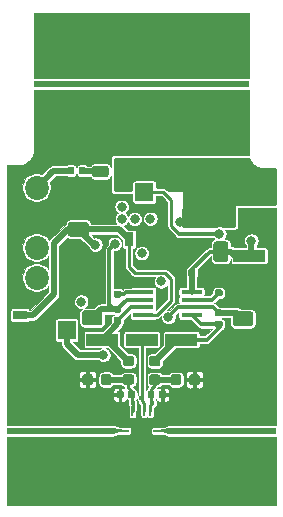
<source format=gbr>
%TF.GenerationSoftware,KiCad,Pcbnew,5.1.5-52549c5~84~ubuntu18.04.1*%
%TF.CreationDate,2020-02-07T12:32:54+01:00*%
%TF.ProjectId,HMC_RF_IPE,484d435f-5246-45f4-9950-452e6b696361,rev?*%
%TF.SameCoordinates,Original*%
%TF.FileFunction,Copper,L1,Top*%
%TF.FilePolarity,Positive*%
%FSLAX46Y46*%
G04 Gerber Fmt 4.6, Leading zero omitted, Abs format (unit mm)*
G04 Created by KiCad (PCBNEW 5.1.5-52549c5~84~ubuntu18.04.1) date 2020-02-07 12:32:54*
%MOMM*%
%LPD*%
G04 APERTURE LIST*
%TA.AperFunction,SMDPad,CuDef*%
%ADD10C,0.100000*%
%TD*%
%TA.AperFunction,SMDPad,CuDef*%
%ADD11R,1.725000X1.725000*%
%TD*%
%TA.AperFunction,SMDPad,CuDef*%
%ADD12R,0.240000X0.804800*%
%TD*%
%TA.AperFunction,SMDPad,CuDef*%
%ADD13R,0.804800X0.240000*%
%TD*%
%TA.AperFunction,SMDPad,CuDef*%
%ADD14R,0.787400X1.193800*%
%TD*%
%TA.AperFunction,SMDPad,CuDef*%
%ADD15R,1.574800X1.524000*%
%TD*%
%TA.AperFunction,SMDPad,CuDef*%
%ADD16R,1.193800X0.787400*%
%TD*%
%TA.AperFunction,SMDPad,CuDef*%
%ADD17R,1.524000X1.574800*%
%TD*%
%TA.AperFunction,Conductor*%
%ADD18R,0.200000X0.250000*%
%TD*%
%TA.AperFunction,Conductor*%
%ADD19C,0.100000*%
%TD*%
%TA.AperFunction,SMDPad,CuDef*%
%ADD20R,1.778000X0.431800*%
%TD*%
%TA.AperFunction,ComponentPad*%
%ADD21C,2.020000*%
%TD*%
%TA.AperFunction,SMDPad,CuDef*%
%ADD22R,5.080000X2.410000*%
%TD*%
%TA.AperFunction,SMDPad,CuDef*%
%ADD23R,2.350000X0.508000*%
%TD*%
%TA.AperFunction,SMDPad,CuDef*%
%ADD24R,2.670000X1.020000*%
%TD*%
%TA.AperFunction,ViaPad*%
%ADD25C,0.400000*%
%TD*%
%TA.AperFunction,ViaPad*%
%ADD26C,0.800000*%
%TD*%
%TA.AperFunction,Conductor*%
%ADD27C,0.510000*%
%TD*%
%TA.AperFunction,Conductor*%
%ADD28C,0.300000*%
%TD*%
%TA.AperFunction,Conductor*%
%ADD29C,0.250000*%
%TD*%
%TA.AperFunction,Conductor*%
%ADD30C,0.520000*%
%TD*%
%TA.AperFunction,Conductor*%
%ADD31C,0.025500*%
%TD*%
%TA.AperFunction,Conductor*%
%ADD32C,0.254000*%
%TD*%
G04 APERTURE END LIST*
%TA.AperFunction,SMDPad,CuDef*%
D10*
%TO.P,R14,2*%
%TO.N,Net-(C14-Pad1)*%
G36*
X141571101Y-87584253D02*
G01*
X141592336Y-87587403D01*
X141613160Y-87592619D01*
X141633372Y-87599851D01*
X141652778Y-87609030D01*
X141671191Y-87620066D01*
X141688434Y-87632854D01*
X141704340Y-87647270D01*
X141718756Y-87663176D01*
X141731544Y-87680419D01*
X141742580Y-87698832D01*
X141751759Y-87718238D01*
X141758991Y-87738450D01*
X141764207Y-87759274D01*
X141767357Y-87780509D01*
X141768410Y-87801950D01*
X141768410Y-88239450D01*
X141767357Y-88260891D01*
X141764207Y-88282126D01*
X141758991Y-88302950D01*
X141751759Y-88323162D01*
X141742580Y-88342568D01*
X141731544Y-88360981D01*
X141718756Y-88378224D01*
X141704340Y-88394130D01*
X141688434Y-88408546D01*
X141671191Y-88421334D01*
X141652778Y-88432370D01*
X141633372Y-88441549D01*
X141613160Y-88448781D01*
X141592336Y-88453997D01*
X141571101Y-88457147D01*
X141549660Y-88458200D01*
X141037160Y-88458200D01*
X141015719Y-88457147D01*
X140994484Y-88453997D01*
X140973660Y-88448781D01*
X140953448Y-88441549D01*
X140934042Y-88432370D01*
X140915629Y-88421334D01*
X140898386Y-88408546D01*
X140882480Y-88394130D01*
X140868064Y-88378224D01*
X140855276Y-88360981D01*
X140844240Y-88342568D01*
X140835061Y-88323162D01*
X140827829Y-88302950D01*
X140822613Y-88282126D01*
X140819463Y-88260891D01*
X140818410Y-88239450D01*
X140818410Y-87801950D01*
X140819463Y-87780509D01*
X140822613Y-87759274D01*
X140827829Y-87738450D01*
X140835061Y-87718238D01*
X140844240Y-87698832D01*
X140855276Y-87680419D01*
X140868064Y-87663176D01*
X140882480Y-87647270D01*
X140898386Y-87632854D01*
X140915629Y-87620066D01*
X140934042Y-87609030D01*
X140953448Y-87599851D01*
X140973660Y-87592619D01*
X140994484Y-87587403D01*
X141015719Y-87584253D01*
X141037160Y-87583200D01*
X141549660Y-87583200D01*
X141571101Y-87584253D01*
G37*
%TD.AperFunction*%
%TA.AperFunction,SMDPad,CuDef*%
%TO.P,R14,1*%
%TO.N,/Control/V1*%
G36*
X141571101Y-86009253D02*
G01*
X141592336Y-86012403D01*
X141613160Y-86017619D01*
X141633372Y-86024851D01*
X141652778Y-86034030D01*
X141671191Y-86045066D01*
X141688434Y-86057854D01*
X141704340Y-86072270D01*
X141718756Y-86088176D01*
X141731544Y-86105419D01*
X141742580Y-86123832D01*
X141751759Y-86143238D01*
X141758991Y-86163450D01*
X141764207Y-86184274D01*
X141767357Y-86205509D01*
X141768410Y-86226950D01*
X141768410Y-86664450D01*
X141767357Y-86685891D01*
X141764207Y-86707126D01*
X141758991Y-86727950D01*
X141751759Y-86748162D01*
X141742580Y-86767568D01*
X141731544Y-86785981D01*
X141718756Y-86803224D01*
X141704340Y-86819130D01*
X141688434Y-86833546D01*
X141671191Y-86846334D01*
X141652778Y-86857370D01*
X141633372Y-86866549D01*
X141613160Y-86873781D01*
X141592336Y-86878997D01*
X141571101Y-86882147D01*
X141549660Y-86883200D01*
X141037160Y-86883200D01*
X141015719Y-86882147D01*
X140994484Y-86878997D01*
X140973660Y-86873781D01*
X140953448Y-86866549D01*
X140934042Y-86857370D01*
X140915629Y-86846334D01*
X140898386Y-86833546D01*
X140882480Y-86819130D01*
X140868064Y-86803224D01*
X140855276Y-86785981D01*
X140844240Y-86767568D01*
X140835061Y-86748162D01*
X140827829Y-86727950D01*
X140822613Y-86707126D01*
X140819463Y-86685891D01*
X140818410Y-86664450D01*
X140818410Y-86226950D01*
X140819463Y-86205509D01*
X140822613Y-86184274D01*
X140827829Y-86163450D01*
X140835061Y-86143238D01*
X140844240Y-86123832D01*
X140855276Y-86105419D01*
X140868064Y-86088176D01*
X140882480Y-86072270D01*
X140898386Y-86057854D01*
X140915629Y-86045066D01*
X140934042Y-86034030D01*
X140953448Y-86024851D01*
X140973660Y-86017619D01*
X140994484Y-86012403D01*
X141015719Y-86009253D01*
X141037160Y-86008200D01*
X141549660Y-86008200D01*
X141571101Y-86009253D01*
G37*
%TD.AperFunction*%
%TD*%
%TA.AperFunction,SMDPad,CuDef*%
%TO.P,R15,2*%
%TO.N,Net-(C17-Pad1)*%
G36*
X143801101Y-87594253D02*
G01*
X143822336Y-87597403D01*
X143843160Y-87602619D01*
X143863372Y-87609851D01*
X143882778Y-87619030D01*
X143901191Y-87630066D01*
X143918434Y-87642854D01*
X143934340Y-87657270D01*
X143948756Y-87673176D01*
X143961544Y-87690419D01*
X143972580Y-87708832D01*
X143981759Y-87728238D01*
X143988991Y-87748450D01*
X143994207Y-87769274D01*
X143997357Y-87790509D01*
X143998410Y-87811950D01*
X143998410Y-88249450D01*
X143997357Y-88270891D01*
X143994207Y-88292126D01*
X143988991Y-88312950D01*
X143981759Y-88333162D01*
X143972580Y-88352568D01*
X143961544Y-88370981D01*
X143948756Y-88388224D01*
X143934340Y-88404130D01*
X143918434Y-88418546D01*
X143901191Y-88431334D01*
X143882778Y-88442370D01*
X143863372Y-88451549D01*
X143843160Y-88458781D01*
X143822336Y-88463997D01*
X143801101Y-88467147D01*
X143779660Y-88468200D01*
X143267160Y-88468200D01*
X143245719Y-88467147D01*
X143224484Y-88463997D01*
X143203660Y-88458781D01*
X143183448Y-88451549D01*
X143164042Y-88442370D01*
X143145629Y-88431334D01*
X143128386Y-88418546D01*
X143112480Y-88404130D01*
X143098064Y-88388224D01*
X143085276Y-88370981D01*
X143074240Y-88352568D01*
X143065061Y-88333162D01*
X143057829Y-88312950D01*
X143052613Y-88292126D01*
X143049463Y-88270891D01*
X143048410Y-88249450D01*
X143048410Y-87811950D01*
X143049463Y-87790509D01*
X143052613Y-87769274D01*
X143057829Y-87748450D01*
X143065061Y-87728238D01*
X143074240Y-87708832D01*
X143085276Y-87690419D01*
X143098064Y-87673176D01*
X143112480Y-87657270D01*
X143128386Y-87642854D01*
X143145629Y-87630066D01*
X143164042Y-87619030D01*
X143183448Y-87609851D01*
X143203660Y-87602619D01*
X143224484Y-87597403D01*
X143245719Y-87594253D01*
X143267160Y-87593200D01*
X143779660Y-87593200D01*
X143801101Y-87594253D01*
G37*
%TD.AperFunction*%
%TA.AperFunction,SMDPad,CuDef*%
%TO.P,R15,1*%
%TO.N,/Control/V2*%
G36*
X143801101Y-86019253D02*
G01*
X143822336Y-86022403D01*
X143843160Y-86027619D01*
X143863372Y-86034851D01*
X143882778Y-86044030D01*
X143901191Y-86055066D01*
X143918434Y-86067854D01*
X143934340Y-86082270D01*
X143948756Y-86098176D01*
X143961544Y-86115419D01*
X143972580Y-86133832D01*
X143981759Y-86153238D01*
X143988991Y-86173450D01*
X143994207Y-86194274D01*
X143997357Y-86215509D01*
X143998410Y-86236950D01*
X143998410Y-86674450D01*
X143997357Y-86695891D01*
X143994207Y-86717126D01*
X143988991Y-86737950D01*
X143981759Y-86758162D01*
X143972580Y-86777568D01*
X143961544Y-86795981D01*
X143948756Y-86813224D01*
X143934340Y-86829130D01*
X143918434Y-86843546D01*
X143901191Y-86856334D01*
X143882778Y-86867370D01*
X143863372Y-86876549D01*
X143843160Y-86883781D01*
X143822336Y-86888997D01*
X143801101Y-86892147D01*
X143779660Y-86893200D01*
X143267160Y-86893200D01*
X143245719Y-86892147D01*
X143224484Y-86888997D01*
X143203660Y-86883781D01*
X143183448Y-86876549D01*
X143164042Y-86867370D01*
X143145629Y-86856334D01*
X143128386Y-86843546D01*
X143112480Y-86829130D01*
X143098064Y-86813224D01*
X143085276Y-86795981D01*
X143074240Y-86777568D01*
X143065061Y-86758162D01*
X143057829Y-86737950D01*
X143052613Y-86717126D01*
X143049463Y-86695891D01*
X143048410Y-86674450D01*
X143048410Y-86236950D01*
X143049463Y-86215509D01*
X143052613Y-86194274D01*
X143057829Y-86173450D01*
X143065061Y-86153238D01*
X143074240Y-86133832D01*
X143085276Y-86115419D01*
X143098064Y-86098176D01*
X143112480Y-86082270D01*
X143128386Y-86067854D01*
X143145629Y-86055066D01*
X143164042Y-86044030D01*
X143183448Y-86034851D01*
X143203660Y-86027619D01*
X143224484Y-86022403D01*
X143245719Y-86019253D01*
X143267160Y-86018200D01*
X143779660Y-86018200D01*
X143801101Y-86019253D01*
G37*
%TD.AperFunction*%
%TD*%
D11*
%TO.P,U4,17*%
%TO.N,GND*%
X142387410Y-92123200D03*
D12*
%TO.P,U4,16*%
X143137411Y-93575600D03*
%TO.P,U4,15*%
X142637410Y-93575600D03*
%TO.P,U4,14*%
X142137410Y-93575600D03*
%TO.P,U4,13*%
X141637409Y-93575600D03*
D13*
%TO.P,U4,12*%
X140935010Y-92873201D03*
%TO.P,U4,11*%
%TO.N,Net-(J3-Pad1)*%
X140935010Y-92373200D03*
%TO.P,U4,10*%
%TO.N,GND*%
X140935010Y-91873200D03*
%TO.P,U4,9*%
X140935010Y-91373199D03*
D12*
%TO.P,U4,8*%
%TO.N,Net-(C14-Pad1)*%
X141637409Y-90670800D03*
%TO.P,U4,7*%
%TO.N,GND*%
X142137410Y-90670800D03*
%TO.P,U4,6*%
%TO.N,/Control/I*%
X142637410Y-90670800D03*
%TO.P,U4,5*%
%TO.N,Net-(C17-Pad1)*%
X143137411Y-90670800D03*
D13*
%TO.P,U4,4*%
%TO.N,GND*%
X143839810Y-91373199D03*
%TO.P,U4,3*%
X143839810Y-91873200D03*
%TO.P,U4,2*%
%TO.N,Net-(J2-Pad1)*%
X143839810Y-92373200D03*
%TO.P,U4,1*%
%TO.N,GND*%
X143839810Y-92873201D03*
%TD*%
D14*
%TO.P,RV1,3*%
%TO.N,GND*%
X143911410Y-76193200D03*
D15*
%TO.P,RV1,2*%
%TO.N,Net-(R3-Pad2)*%
X142641410Y-72180000D03*
D14*
%TO.P,RV1,1*%
%TO.N,Net-(C10-Pad1)*%
X141371410Y-76142400D03*
%TD*%
D16*
%TO.P,RV2,3*%
%TO.N,GND*%
X132066410Y-85118200D03*
D17*
%TO.P,RV2,2*%
%TO.N,Net-(R2-Pad2)*%
X136079610Y-83848200D03*
D16*
%TO.P,RV2,1*%
%TO.N,Net-(C10-Pad1)*%
X132117210Y-82578200D03*
%TD*%
D18*
%TO.N,Net-(J3-Pad1)*%
%TO.C,uT4*%
X140623410Y-92373200D03*
%TA.AperFunction,Conductor*%
D19*
G36*
X140523410Y-92248200D02*
G01*
X140723410Y-92248200D01*
X140723410Y-92498200D01*
X140523410Y-92498200D01*
X140023410Y-92628200D01*
X139523410Y-92628200D01*
X139523410Y-92118200D01*
X140023410Y-92118200D01*
X140523410Y-92248200D01*
G37*
%TD.AperFunction*%
%TD*%
D18*
%TO.N,Net-(J2-Pad1)*%
%TO.C,uT3*%
X144143410Y-92373200D03*
%TA.AperFunction,Conductor*%
D19*
G36*
X144243410Y-92498200D02*
G01*
X144043410Y-92498200D01*
X144043410Y-92248200D01*
X144243410Y-92248200D01*
X144743410Y-92118200D01*
X145243410Y-92118200D01*
X145243410Y-92628200D01*
X144743410Y-92628200D01*
X144243410Y-92498200D01*
G37*
%TD.AperFunction*%
%TD*%
%TA.AperFunction,SMDPad,CuDef*%
D10*
%TO.P,R16,2*%
%TO.N,GNDS*%
G36*
X151501101Y-72199253D02*
G01*
X151522336Y-72202403D01*
X151543160Y-72207619D01*
X151563372Y-72214851D01*
X151582778Y-72224030D01*
X151601191Y-72235066D01*
X151618434Y-72247854D01*
X151634340Y-72262270D01*
X151648756Y-72278176D01*
X151661544Y-72295419D01*
X151672580Y-72313832D01*
X151681759Y-72333238D01*
X151688991Y-72353450D01*
X151694207Y-72374274D01*
X151697357Y-72395509D01*
X151698410Y-72416950D01*
X151698410Y-72854450D01*
X151697357Y-72875891D01*
X151694207Y-72897126D01*
X151688991Y-72917950D01*
X151681759Y-72938162D01*
X151672580Y-72957568D01*
X151661544Y-72975981D01*
X151648756Y-72993224D01*
X151634340Y-73009130D01*
X151618434Y-73023546D01*
X151601191Y-73036334D01*
X151582778Y-73047370D01*
X151563372Y-73056549D01*
X151543160Y-73063781D01*
X151522336Y-73068997D01*
X151501101Y-73072147D01*
X151479660Y-73073200D01*
X150967160Y-73073200D01*
X150945719Y-73072147D01*
X150924484Y-73068997D01*
X150903660Y-73063781D01*
X150883448Y-73056549D01*
X150864042Y-73047370D01*
X150845629Y-73036334D01*
X150828386Y-73023546D01*
X150812480Y-73009130D01*
X150798064Y-72993224D01*
X150785276Y-72975981D01*
X150774240Y-72957568D01*
X150765061Y-72938162D01*
X150757829Y-72917950D01*
X150752613Y-72897126D01*
X150749463Y-72875891D01*
X150748410Y-72854450D01*
X150748410Y-72416950D01*
X150749463Y-72395509D01*
X150752613Y-72374274D01*
X150757829Y-72353450D01*
X150765061Y-72333238D01*
X150774240Y-72313832D01*
X150785276Y-72295419D01*
X150798064Y-72278176D01*
X150812480Y-72262270D01*
X150828386Y-72247854D01*
X150845629Y-72235066D01*
X150864042Y-72224030D01*
X150883448Y-72214851D01*
X150903660Y-72207619D01*
X150924484Y-72202403D01*
X150945719Y-72199253D01*
X150967160Y-72198200D01*
X151479660Y-72198200D01*
X151501101Y-72199253D01*
G37*
%TD.AperFunction*%
%TA.AperFunction,SMDPad,CuDef*%
%TO.P,R16,1*%
%TO.N,GND*%
G36*
X151501101Y-73774253D02*
G01*
X151522336Y-73777403D01*
X151543160Y-73782619D01*
X151563372Y-73789851D01*
X151582778Y-73799030D01*
X151601191Y-73810066D01*
X151618434Y-73822854D01*
X151634340Y-73837270D01*
X151648756Y-73853176D01*
X151661544Y-73870419D01*
X151672580Y-73888832D01*
X151681759Y-73908238D01*
X151688991Y-73928450D01*
X151694207Y-73949274D01*
X151697357Y-73970509D01*
X151698410Y-73991950D01*
X151698410Y-74429450D01*
X151697357Y-74450891D01*
X151694207Y-74472126D01*
X151688991Y-74492950D01*
X151681759Y-74513162D01*
X151672580Y-74532568D01*
X151661544Y-74550981D01*
X151648756Y-74568224D01*
X151634340Y-74584130D01*
X151618434Y-74598546D01*
X151601191Y-74611334D01*
X151582778Y-74622370D01*
X151563372Y-74631549D01*
X151543160Y-74638781D01*
X151522336Y-74643997D01*
X151501101Y-74647147D01*
X151479660Y-74648200D01*
X150967160Y-74648200D01*
X150945719Y-74647147D01*
X150924484Y-74643997D01*
X150903660Y-74638781D01*
X150883448Y-74631549D01*
X150864042Y-74622370D01*
X150845629Y-74611334D01*
X150828386Y-74598546D01*
X150812480Y-74584130D01*
X150798064Y-74568224D01*
X150785276Y-74550981D01*
X150774240Y-74532568D01*
X150765061Y-74513162D01*
X150757829Y-74492950D01*
X150752613Y-74472126D01*
X150749463Y-74450891D01*
X150748410Y-74429450D01*
X150748410Y-73991950D01*
X150749463Y-73970509D01*
X150752613Y-73949274D01*
X150757829Y-73928450D01*
X150765061Y-73908238D01*
X150774240Y-73888832D01*
X150785276Y-73870419D01*
X150798064Y-73853176D01*
X150812480Y-73837270D01*
X150828386Y-73822854D01*
X150845629Y-73810066D01*
X150864042Y-73799030D01*
X150883448Y-73789851D01*
X150903660Y-73782619D01*
X150924484Y-73777403D01*
X150945719Y-73774253D01*
X150967160Y-73773200D01*
X151479660Y-73773200D01*
X151501101Y-73774253D01*
G37*
%TD.AperFunction*%
%TD*%
D20*
%TO.P,U2,8*%
%TO.N,Net-(C10-Pad1)*%
X142548710Y-82568199D03*
%TO.P,U2,7*%
%TO.N,/Control/V1*%
X142548710Y-81918201D03*
%TO.P,U2,6*%
%TO.N,Net-(C13-Pad1)*%
X142548710Y-81268199D03*
%TO.P,U2,5*%
%TO.N,Net-(R7-Pad1)*%
X142548710Y-80618201D03*
%TO.P,U2,4*%
%TO.N,VSS*%
X146638110Y-80618201D03*
%TO.P,U2,3*%
%TO.N,Net-(R5-Pad1)*%
X146638110Y-81268199D03*
%TO.P,U2,2*%
%TO.N,Net-(C11-Pad1)*%
X146638110Y-81918201D03*
%TO.P,U2,1*%
%TO.N,/Control/V2*%
X146638110Y-82568199D03*
%TD*%
%TA.AperFunction,SMDPad,CuDef*%
D10*
%TO.P,C10,2*%
%TO.N,GND*%
G36*
X137702914Y-77477404D02*
G01*
X137727183Y-77481004D01*
X137750981Y-77486965D01*
X137774081Y-77495230D01*
X137796259Y-77505720D01*
X137817303Y-77518333D01*
X137837008Y-77532947D01*
X137855187Y-77549423D01*
X137871663Y-77567602D01*
X137886277Y-77587307D01*
X137898890Y-77608351D01*
X137909380Y-77630529D01*
X137917645Y-77653629D01*
X137923606Y-77677427D01*
X137927206Y-77701696D01*
X137928410Y-77726200D01*
X137928410Y-78476200D01*
X137927206Y-78500704D01*
X137923606Y-78524973D01*
X137917645Y-78548771D01*
X137909380Y-78571871D01*
X137898890Y-78594049D01*
X137886277Y-78615093D01*
X137871663Y-78634798D01*
X137855187Y-78652977D01*
X137837008Y-78669453D01*
X137817303Y-78684067D01*
X137796259Y-78696680D01*
X137774081Y-78707170D01*
X137750981Y-78715435D01*
X137727183Y-78721396D01*
X137702914Y-78724996D01*
X137678410Y-78726200D01*
X136428410Y-78726200D01*
X136403906Y-78724996D01*
X136379637Y-78721396D01*
X136355839Y-78715435D01*
X136332739Y-78707170D01*
X136310561Y-78696680D01*
X136289517Y-78684067D01*
X136269812Y-78669453D01*
X136251633Y-78652977D01*
X136235157Y-78634798D01*
X136220543Y-78615093D01*
X136207930Y-78594049D01*
X136197440Y-78571871D01*
X136189175Y-78548771D01*
X136183214Y-78524973D01*
X136179614Y-78500704D01*
X136178410Y-78476200D01*
X136178410Y-77726200D01*
X136179614Y-77701696D01*
X136183214Y-77677427D01*
X136189175Y-77653629D01*
X136197440Y-77630529D01*
X136207930Y-77608351D01*
X136220543Y-77587307D01*
X136235157Y-77567602D01*
X136251633Y-77549423D01*
X136269812Y-77532947D01*
X136289517Y-77518333D01*
X136310561Y-77505720D01*
X136332739Y-77495230D01*
X136355839Y-77486965D01*
X136379637Y-77481004D01*
X136403906Y-77477404D01*
X136428410Y-77476200D01*
X137678410Y-77476200D01*
X137702914Y-77477404D01*
G37*
%TD.AperFunction*%
%TA.AperFunction,SMDPad,CuDef*%
%TO.P,C10,1*%
%TO.N,Net-(C10-Pad1)*%
G36*
X137702914Y-74677404D02*
G01*
X137727183Y-74681004D01*
X137750981Y-74686965D01*
X137774081Y-74695230D01*
X137796259Y-74705720D01*
X137817303Y-74718333D01*
X137837008Y-74732947D01*
X137855187Y-74749423D01*
X137871663Y-74767602D01*
X137886277Y-74787307D01*
X137898890Y-74808351D01*
X137909380Y-74830529D01*
X137917645Y-74853629D01*
X137923606Y-74877427D01*
X137927206Y-74901696D01*
X137928410Y-74926200D01*
X137928410Y-75676200D01*
X137927206Y-75700704D01*
X137923606Y-75724973D01*
X137917645Y-75748771D01*
X137909380Y-75771871D01*
X137898890Y-75794049D01*
X137886277Y-75815093D01*
X137871663Y-75834798D01*
X137855187Y-75852977D01*
X137837008Y-75869453D01*
X137817303Y-75884067D01*
X137796259Y-75896680D01*
X137774081Y-75907170D01*
X137750981Y-75915435D01*
X137727183Y-75921396D01*
X137702914Y-75924996D01*
X137678410Y-75926200D01*
X136428410Y-75926200D01*
X136403906Y-75924996D01*
X136379637Y-75921396D01*
X136355839Y-75915435D01*
X136332739Y-75907170D01*
X136310561Y-75896680D01*
X136289517Y-75884067D01*
X136269812Y-75869453D01*
X136251633Y-75852977D01*
X136235157Y-75834798D01*
X136220543Y-75815093D01*
X136207930Y-75794049D01*
X136197440Y-75771871D01*
X136189175Y-75748771D01*
X136183214Y-75724973D01*
X136179614Y-75700704D01*
X136178410Y-75676200D01*
X136178410Y-74926200D01*
X136179614Y-74901696D01*
X136183214Y-74877427D01*
X136189175Y-74853629D01*
X136197440Y-74830529D01*
X136207930Y-74808351D01*
X136220543Y-74787307D01*
X136235157Y-74767602D01*
X136251633Y-74749423D01*
X136269812Y-74732947D01*
X136289517Y-74718333D01*
X136310561Y-74705720D01*
X136332739Y-74695230D01*
X136355839Y-74686965D01*
X136379637Y-74681004D01*
X136403906Y-74677404D01*
X136428410Y-74676200D01*
X137678410Y-74676200D01*
X137702914Y-74677404D01*
G37*
%TD.AperFunction*%
%TD*%
%TA.AperFunction,SMDPad,CuDef*%
%TO.P,L7,2*%
%TO.N,GND*%
G36*
X153071101Y-73774253D02*
G01*
X153092336Y-73777403D01*
X153113160Y-73782619D01*
X153133372Y-73789851D01*
X153152778Y-73799030D01*
X153171191Y-73810066D01*
X153188434Y-73822854D01*
X153204340Y-73837270D01*
X153218756Y-73853176D01*
X153231544Y-73870419D01*
X153242580Y-73888832D01*
X153251759Y-73908238D01*
X153258991Y-73928450D01*
X153264207Y-73949274D01*
X153267357Y-73970509D01*
X153268410Y-73991950D01*
X153268410Y-74429450D01*
X153267357Y-74450891D01*
X153264207Y-74472126D01*
X153258991Y-74492950D01*
X153251759Y-74513162D01*
X153242580Y-74532568D01*
X153231544Y-74550981D01*
X153218756Y-74568224D01*
X153204340Y-74584130D01*
X153188434Y-74598546D01*
X153171191Y-74611334D01*
X153152778Y-74622370D01*
X153133372Y-74631549D01*
X153113160Y-74638781D01*
X153092336Y-74643997D01*
X153071101Y-74647147D01*
X153049660Y-74648200D01*
X152537160Y-74648200D01*
X152515719Y-74647147D01*
X152494484Y-74643997D01*
X152473660Y-74638781D01*
X152453448Y-74631549D01*
X152434042Y-74622370D01*
X152415629Y-74611334D01*
X152398386Y-74598546D01*
X152382480Y-74584130D01*
X152368064Y-74568224D01*
X152355276Y-74550981D01*
X152344240Y-74532568D01*
X152335061Y-74513162D01*
X152327829Y-74492950D01*
X152322613Y-74472126D01*
X152319463Y-74450891D01*
X152318410Y-74429450D01*
X152318410Y-73991950D01*
X152319463Y-73970509D01*
X152322613Y-73949274D01*
X152327829Y-73928450D01*
X152335061Y-73908238D01*
X152344240Y-73888832D01*
X152355276Y-73870419D01*
X152368064Y-73853176D01*
X152382480Y-73837270D01*
X152398386Y-73822854D01*
X152415629Y-73810066D01*
X152434042Y-73799030D01*
X152453448Y-73789851D01*
X152473660Y-73782619D01*
X152494484Y-73777403D01*
X152515719Y-73774253D01*
X152537160Y-73773200D01*
X153049660Y-73773200D01*
X153071101Y-73774253D01*
G37*
%TD.AperFunction*%
%TA.AperFunction,SMDPad,CuDef*%
%TO.P,L7,1*%
%TO.N,GNDS*%
G36*
X153071101Y-72199253D02*
G01*
X153092336Y-72202403D01*
X153113160Y-72207619D01*
X153133372Y-72214851D01*
X153152778Y-72224030D01*
X153171191Y-72235066D01*
X153188434Y-72247854D01*
X153204340Y-72262270D01*
X153218756Y-72278176D01*
X153231544Y-72295419D01*
X153242580Y-72313832D01*
X153251759Y-72333238D01*
X153258991Y-72353450D01*
X153264207Y-72374274D01*
X153267357Y-72395509D01*
X153268410Y-72416950D01*
X153268410Y-72854450D01*
X153267357Y-72875891D01*
X153264207Y-72897126D01*
X153258991Y-72917950D01*
X153251759Y-72938162D01*
X153242580Y-72957568D01*
X153231544Y-72975981D01*
X153218756Y-72993224D01*
X153204340Y-73009130D01*
X153188434Y-73023546D01*
X153171191Y-73036334D01*
X153152778Y-73047370D01*
X153133372Y-73056549D01*
X153113160Y-73063781D01*
X153092336Y-73068997D01*
X153071101Y-73072147D01*
X153049660Y-73073200D01*
X152537160Y-73073200D01*
X152515719Y-73072147D01*
X152494484Y-73068997D01*
X152473660Y-73063781D01*
X152453448Y-73056549D01*
X152434042Y-73047370D01*
X152415629Y-73036334D01*
X152398386Y-73023546D01*
X152382480Y-73009130D01*
X152368064Y-72993224D01*
X152355276Y-72975981D01*
X152344240Y-72957568D01*
X152335061Y-72938162D01*
X152327829Y-72917950D01*
X152322613Y-72897126D01*
X152319463Y-72875891D01*
X152318410Y-72854450D01*
X152318410Y-72416950D01*
X152319463Y-72395509D01*
X152322613Y-72374274D01*
X152327829Y-72353450D01*
X152335061Y-72333238D01*
X152344240Y-72313832D01*
X152355276Y-72295419D01*
X152368064Y-72278176D01*
X152382480Y-72262270D01*
X152398386Y-72247854D01*
X152415629Y-72235066D01*
X152434042Y-72224030D01*
X152453448Y-72214851D01*
X152473660Y-72207619D01*
X152494484Y-72202403D01*
X152515719Y-72199253D01*
X152537160Y-72198200D01*
X153049660Y-72198200D01*
X153071101Y-72199253D01*
G37*
%TD.AperFunction*%
%TD*%
%TA.AperFunction,SMDPad,CuDef*%
%TO.P,C21,2*%
%TO.N,GND*%
G36*
X147795368Y-78678910D02*
G01*
X147809686Y-78681034D01*
X147823727Y-78684551D01*
X147837356Y-78689428D01*
X147850441Y-78695617D01*
X147862857Y-78703058D01*
X147874483Y-78711681D01*
X147885208Y-78721402D01*
X147894929Y-78732127D01*
X147903552Y-78743753D01*
X147910993Y-78756169D01*
X147917182Y-78769254D01*
X147922059Y-78782883D01*
X147925576Y-78796924D01*
X147927700Y-78811242D01*
X147928410Y-78825700D01*
X147928410Y-79170700D01*
X147927700Y-79185158D01*
X147925576Y-79199476D01*
X147922059Y-79213517D01*
X147917182Y-79227146D01*
X147910993Y-79240231D01*
X147903552Y-79252647D01*
X147894929Y-79264273D01*
X147885208Y-79274998D01*
X147874483Y-79284719D01*
X147862857Y-79293342D01*
X147850441Y-79300783D01*
X147837356Y-79306972D01*
X147823727Y-79311849D01*
X147809686Y-79315366D01*
X147795368Y-79317490D01*
X147780910Y-79318200D01*
X147485910Y-79318200D01*
X147471452Y-79317490D01*
X147457134Y-79315366D01*
X147443093Y-79311849D01*
X147429464Y-79306972D01*
X147416379Y-79300783D01*
X147403963Y-79293342D01*
X147392337Y-79284719D01*
X147381612Y-79274998D01*
X147371891Y-79264273D01*
X147363268Y-79252647D01*
X147355827Y-79240231D01*
X147349638Y-79227146D01*
X147344761Y-79213517D01*
X147341244Y-79199476D01*
X147339120Y-79185158D01*
X147338410Y-79170700D01*
X147338410Y-78825700D01*
X147339120Y-78811242D01*
X147341244Y-78796924D01*
X147344761Y-78782883D01*
X147349638Y-78769254D01*
X147355827Y-78756169D01*
X147363268Y-78743753D01*
X147371891Y-78732127D01*
X147381612Y-78721402D01*
X147392337Y-78711681D01*
X147403963Y-78703058D01*
X147416379Y-78695617D01*
X147429464Y-78689428D01*
X147443093Y-78684551D01*
X147457134Y-78681034D01*
X147471452Y-78678910D01*
X147485910Y-78678200D01*
X147780910Y-78678200D01*
X147795368Y-78678910D01*
G37*
%TD.AperFunction*%
%TA.AperFunction,SMDPad,CuDef*%
%TO.P,C21,1*%
%TO.N,VSS*%
G36*
X146825368Y-78678910D02*
G01*
X146839686Y-78681034D01*
X146853727Y-78684551D01*
X146867356Y-78689428D01*
X146880441Y-78695617D01*
X146892857Y-78703058D01*
X146904483Y-78711681D01*
X146915208Y-78721402D01*
X146924929Y-78732127D01*
X146933552Y-78743753D01*
X146940993Y-78756169D01*
X146947182Y-78769254D01*
X146952059Y-78782883D01*
X146955576Y-78796924D01*
X146957700Y-78811242D01*
X146958410Y-78825700D01*
X146958410Y-79170700D01*
X146957700Y-79185158D01*
X146955576Y-79199476D01*
X146952059Y-79213517D01*
X146947182Y-79227146D01*
X146940993Y-79240231D01*
X146933552Y-79252647D01*
X146924929Y-79264273D01*
X146915208Y-79274998D01*
X146904483Y-79284719D01*
X146892857Y-79293342D01*
X146880441Y-79300783D01*
X146867356Y-79306972D01*
X146853727Y-79311849D01*
X146839686Y-79315366D01*
X146825368Y-79317490D01*
X146810910Y-79318200D01*
X146515910Y-79318200D01*
X146501452Y-79317490D01*
X146487134Y-79315366D01*
X146473093Y-79311849D01*
X146459464Y-79306972D01*
X146446379Y-79300783D01*
X146433963Y-79293342D01*
X146422337Y-79284719D01*
X146411612Y-79274998D01*
X146401891Y-79264273D01*
X146393268Y-79252647D01*
X146385827Y-79240231D01*
X146379638Y-79227146D01*
X146374761Y-79213517D01*
X146371244Y-79199476D01*
X146369120Y-79185158D01*
X146368410Y-79170700D01*
X146368410Y-78825700D01*
X146369120Y-78811242D01*
X146371244Y-78796924D01*
X146374761Y-78782883D01*
X146379638Y-78769254D01*
X146385827Y-78756169D01*
X146393268Y-78743753D01*
X146401891Y-78732127D01*
X146411612Y-78721402D01*
X146422337Y-78711681D01*
X146433963Y-78703058D01*
X146446379Y-78695617D01*
X146459464Y-78689428D01*
X146473093Y-78684551D01*
X146487134Y-78681034D01*
X146501452Y-78678910D01*
X146515910Y-78678200D01*
X146810910Y-78678200D01*
X146825368Y-78678910D01*
G37*
%TD.AperFunction*%
%TD*%
%TA.AperFunction,SMDPad,CuDef*%
%TO.P,C18,2*%
%TO.N,GND*%
G36*
X147131101Y-87569253D02*
G01*
X147152336Y-87572403D01*
X147173160Y-87577619D01*
X147193372Y-87584851D01*
X147212778Y-87594030D01*
X147231191Y-87605066D01*
X147248434Y-87617854D01*
X147264340Y-87632270D01*
X147278756Y-87648176D01*
X147291544Y-87665419D01*
X147302580Y-87683832D01*
X147311759Y-87703238D01*
X147318991Y-87723450D01*
X147324207Y-87744274D01*
X147327357Y-87765509D01*
X147328410Y-87786950D01*
X147328410Y-88299450D01*
X147327357Y-88320891D01*
X147324207Y-88342126D01*
X147318991Y-88362950D01*
X147311759Y-88383162D01*
X147302580Y-88402568D01*
X147291544Y-88420981D01*
X147278756Y-88438224D01*
X147264340Y-88454130D01*
X147248434Y-88468546D01*
X147231191Y-88481334D01*
X147212778Y-88492370D01*
X147193372Y-88501549D01*
X147173160Y-88508781D01*
X147152336Y-88513997D01*
X147131101Y-88517147D01*
X147109660Y-88518200D01*
X146672160Y-88518200D01*
X146650719Y-88517147D01*
X146629484Y-88513997D01*
X146608660Y-88508781D01*
X146588448Y-88501549D01*
X146569042Y-88492370D01*
X146550629Y-88481334D01*
X146533386Y-88468546D01*
X146517480Y-88454130D01*
X146503064Y-88438224D01*
X146490276Y-88420981D01*
X146479240Y-88402568D01*
X146470061Y-88383162D01*
X146462829Y-88362950D01*
X146457613Y-88342126D01*
X146454463Y-88320891D01*
X146453410Y-88299450D01*
X146453410Y-87786950D01*
X146454463Y-87765509D01*
X146457613Y-87744274D01*
X146462829Y-87723450D01*
X146470061Y-87703238D01*
X146479240Y-87683832D01*
X146490276Y-87665419D01*
X146503064Y-87648176D01*
X146517480Y-87632270D01*
X146533386Y-87617854D01*
X146550629Y-87605066D01*
X146569042Y-87594030D01*
X146588448Y-87584851D01*
X146608660Y-87577619D01*
X146629484Y-87572403D01*
X146650719Y-87569253D01*
X146672160Y-87568200D01*
X147109660Y-87568200D01*
X147131101Y-87569253D01*
G37*
%TD.AperFunction*%
%TA.AperFunction,SMDPad,CuDef*%
%TO.P,C18,1*%
%TO.N,Net-(C17-Pad1)*%
G36*
X145556101Y-87569253D02*
G01*
X145577336Y-87572403D01*
X145598160Y-87577619D01*
X145618372Y-87584851D01*
X145637778Y-87594030D01*
X145656191Y-87605066D01*
X145673434Y-87617854D01*
X145689340Y-87632270D01*
X145703756Y-87648176D01*
X145716544Y-87665419D01*
X145727580Y-87683832D01*
X145736759Y-87703238D01*
X145743991Y-87723450D01*
X145749207Y-87744274D01*
X145752357Y-87765509D01*
X145753410Y-87786950D01*
X145753410Y-88299450D01*
X145752357Y-88320891D01*
X145749207Y-88342126D01*
X145743991Y-88362950D01*
X145736759Y-88383162D01*
X145727580Y-88402568D01*
X145716544Y-88420981D01*
X145703756Y-88438224D01*
X145689340Y-88454130D01*
X145673434Y-88468546D01*
X145656191Y-88481334D01*
X145637778Y-88492370D01*
X145618372Y-88501549D01*
X145598160Y-88508781D01*
X145577336Y-88513997D01*
X145556101Y-88517147D01*
X145534660Y-88518200D01*
X145097160Y-88518200D01*
X145075719Y-88517147D01*
X145054484Y-88513997D01*
X145033660Y-88508781D01*
X145013448Y-88501549D01*
X144994042Y-88492370D01*
X144975629Y-88481334D01*
X144958386Y-88468546D01*
X144942480Y-88454130D01*
X144928064Y-88438224D01*
X144915276Y-88420981D01*
X144904240Y-88402568D01*
X144895061Y-88383162D01*
X144887829Y-88362950D01*
X144882613Y-88342126D01*
X144879463Y-88320891D01*
X144878410Y-88299450D01*
X144878410Y-87786950D01*
X144879463Y-87765509D01*
X144882613Y-87744274D01*
X144887829Y-87723450D01*
X144895061Y-87703238D01*
X144904240Y-87683832D01*
X144915276Y-87665419D01*
X144928064Y-87648176D01*
X144942480Y-87632270D01*
X144958386Y-87617854D01*
X144975629Y-87605066D01*
X144994042Y-87594030D01*
X145013448Y-87584851D01*
X145033660Y-87577619D01*
X145054484Y-87572403D01*
X145075719Y-87569253D01*
X145097160Y-87568200D01*
X145534660Y-87568200D01*
X145556101Y-87569253D01*
G37*
%TD.AperFunction*%
%TD*%
%TA.AperFunction,SMDPad,CuDef*%
%TO.P,C15,2*%
%TO.N,GND*%
G36*
X138078601Y-87559253D02*
G01*
X138099836Y-87562403D01*
X138120660Y-87567619D01*
X138140872Y-87574851D01*
X138160278Y-87584030D01*
X138178691Y-87595066D01*
X138195934Y-87607854D01*
X138211840Y-87622270D01*
X138226256Y-87638176D01*
X138239044Y-87655419D01*
X138250080Y-87673832D01*
X138259259Y-87693238D01*
X138266491Y-87713450D01*
X138271707Y-87734274D01*
X138274857Y-87755509D01*
X138275910Y-87776950D01*
X138275910Y-88289450D01*
X138274857Y-88310891D01*
X138271707Y-88332126D01*
X138266491Y-88352950D01*
X138259259Y-88373162D01*
X138250080Y-88392568D01*
X138239044Y-88410981D01*
X138226256Y-88428224D01*
X138211840Y-88444130D01*
X138195934Y-88458546D01*
X138178691Y-88471334D01*
X138160278Y-88482370D01*
X138140872Y-88491549D01*
X138120660Y-88498781D01*
X138099836Y-88503997D01*
X138078601Y-88507147D01*
X138057160Y-88508200D01*
X137619660Y-88508200D01*
X137598219Y-88507147D01*
X137576984Y-88503997D01*
X137556160Y-88498781D01*
X137535948Y-88491549D01*
X137516542Y-88482370D01*
X137498129Y-88471334D01*
X137480886Y-88458546D01*
X137464980Y-88444130D01*
X137450564Y-88428224D01*
X137437776Y-88410981D01*
X137426740Y-88392568D01*
X137417561Y-88373162D01*
X137410329Y-88352950D01*
X137405113Y-88332126D01*
X137401963Y-88310891D01*
X137400910Y-88289450D01*
X137400910Y-87776950D01*
X137401963Y-87755509D01*
X137405113Y-87734274D01*
X137410329Y-87713450D01*
X137417561Y-87693238D01*
X137426740Y-87673832D01*
X137437776Y-87655419D01*
X137450564Y-87638176D01*
X137464980Y-87622270D01*
X137480886Y-87607854D01*
X137498129Y-87595066D01*
X137516542Y-87584030D01*
X137535948Y-87574851D01*
X137556160Y-87567619D01*
X137576984Y-87562403D01*
X137598219Y-87559253D01*
X137619660Y-87558200D01*
X138057160Y-87558200D01*
X138078601Y-87559253D01*
G37*
%TD.AperFunction*%
%TA.AperFunction,SMDPad,CuDef*%
%TO.P,C15,1*%
%TO.N,Net-(C14-Pad1)*%
G36*
X139653601Y-87559253D02*
G01*
X139674836Y-87562403D01*
X139695660Y-87567619D01*
X139715872Y-87574851D01*
X139735278Y-87584030D01*
X139753691Y-87595066D01*
X139770934Y-87607854D01*
X139786840Y-87622270D01*
X139801256Y-87638176D01*
X139814044Y-87655419D01*
X139825080Y-87673832D01*
X139834259Y-87693238D01*
X139841491Y-87713450D01*
X139846707Y-87734274D01*
X139849857Y-87755509D01*
X139850910Y-87776950D01*
X139850910Y-88289450D01*
X139849857Y-88310891D01*
X139846707Y-88332126D01*
X139841491Y-88352950D01*
X139834259Y-88373162D01*
X139825080Y-88392568D01*
X139814044Y-88410981D01*
X139801256Y-88428224D01*
X139786840Y-88444130D01*
X139770934Y-88458546D01*
X139753691Y-88471334D01*
X139735278Y-88482370D01*
X139715872Y-88491549D01*
X139695660Y-88498781D01*
X139674836Y-88503997D01*
X139653601Y-88507147D01*
X139632160Y-88508200D01*
X139194660Y-88508200D01*
X139173219Y-88507147D01*
X139151984Y-88503997D01*
X139131160Y-88498781D01*
X139110948Y-88491549D01*
X139091542Y-88482370D01*
X139073129Y-88471334D01*
X139055886Y-88458546D01*
X139039980Y-88444130D01*
X139025564Y-88428224D01*
X139012776Y-88410981D01*
X139001740Y-88392568D01*
X138992561Y-88373162D01*
X138985329Y-88352950D01*
X138980113Y-88332126D01*
X138976963Y-88310891D01*
X138975910Y-88289450D01*
X138975910Y-87776950D01*
X138976963Y-87755509D01*
X138980113Y-87734274D01*
X138985329Y-87713450D01*
X138992561Y-87693238D01*
X139001740Y-87673832D01*
X139012776Y-87655419D01*
X139025564Y-87638176D01*
X139039980Y-87622270D01*
X139055886Y-87607854D01*
X139073129Y-87595066D01*
X139091542Y-87584030D01*
X139110948Y-87574851D01*
X139131160Y-87567619D01*
X139151984Y-87562403D01*
X139173219Y-87559253D01*
X139194660Y-87558200D01*
X139632160Y-87558200D01*
X139653601Y-87559253D01*
G37*
%TD.AperFunction*%
%TD*%
%TA.AperFunction,SMDPad,CuDef*%
%TO.P,R7,2*%
%TO.N,GND*%
G36*
X140550368Y-79533910D02*
G01*
X140564686Y-79536034D01*
X140578727Y-79539551D01*
X140592356Y-79544428D01*
X140605441Y-79550617D01*
X140617857Y-79558058D01*
X140629483Y-79566681D01*
X140640208Y-79576402D01*
X140649929Y-79587127D01*
X140658552Y-79598753D01*
X140665993Y-79611169D01*
X140672182Y-79624254D01*
X140677059Y-79637883D01*
X140680576Y-79651924D01*
X140682700Y-79666242D01*
X140683410Y-79680700D01*
X140683410Y-79975700D01*
X140682700Y-79990158D01*
X140680576Y-80004476D01*
X140677059Y-80018517D01*
X140672182Y-80032146D01*
X140665993Y-80045231D01*
X140658552Y-80057647D01*
X140649929Y-80069273D01*
X140640208Y-80079998D01*
X140629483Y-80089719D01*
X140617857Y-80098342D01*
X140605441Y-80105783D01*
X140592356Y-80111972D01*
X140578727Y-80116849D01*
X140564686Y-80120366D01*
X140550368Y-80122490D01*
X140535910Y-80123200D01*
X140190910Y-80123200D01*
X140176452Y-80122490D01*
X140162134Y-80120366D01*
X140148093Y-80116849D01*
X140134464Y-80111972D01*
X140121379Y-80105783D01*
X140108963Y-80098342D01*
X140097337Y-80089719D01*
X140086612Y-80079998D01*
X140076891Y-80069273D01*
X140068268Y-80057647D01*
X140060827Y-80045231D01*
X140054638Y-80032146D01*
X140049761Y-80018517D01*
X140046244Y-80004476D01*
X140044120Y-79990158D01*
X140043410Y-79975700D01*
X140043410Y-79680700D01*
X140044120Y-79666242D01*
X140046244Y-79651924D01*
X140049761Y-79637883D01*
X140054638Y-79624254D01*
X140060827Y-79611169D01*
X140068268Y-79598753D01*
X140076891Y-79587127D01*
X140086612Y-79576402D01*
X140097337Y-79566681D01*
X140108963Y-79558058D01*
X140121379Y-79550617D01*
X140134464Y-79544428D01*
X140148093Y-79539551D01*
X140162134Y-79536034D01*
X140176452Y-79533910D01*
X140190910Y-79533200D01*
X140535910Y-79533200D01*
X140550368Y-79533910D01*
G37*
%TD.AperFunction*%
%TA.AperFunction,SMDPad,CuDef*%
%TO.P,R7,1*%
%TO.N,Net-(R7-Pad1)*%
G36*
X140550368Y-80503910D02*
G01*
X140564686Y-80506034D01*
X140578727Y-80509551D01*
X140592356Y-80514428D01*
X140605441Y-80520617D01*
X140617857Y-80528058D01*
X140629483Y-80536681D01*
X140640208Y-80546402D01*
X140649929Y-80557127D01*
X140658552Y-80568753D01*
X140665993Y-80581169D01*
X140672182Y-80594254D01*
X140677059Y-80607883D01*
X140680576Y-80621924D01*
X140682700Y-80636242D01*
X140683410Y-80650700D01*
X140683410Y-80945700D01*
X140682700Y-80960158D01*
X140680576Y-80974476D01*
X140677059Y-80988517D01*
X140672182Y-81002146D01*
X140665993Y-81015231D01*
X140658552Y-81027647D01*
X140649929Y-81039273D01*
X140640208Y-81049998D01*
X140629483Y-81059719D01*
X140617857Y-81068342D01*
X140605441Y-81075783D01*
X140592356Y-81081972D01*
X140578727Y-81086849D01*
X140564686Y-81090366D01*
X140550368Y-81092490D01*
X140535910Y-81093200D01*
X140190910Y-81093200D01*
X140176452Y-81092490D01*
X140162134Y-81090366D01*
X140148093Y-81086849D01*
X140134464Y-81081972D01*
X140121379Y-81075783D01*
X140108963Y-81068342D01*
X140097337Y-81059719D01*
X140086612Y-81049998D01*
X140076891Y-81039273D01*
X140068268Y-81027647D01*
X140060827Y-81015231D01*
X140054638Y-81002146D01*
X140049761Y-80988517D01*
X140046244Y-80974476D01*
X140044120Y-80960158D01*
X140043410Y-80945700D01*
X140043410Y-80650700D01*
X140044120Y-80636242D01*
X140046244Y-80621924D01*
X140049761Y-80607883D01*
X140054638Y-80594254D01*
X140060827Y-80581169D01*
X140068268Y-80568753D01*
X140076891Y-80557127D01*
X140086612Y-80546402D01*
X140097337Y-80536681D01*
X140108963Y-80528058D01*
X140121379Y-80520617D01*
X140134464Y-80514428D01*
X140148093Y-80509551D01*
X140162134Y-80506034D01*
X140176452Y-80503910D01*
X140190910Y-80503200D01*
X140535910Y-80503200D01*
X140550368Y-80503910D01*
G37*
%TD.AperFunction*%
%TD*%
%TA.AperFunction,SMDPad,CuDef*%
%TO.P,R5,2*%
%TO.N,GND*%
G36*
X149130368Y-79423910D02*
G01*
X149144686Y-79426034D01*
X149158727Y-79429551D01*
X149172356Y-79434428D01*
X149185441Y-79440617D01*
X149197857Y-79448058D01*
X149209483Y-79456681D01*
X149220208Y-79466402D01*
X149229929Y-79477127D01*
X149238552Y-79488753D01*
X149245993Y-79501169D01*
X149252182Y-79514254D01*
X149257059Y-79527883D01*
X149260576Y-79541924D01*
X149262700Y-79556242D01*
X149263410Y-79570700D01*
X149263410Y-79865700D01*
X149262700Y-79880158D01*
X149260576Y-79894476D01*
X149257059Y-79908517D01*
X149252182Y-79922146D01*
X149245993Y-79935231D01*
X149238552Y-79947647D01*
X149229929Y-79959273D01*
X149220208Y-79969998D01*
X149209483Y-79979719D01*
X149197857Y-79988342D01*
X149185441Y-79995783D01*
X149172356Y-80001972D01*
X149158727Y-80006849D01*
X149144686Y-80010366D01*
X149130368Y-80012490D01*
X149115910Y-80013200D01*
X148770910Y-80013200D01*
X148756452Y-80012490D01*
X148742134Y-80010366D01*
X148728093Y-80006849D01*
X148714464Y-80001972D01*
X148701379Y-79995783D01*
X148688963Y-79988342D01*
X148677337Y-79979719D01*
X148666612Y-79969998D01*
X148656891Y-79959273D01*
X148648268Y-79947647D01*
X148640827Y-79935231D01*
X148634638Y-79922146D01*
X148629761Y-79908517D01*
X148626244Y-79894476D01*
X148624120Y-79880158D01*
X148623410Y-79865700D01*
X148623410Y-79570700D01*
X148624120Y-79556242D01*
X148626244Y-79541924D01*
X148629761Y-79527883D01*
X148634638Y-79514254D01*
X148640827Y-79501169D01*
X148648268Y-79488753D01*
X148656891Y-79477127D01*
X148666612Y-79466402D01*
X148677337Y-79456681D01*
X148688963Y-79448058D01*
X148701379Y-79440617D01*
X148714464Y-79434428D01*
X148728093Y-79429551D01*
X148742134Y-79426034D01*
X148756452Y-79423910D01*
X148770910Y-79423200D01*
X149115910Y-79423200D01*
X149130368Y-79423910D01*
G37*
%TD.AperFunction*%
%TA.AperFunction,SMDPad,CuDef*%
%TO.P,R5,1*%
%TO.N,Net-(R5-Pad1)*%
G36*
X149130368Y-80393910D02*
G01*
X149144686Y-80396034D01*
X149158727Y-80399551D01*
X149172356Y-80404428D01*
X149185441Y-80410617D01*
X149197857Y-80418058D01*
X149209483Y-80426681D01*
X149220208Y-80436402D01*
X149229929Y-80447127D01*
X149238552Y-80458753D01*
X149245993Y-80471169D01*
X149252182Y-80484254D01*
X149257059Y-80497883D01*
X149260576Y-80511924D01*
X149262700Y-80526242D01*
X149263410Y-80540700D01*
X149263410Y-80835700D01*
X149262700Y-80850158D01*
X149260576Y-80864476D01*
X149257059Y-80878517D01*
X149252182Y-80892146D01*
X149245993Y-80905231D01*
X149238552Y-80917647D01*
X149229929Y-80929273D01*
X149220208Y-80939998D01*
X149209483Y-80949719D01*
X149197857Y-80958342D01*
X149185441Y-80965783D01*
X149172356Y-80971972D01*
X149158727Y-80976849D01*
X149144686Y-80980366D01*
X149130368Y-80982490D01*
X149115910Y-80983200D01*
X148770910Y-80983200D01*
X148756452Y-80982490D01*
X148742134Y-80980366D01*
X148728093Y-80976849D01*
X148714464Y-80971972D01*
X148701379Y-80965783D01*
X148688963Y-80958342D01*
X148677337Y-80949719D01*
X148666612Y-80939998D01*
X148656891Y-80929273D01*
X148648268Y-80917647D01*
X148640827Y-80905231D01*
X148634638Y-80892146D01*
X148629761Y-80878517D01*
X148626244Y-80864476D01*
X148624120Y-80850158D01*
X148623410Y-80835700D01*
X148623410Y-80540700D01*
X148624120Y-80526242D01*
X148626244Y-80511924D01*
X148629761Y-80497883D01*
X148634638Y-80484254D01*
X148640827Y-80471169D01*
X148648268Y-80458753D01*
X148656891Y-80447127D01*
X148666612Y-80436402D01*
X148677337Y-80426681D01*
X148688963Y-80418058D01*
X148701379Y-80410617D01*
X148714464Y-80404428D01*
X148728093Y-80399551D01*
X148742134Y-80396034D01*
X148756452Y-80393910D01*
X148770910Y-80393200D01*
X149115910Y-80393200D01*
X149130368Y-80393910D01*
G37*
%TD.AperFunction*%
%TD*%
D21*
%TO.P,J1,1*%
%TO.N,+5V*%
X133513410Y-71773200D03*
%TO.P,J1,2*%
%TO.N,GND*%
X133513410Y-74313200D03*
%TO.P,J1,3*%
%TO.N,Net-(J1-Pad3)*%
X133513410Y-76853200D03*
%TO.P,J1,4*%
%TO.N,Net-(J1-Pad4)*%
X133513410Y-79393200D03*
%TD*%
D22*
%TO.P,J4,2*%
%TO.N,GND*%
X148973410Y-67353200D03*
X148973410Y-58713200D03*
D23*
%TO.P,J4,1*%
%TO.N,Net-(J4-Pad1)*%
X150338410Y-63033200D03*
%TD*%
D22*
%TO.P,J5,2*%
%TO.N,GND*%
X135838410Y-58703200D03*
X135838410Y-67343200D03*
D23*
%TO.P,J5,1*%
%TO.N,Net-(J4-Pad1)*%
X134473410Y-63023200D03*
%TD*%
D22*
%TO.P,J2,2*%
%TO.N,GND*%
X151263410Y-96693200D03*
X151263410Y-88053200D03*
D23*
%TO.P,J2,1*%
%TO.N,Net-(J2-Pad1)*%
X152628410Y-92373200D03*
%TD*%
D22*
%TO.P,J3,2*%
%TO.N,GND*%
X133543410Y-88053200D03*
X133543410Y-96693200D03*
D23*
%TO.P,J3,1*%
%TO.N,Net-(J3-Pad1)*%
X132178410Y-92373200D03*
%TD*%
%TA.AperFunction,SMDPad,CuDef*%
D10*
%TO.P,D1,2*%
%TO.N,Net-(D1-Pad2)*%
G36*
X139403552Y-69924374D02*
G01*
X139427213Y-69927884D01*
X139450417Y-69933696D01*
X139472939Y-69941754D01*
X139494563Y-69951982D01*
X139515080Y-69964279D01*
X139534293Y-69978529D01*
X139552017Y-69994593D01*
X139568081Y-70012317D01*
X139582331Y-70031530D01*
X139594628Y-70052047D01*
X139604856Y-70073671D01*
X139612914Y-70096193D01*
X139618726Y-70119397D01*
X139622236Y-70143058D01*
X139623410Y-70166950D01*
X139623410Y-70654450D01*
X139622236Y-70678342D01*
X139618726Y-70702003D01*
X139612914Y-70725207D01*
X139604856Y-70747729D01*
X139594628Y-70769353D01*
X139582331Y-70789870D01*
X139568081Y-70809083D01*
X139552017Y-70826807D01*
X139534293Y-70842871D01*
X139515080Y-70857121D01*
X139494563Y-70869418D01*
X139472939Y-70879646D01*
X139450417Y-70887704D01*
X139427213Y-70893516D01*
X139403552Y-70897026D01*
X139379660Y-70898200D01*
X138467160Y-70898200D01*
X138443268Y-70897026D01*
X138419607Y-70893516D01*
X138396403Y-70887704D01*
X138373881Y-70879646D01*
X138352257Y-70869418D01*
X138331740Y-70857121D01*
X138312527Y-70842871D01*
X138294803Y-70826807D01*
X138278739Y-70809083D01*
X138264489Y-70789870D01*
X138252192Y-70769353D01*
X138241964Y-70747729D01*
X138233906Y-70725207D01*
X138228094Y-70702003D01*
X138224584Y-70678342D01*
X138223410Y-70654450D01*
X138223410Y-70166950D01*
X138224584Y-70143058D01*
X138228094Y-70119397D01*
X138233906Y-70096193D01*
X138241964Y-70073671D01*
X138252192Y-70052047D01*
X138264489Y-70031530D01*
X138278739Y-70012317D01*
X138294803Y-69994593D01*
X138312527Y-69978529D01*
X138331740Y-69964279D01*
X138352257Y-69951982D01*
X138373881Y-69941754D01*
X138396403Y-69933696D01*
X138419607Y-69927884D01*
X138443268Y-69924374D01*
X138467160Y-69923200D01*
X139379660Y-69923200D01*
X139403552Y-69924374D01*
G37*
%TD.AperFunction*%
%TA.AperFunction,SMDPad,CuDef*%
%TO.P,D1,1*%
%TO.N,GND*%
G36*
X139403552Y-71799374D02*
G01*
X139427213Y-71802884D01*
X139450417Y-71808696D01*
X139472939Y-71816754D01*
X139494563Y-71826982D01*
X139515080Y-71839279D01*
X139534293Y-71853529D01*
X139552017Y-71869593D01*
X139568081Y-71887317D01*
X139582331Y-71906530D01*
X139594628Y-71927047D01*
X139604856Y-71948671D01*
X139612914Y-71971193D01*
X139618726Y-71994397D01*
X139622236Y-72018058D01*
X139623410Y-72041950D01*
X139623410Y-72529450D01*
X139622236Y-72553342D01*
X139618726Y-72577003D01*
X139612914Y-72600207D01*
X139604856Y-72622729D01*
X139594628Y-72644353D01*
X139582331Y-72664870D01*
X139568081Y-72684083D01*
X139552017Y-72701807D01*
X139534293Y-72717871D01*
X139515080Y-72732121D01*
X139494563Y-72744418D01*
X139472939Y-72754646D01*
X139450417Y-72762704D01*
X139427213Y-72768516D01*
X139403552Y-72772026D01*
X139379660Y-72773200D01*
X138467160Y-72773200D01*
X138443268Y-72772026D01*
X138419607Y-72768516D01*
X138396403Y-72762704D01*
X138373881Y-72754646D01*
X138352257Y-72744418D01*
X138331740Y-72732121D01*
X138312527Y-72717871D01*
X138294803Y-72701807D01*
X138278739Y-72684083D01*
X138264489Y-72664870D01*
X138252192Y-72644353D01*
X138241964Y-72622729D01*
X138233906Y-72600207D01*
X138228094Y-72577003D01*
X138224584Y-72553342D01*
X138223410Y-72529450D01*
X138223410Y-72041950D01*
X138224584Y-72018058D01*
X138228094Y-71994397D01*
X138233906Y-71971193D01*
X138241964Y-71948671D01*
X138252192Y-71927047D01*
X138264489Y-71906530D01*
X138278739Y-71887317D01*
X138294803Y-71869593D01*
X138312527Y-71853529D01*
X138331740Y-71839279D01*
X138352257Y-71826982D01*
X138373881Y-71816754D01*
X138396403Y-71808696D01*
X138419607Y-71802884D01*
X138443268Y-71799374D01*
X138467160Y-71798200D01*
X139379660Y-71798200D01*
X139403552Y-71799374D01*
G37*
%TD.AperFunction*%
%TD*%
%TA.AperFunction,SMDPad,CuDef*%
%TO.P,C13,2*%
%TO.N,GND*%
G36*
X138872914Y-79379404D02*
G01*
X138897183Y-79383004D01*
X138920981Y-79388965D01*
X138944081Y-79397230D01*
X138966259Y-79407720D01*
X138987303Y-79420333D01*
X139007008Y-79434947D01*
X139025187Y-79451423D01*
X139041663Y-79469602D01*
X139056277Y-79489307D01*
X139068890Y-79510351D01*
X139079380Y-79532529D01*
X139087645Y-79555629D01*
X139093606Y-79579427D01*
X139097206Y-79603696D01*
X139098410Y-79628200D01*
X139098410Y-80378200D01*
X139097206Y-80402704D01*
X139093606Y-80426973D01*
X139087645Y-80450771D01*
X139079380Y-80473871D01*
X139068890Y-80496049D01*
X139056277Y-80517093D01*
X139041663Y-80536798D01*
X139025187Y-80554977D01*
X139007008Y-80571453D01*
X138987303Y-80586067D01*
X138966259Y-80598680D01*
X138944081Y-80609170D01*
X138920981Y-80617435D01*
X138897183Y-80623396D01*
X138872914Y-80626996D01*
X138848410Y-80628200D01*
X137598410Y-80628200D01*
X137573906Y-80626996D01*
X137549637Y-80623396D01*
X137525839Y-80617435D01*
X137502739Y-80609170D01*
X137480561Y-80598680D01*
X137459517Y-80586067D01*
X137439812Y-80571453D01*
X137421633Y-80554977D01*
X137405157Y-80536798D01*
X137390543Y-80517093D01*
X137377930Y-80496049D01*
X137367440Y-80473871D01*
X137359175Y-80450771D01*
X137353214Y-80426973D01*
X137349614Y-80402704D01*
X137348410Y-80378200D01*
X137348410Y-79628200D01*
X137349614Y-79603696D01*
X137353214Y-79579427D01*
X137359175Y-79555629D01*
X137367440Y-79532529D01*
X137377930Y-79510351D01*
X137390543Y-79489307D01*
X137405157Y-79469602D01*
X137421633Y-79451423D01*
X137439812Y-79434947D01*
X137459517Y-79420333D01*
X137480561Y-79407720D01*
X137502739Y-79397230D01*
X137525839Y-79388965D01*
X137549637Y-79383004D01*
X137573906Y-79379404D01*
X137598410Y-79378200D01*
X138848410Y-79378200D01*
X138872914Y-79379404D01*
G37*
%TD.AperFunction*%
%TA.AperFunction,SMDPad,CuDef*%
%TO.P,C13,1*%
%TO.N,Net-(C13-Pad1)*%
G36*
X138872914Y-82179404D02*
G01*
X138897183Y-82183004D01*
X138920981Y-82188965D01*
X138944081Y-82197230D01*
X138966259Y-82207720D01*
X138987303Y-82220333D01*
X139007008Y-82234947D01*
X139025187Y-82251423D01*
X139041663Y-82269602D01*
X139056277Y-82289307D01*
X139068890Y-82310351D01*
X139079380Y-82332529D01*
X139087645Y-82355629D01*
X139093606Y-82379427D01*
X139097206Y-82403696D01*
X139098410Y-82428200D01*
X139098410Y-83178200D01*
X139097206Y-83202704D01*
X139093606Y-83226973D01*
X139087645Y-83250771D01*
X139079380Y-83273871D01*
X139068890Y-83296049D01*
X139056277Y-83317093D01*
X139041663Y-83336798D01*
X139025187Y-83354977D01*
X139007008Y-83371453D01*
X138987303Y-83386067D01*
X138966259Y-83398680D01*
X138944081Y-83409170D01*
X138920981Y-83417435D01*
X138897183Y-83423396D01*
X138872914Y-83426996D01*
X138848410Y-83428200D01*
X137598410Y-83428200D01*
X137573906Y-83426996D01*
X137549637Y-83423396D01*
X137525839Y-83417435D01*
X137502739Y-83409170D01*
X137480561Y-83398680D01*
X137459517Y-83386067D01*
X137439812Y-83371453D01*
X137421633Y-83354977D01*
X137405157Y-83336798D01*
X137390543Y-83317093D01*
X137377930Y-83296049D01*
X137367440Y-83273871D01*
X137359175Y-83250771D01*
X137353214Y-83226973D01*
X137349614Y-83202704D01*
X137348410Y-83178200D01*
X137348410Y-82428200D01*
X137349614Y-82403696D01*
X137353214Y-82379427D01*
X137359175Y-82355629D01*
X137367440Y-82332529D01*
X137377930Y-82310351D01*
X137390543Y-82289307D01*
X137405157Y-82269602D01*
X137421633Y-82251423D01*
X137439812Y-82234947D01*
X137459517Y-82220333D01*
X137480561Y-82207720D01*
X137502739Y-82197230D01*
X137525839Y-82188965D01*
X137549637Y-82183004D01*
X137573906Y-82179404D01*
X137598410Y-82178200D01*
X138848410Y-82178200D01*
X138872914Y-82179404D01*
G37*
%TD.AperFunction*%
%TD*%
%TA.AperFunction,SMDPad,CuDef*%
%TO.P,C11,2*%
%TO.N,GND*%
G36*
X151632914Y-79459404D02*
G01*
X151657183Y-79463004D01*
X151680981Y-79468965D01*
X151704081Y-79477230D01*
X151726259Y-79487720D01*
X151747303Y-79500333D01*
X151767008Y-79514947D01*
X151785187Y-79531423D01*
X151801663Y-79549602D01*
X151816277Y-79569307D01*
X151828890Y-79590351D01*
X151839380Y-79612529D01*
X151847645Y-79635629D01*
X151853606Y-79659427D01*
X151857206Y-79683696D01*
X151858410Y-79708200D01*
X151858410Y-80458200D01*
X151857206Y-80482704D01*
X151853606Y-80506973D01*
X151847645Y-80530771D01*
X151839380Y-80553871D01*
X151828890Y-80576049D01*
X151816277Y-80597093D01*
X151801663Y-80616798D01*
X151785187Y-80634977D01*
X151767008Y-80651453D01*
X151747303Y-80666067D01*
X151726259Y-80678680D01*
X151704081Y-80689170D01*
X151680981Y-80697435D01*
X151657183Y-80703396D01*
X151632914Y-80706996D01*
X151608410Y-80708200D01*
X150358410Y-80708200D01*
X150333906Y-80706996D01*
X150309637Y-80703396D01*
X150285839Y-80697435D01*
X150262739Y-80689170D01*
X150240561Y-80678680D01*
X150219517Y-80666067D01*
X150199812Y-80651453D01*
X150181633Y-80634977D01*
X150165157Y-80616798D01*
X150150543Y-80597093D01*
X150137930Y-80576049D01*
X150127440Y-80553871D01*
X150119175Y-80530771D01*
X150113214Y-80506973D01*
X150109614Y-80482704D01*
X150108410Y-80458200D01*
X150108410Y-79708200D01*
X150109614Y-79683696D01*
X150113214Y-79659427D01*
X150119175Y-79635629D01*
X150127440Y-79612529D01*
X150137930Y-79590351D01*
X150150543Y-79569307D01*
X150165157Y-79549602D01*
X150181633Y-79531423D01*
X150199812Y-79514947D01*
X150219517Y-79500333D01*
X150240561Y-79487720D01*
X150262739Y-79477230D01*
X150285839Y-79468965D01*
X150309637Y-79463004D01*
X150333906Y-79459404D01*
X150358410Y-79458200D01*
X151608410Y-79458200D01*
X151632914Y-79459404D01*
G37*
%TD.AperFunction*%
%TA.AperFunction,SMDPad,CuDef*%
%TO.P,C11,1*%
%TO.N,Net-(C11-Pad1)*%
G36*
X151632914Y-82259404D02*
G01*
X151657183Y-82263004D01*
X151680981Y-82268965D01*
X151704081Y-82277230D01*
X151726259Y-82287720D01*
X151747303Y-82300333D01*
X151767008Y-82314947D01*
X151785187Y-82331423D01*
X151801663Y-82349602D01*
X151816277Y-82369307D01*
X151828890Y-82390351D01*
X151839380Y-82412529D01*
X151847645Y-82435629D01*
X151853606Y-82459427D01*
X151857206Y-82483696D01*
X151858410Y-82508200D01*
X151858410Y-83258200D01*
X151857206Y-83282704D01*
X151853606Y-83306973D01*
X151847645Y-83330771D01*
X151839380Y-83353871D01*
X151828890Y-83376049D01*
X151816277Y-83397093D01*
X151801663Y-83416798D01*
X151785187Y-83434977D01*
X151767008Y-83451453D01*
X151747303Y-83466067D01*
X151726259Y-83478680D01*
X151704081Y-83489170D01*
X151680981Y-83497435D01*
X151657183Y-83503396D01*
X151632914Y-83506996D01*
X151608410Y-83508200D01*
X150358410Y-83508200D01*
X150333906Y-83506996D01*
X150309637Y-83503396D01*
X150285839Y-83497435D01*
X150262739Y-83489170D01*
X150240561Y-83478680D01*
X150219517Y-83466067D01*
X150199812Y-83451453D01*
X150181633Y-83434977D01*
X150165157Y-83416798D01*
X150150543Y-83397093D01*
X150137930Y-83376049D01*
X150127440Y-83353871D01*
X150119175Y-83330771D01*
X150113214Y-83306973D01*
X150109614Y-83282704D01*
X150108410Y-83258200D01*
X150108410Y-82508200D01*
X150109614Y-82483696D01*
X150113214Y-82459427D01*
X150119175Y-82435629D01*
X150127440Y-82412529D01*
X150137930Y-82390351D01*
X150150543Y-82369307D01*
X150165157Y-82349602D01*
X150181633Y-82331423D01*
X150199812Y-82314947D01*
X150219517Y-82300333D01*
X150240561Y-82287720D01*
X150262739Y-82277230D01*
X150285839Y-82268965D01*
X150309637Y-82263004D01*
X150333906Y-82259404D01*
X150358410Y-82258200D01*
X151608410Y-82258200D01*
X151632914Y-82259404D01*
G37*
%TD.AperFunction*%
%TD*%
%TA.AperFunction,SMDPad,CuDef*%
%TO.P,C4,2*%
%TO.N,GND*%
G36*
X146720914Y-76324404D02*
G01*
X146745183Y-76328004D01*
X146768981Y-76333965D01*
X146792081Y-76342230D01*
X146814259Y-76352720D01*
X146835303Y-76365333D01*
X146855008Y-76379947D01*
X146873187Y-76396423D01*
X146889663Y-76414602D01*
X146904277Y-76434307D01*
X146916890Y-76455351D01*
X146927380Y-76477529D01*
X146935645Y-76500629D01*
X146941606Y-76524427D01*
X146945206Y-76548696D01*
X146946410Y-76573200D01*
X146946410Y-77823200D01*
X146945206Y-77847704D01*
X146941606Y-77871973D01*
X146935645Y-77895771D01*
X146927380Y-77918871D01*
X146916890Y-77941049D01*
X146904277Y-77962093D01*
X146889663Y-77981798D01*
X146873187Y-77999977D01*
X146855008Y-78016453D01*
X146835303Y-78031067D01*
X146814259Y-78043680D01*
X146792081Y-78054170D01*
X146768981Y-78062435D01*
X146745183Y-78068396D01*
X146720914Y-78071996D01*
X146696410Y-78073200D01*
X145946410Y-78073200D01*
X145921906Y-78071996D01*
X145897637Y-78068396D01*
X145873839Y-78062435D01*
X145850739Y-78054170D01*
X145828561Y-78043680D01*
X145807517Y-78031067D01*
X145787812Y-78016453D01*
X145769633Y-77999977D01*
X145753157Y-77981798D01*
X145738543Y-77962093D01*
X145725930Y-77941049D01*
X145715440Y-77918871D01*
X145707175Y-77895771D01*
X145701214Y-77871973D01*
X145697614Y-77847704D01*
X145696410Y-77823200D01*
X145696410Y-76573200D01*
X145697614Y-76548696D01*
X145701214Y-76524427D01*
X145707175Y-76500629D01*
X145715440Y-76477529D01*
X145725930Y-76455351D01*
X145738543Y-76434307D01*
X145753157Y-76414602D01*
X145769633Y-76396423D01*
X145787812Y-76379947D01*
X145807517Y-76365333D01*
X145828561Y-76352720D01*
X145850739Y-76342230D01*
X145873839Y-76333965D01*
X145897637Y-76328004D01*
X145921906Y-76324404D01*
X145946410Y-76323200D01*
X146696410Y-76323200D01*
X146720914Y-76324404D01*
G37*
%TD.AperFunction*%
%TA.AperFunction,SMDPad,CuDef*%
%TO.P,C4,1*%
%TO.N,VSS*%
G36*
X149520914Y-76324404D02*
G01*
X149545183Y-76328004D01*
X149568981Y-76333965D01*
X149592081Y-76342230D01*
X149614259Y-76352720D01*
X149635303Y-76365333D01*
X149655008Y-76379947D01*
X149673187Y-76396423D01*
X149689663Y-76414602D01*
X149704277Y-76434307D01*
X149716890Y-76455351D01*
X149727380Y-76477529D01*
X149735645Y-76500629D01*
X149741606Y-76524427D01*
X149745206Y-76548696D01*
X149746410Y-76573200D01*
X149746410Y-77823200D01*
X149745206Y-77847704D01*
X149741606Y-77871973D01*
X149735645Y-77895771D01*
X149727380Y-77918871D01*
X149716890Y-77941049D01*
X149704277Y-77962093D01*
X149689663Y-77981798D01*
X149673187Y-77999977D01*
X149655008Y-78016453D01*
X149635303Y-78031067D01*
X149614259Y-78043680D01*
X149592081Y-78054170D01*
X149568981Y-78062435D01*
X149545183Y-78068396D01*
X149520914Y-78071996D01*
X149496410Y-78073200D01*
X148746410Y-78073200D01*
X148721906Y-78071996D01*
X148697637Y-78068396D01*
X148673839Y-78062435D01*
X148650739Y-78054170D01*
X148628561Y-78043680D01*
X148607517Y-78031067D01*
X148587812Y-78016453D01*
X148569633Y-77999977D01*
X148553157Y-77981798D01*
X148538543Y-77962093D01*
X148525930Y-77941049D01*
X148515440Y-77918871D01*
X148507175Y-77895771D01*
X148501214Y-77871973D01*
X148497614Y-77847704D01*
X148496410Y-77823200D01*
X148496410Y-76573200D01*
X148497614Y-76548696D01*
X148501214Y-76524427D01*
X148507175Y-76500629D01*
X148515440Y-76477529D01*
X148525930Y-76455351D01*
X148538543Y-76434307D01*
X148553157Y-76414602D01*
X148569633Y-76396423D01*
X148587812Y-76379947D01*
X148607517Y-76365333D01*
X148628561Y-76352720D01*
X148650739Y-76342230D01*
X148673839Y-76333965D01*
X148697637Y-76328004D01*
X148721906Y-76324404D01*
X148746410Y-76323200D01*
X149496410Y-76323200D01*
X149520914Y-76324404D01*
G37*
%TD.AperFunction*%
%TD*%
D24*
%TO.P,I1,1*%
%TO.N,/Control/I*%
X142414996Y-84643200D03*
%TD*%
%TO.P,-5V,1*%
%TO.N,VSS*%
X151531410Y-77548200D03*
%TD*%
%TO.P,V1,1*%
%TO.N,/Control/V1*%
X139056584Y-84643200D03*
%TD*%
%TO.P,V2,1*%
%TO.N,/Control/V2*%
X145773410Y-84643200D03*
%TD*%
%TA.AperFunction,SMDPad,CuDef*%
D10*
%TO.P,R1,2*%
%TO.N,Net-(D1-Pad2)*%
G36*
X137545368Y-70028910D02*
G01*
X137559686Y-70031034D01*
X137573727Y-70034551D01*
X137587356Y-70039428D01*
X137600441Y-70045617D01*
X137612857Y-70053058D01*
X137624483Y-70061681D01*
X137635208Y-70071402D01*
X137644929Y-70082127D01*
X137653552Y-70093753D01*
X137660993Y-70106169D01*
X137667182Y-70119254D01*
X137672059Y-70132883D01*
X137675576Y-70146924D01*
X137677700Y-70161242D01*
X137678410Y-70175700D01*
X137678410Y-70520700D01*
X137677700Y-70535158D01*
X137675576Y-70549476D01*
X137672059Y-70563517D01*
X137667182Y-70577146D01*
X137660993Y-70590231D01*
X137653552Y-70602647D01*
X137644929Y-70614273D01*
X137635208Y-70624998D01*
X137624483Y-70634719D01*
X137612857Y-70643342D01*
X137600441Y-70650783D01*
X137587356Y-70656972D01*
X137573727Y-70661849D01*
X137559686Y-70665366D01*
X137545368Y-70667490D01*
X137530910Y-70668200D01*
X137235910Y-70668200D01*
X137221452Y-70667490D01*
X137207134Y-70665366D01*
X137193093Y-70661849D01*
X137179464Y-70656972D01*
X137166379Y-70650783D01*
X137153963Y-70643342D01*
X137142337Y-70634719D01*
X137131612Y-70624998D01*
X137121891Y-70614273D01*
X137113268Y-70602647D01*
X137105827Y-70590231D01*
X137099638Y-70577146D01*
X137094761Y-70563517D01*
X137091244Y-70549476D01*
X137089120Y-70535158D01*
X137088410Y-70520700D01*
X137088410Y-70175700D01*
X137089120Y-70161242D01*
X137091244Y-70146924D01*
X137094761Y-70132883D01*
X137099638Y-70119254D01*
X137105827Y-70106169D01*
X137113268Y-70093753D01*
X137121891Y-70082127D01*
X137131612Y-70071402D01*
X137142337Y-70061681D01*
X137153963Y-70053058D01*
X137166379Y-70045617D01*
X137179464Y-70039428D01*
X137193093Y-70034551D01*
X137207134Y-70031034D01*
X137221452Y-70028910D01*
X137235910Y-70028200D01*
X137530910Y-70028200D01*
X137545368Y-70028910D01*
G37*
%TD.AperFunction*%
%TA.AperFunction,SMDPad,CuDef*%
%TO.P,R1,1*%
%TO.N,+5V*%
G36*
X136575368Y-70028910D02*
G01*
X136589686Y-70031034D01*
X136603727Y-70034551D01*
X136617356Y-70039428D01*
X136630441Y-70045617D01*
X136642857Y-70053058D01*
X136654483Y-70061681D01*
X136665208Y-70071402D01*
X136674929Y-70082127D01*
X136683552Y-70093753D01*
X136690993Y-70106169D01*
X136697182Y-70119254D01*
X136702059Y-70132883D01*
X136705576Y-70146924D01*
X136707700Y-70161242D01*
X136708410Y-70175700D01*
X136708410Y-70520700D01*
X136707700Y-70535158D01*
X136705576Y-70549476D01*
X136702059Y-70563517D01*
X136697182Y-70577146D01*
X136690993Y-70590231D01*
X136683552Y-70602647D01*
X136674929Y-70614273D01*
X136665208Y-70624998D01*
X136654483Y-70634719D01*
X136642857Y-70643342D01*
X136630441Y-70650783D01*
X136617356Y-70656972D01*
X136603727Y-70661849D01*
X136589686Y-70665366D01*
X136575368Y-70667490D01*
X136560910Y-70668200D01*
X136265910Y-70668200D01*
X136251452Y-70667490D01*
X136237134Y-70665366D01*
X136223093Y-70661849D01*
X136209464Y-70656972D01*
X136196379Y-70650783D01*
X136183963Y-70643342D01*
X136172337Y-70634719D01*
X136161612Y-70624998D01*
X136151891Y-70614273D01*
X136143268Y-70602647D01*
X136135827Y-70590231D01*
X136129638Y-70577146D01*
X136124761Y-70563517D01*
X136121244Y-70549476D01*
X136119120Y-70535158D01*
X136118410Y-70520700D01*
X136118410Y-70175700D01*
X136119120Y-70161242D01*
X136121244Y-70146924D01*
X136124761Y-70132883D01*
X136129638Y-70119254D01*
X136135827Y-70106169D01*
X136143268Y-70093753D01*
X136151891Y-70082127D01*
X136161612Y-70071402D01*
X136172337Y-70061681D01*
X136183963Y-70053058D01*
X136196379Y-70045617D01*
X136209464Y-70039428D01*
X136223093Y-70034551D01*
X136237134Y-70031034D01*
X136251452Y-70028910D01*
X136265910Y-70028200D01*
X136560910Y-70028200D01*
X136575368Y-70028910D01*
G37*
%TD.AperFunction*%
%TD*%
%TA.AperFunction,SMDPad,CuDef*%
%TO.P,R4,2*%
%TO.N,Net-(C11-Pad1)*%
G36*
X149130368Y-82083910D02*
G01*
X149144686Y-82086034D01*
X149158727Y-82089551D01*
X149172356Y-82094428D01*
X149185441Y-82100617D01*
X149197857Y-82108058D01*
X149209483Y-82116681D01*
X149220208Y-82126402D01*
X149229929Y-82137127D01*
X149238552Y-82148753D01*
X149245993Y-82161169D01*
X149252182Y-82174254D01*
X149257059Y-82187883D01*
X149260576Y-82201924D01*
X149262700Y-82216242D01*
X149263410Y-82230700D01*
X149263410Y-82525700D01*
X149262700Y-82540158D01*
X149260576Y-82554476D01*
X149257059Y-82568517D01*
X149252182Y-82582146D01*
X149245993Y-82595231D01*
X149238552Y-82607647D01*
X149229929Y-82619273D01*
X149220208Y-82629998D01*
X149209483Y-82639719D01*
X149197857Y-82648342D01*
X149185441Y-82655783D01*
X149172356Y-82661972D01*
X149158727Y-82666849D01*
X149144686Y-82670366D01*
X149130368Y-82672490D01*
X149115910Y-82673200D01*
X148770910Y-82673200D01*
X148756452Y-82672490D01*
X148742134Y-82670366D01*
X148728093Y-82666849D01*
X148714464Y-82661972D01*
X148701379Y-82655783D01*
X148688963Y-82648342D01*
X148677337Y-82639719D01*
X148666612Y-82629998D01*
X148656891Y-82619273D01*
X148648268Y-82607647D01*
X148640827Y-82595231D01*
X148634638Y-82582146D01*
X148629761Y-82568517D01*
X148626244Y-82554476D01*
X148624120Y-82540158D01*
X148623410Y-82525700D01*
X148623410Y-82230700D01*
X148624120Y-82216242D01*
X148626244Y-82201924D01*
X148629761Y-82187883D01*
X148634638Y-82174254D01*
X148640827Y-82161169D01*
X148648268Y-82148753D01*
X148656891Y-82137127D01*
X148666612Y-82126402D01*
X148677337Y-82116681D01*
X148688963Y-82108058D01*
X148701379Y-82100617D01*
X148714464Y-82094428D01*
X148728093Y-82089551D01*
X148742134Y-82086034D01*
X148756452Y-82083910D01*
X148770910Y-82083200D01*
X149115910Y-82083200D01*
X149130368Y-82083910D01*
G37*
%TD.AperFunction*%
%TA.AperFunction,SMDPad,CuDef*%
%TO.P,R4,1*%
%TO.N,/Control/V2*%
G36*
X149130368Y-83053910D02*
G01*
X149144686Y-83056034D01*
X149158727Y-83059551D01*
X149172356Y-83064428D01*
X149185441Y-83070617D01*
X149197857Y-83078058D01*
X149209483Y-83086681D01*
X149220208Y-83096402D01*
X149229929Y-83107127D01*
X149238552Y-83118753D01*
X149245993Y-83131169D01*
X149252182Y-83144254D01*
X149257059Y-83157883D01*
X149260576Y-83171924D01*
X149262700Y-83186242D01*
X149263410Y-83200700D01*
X149263410Y-83495700D01*
X149262700Y-83510158D01*
X149260576Y-83524476D01*
X149257059Y-83538517D01*
X149252182Y-83552146D01*
X149245993Y-83565231D01*
X149238552Y-83577647D01*
X149229929Y-83589273D01*
X149220208Y-83599998D01*
X149209483Y-83609719D01*
X149197857Y-83618342D01*
X149185441Y-83625783D01*
X149172356Y-83631972D01*
X149158727Y-83636849D01*
X149144686Y-83640366D01*
X149130368Y-83642490D01*
X149115910Y-83643200D01*
X148770910Y-83643200D01*
X148756452Y-83642490D01*
X148742134Y-83640366D01*
X148728093Y-83636849D01*
X148714464Y-83631972D01*
X148701379Y-83625783D01*
X148688963Y-83618342D01*
X148677337Y-83609719D01*
X148666612Y-83599998D01*
X148656891Y-83589273D01*
X148648268Y-83577647D01*
X148640827Y-83565231D01*
X148634638Y-83552146D01*
X148629761Y-83538517D01*
X148626244Y-83524476D01*
X148624120Y-83510158D01*
X148623410Y-83495700D01*
X148623410Y-83200700D01*
X148624120Y-83186242D01*
X148626244Y-83171924D01*
X148629761Y-83157883D01*
X148634638Y-83144254D01*
X148640827Y-83131169D01*
X148648268Y-83118753D01*
X148656891Y-83107127D01*
X148666612Y-83096402D01*
X148677337Y-83086681D01*
X148688963Y-83078058D01*
X148701379Y-83070617D01*
X148714464Y-83064428D01*
X148728093Y-83059551D01*
X148742134Y-83056034D01*
X148756452Y-83053910D01*
X148770910Y-83053200D01*
X149115910Y-83053200D01*
X149130368Y-83053910D01*
G37*
%TD.AperFunction*%
%TD*%
%TA.AperFunction,SMDPad,CuDef*%
%TO.P,R6,2*%
%TO.N,Net-(C13-Pad1)*%
G36*
X140540368Y-81763910D02*
G01*
X140554686Y-81766034D01*
X140568727Y-81769551D01*
X140582356Y-81774428D01*
X140595441Y-81780617D01*
X140607857Y-81788058D01*
X140619483Y-81796681D01*
X140630208Y-81806402D01*
X140639929Y-81817127D01*
X140648552Y-81828753D01*
X140655993Y-81841169D01*
X140662182Y-81854254D01*
X140667059Y-81867883D01*
X140670576Y-81881924D01*
X140672700Y-81896242D01*
X140673410Y-81910700D01*
X140673410Y-82205700D01*
X140672700Y-82220158D01*
X140670576Y-82234476D01*
X140667059Y-82248517D01*
X140662182Y-82262146D01*
X140655993Y-82275231D01*
X140648552Y-82287647D01*
X140639929Y-82299273D01*
X140630208Y-82309998D01*
X140619483Y-82319719D01*
X140607857Y-82328342D01*
X140595441Y-82335783D01*
X140582356Y-82341972D01*
X140568727Y-82346849D01*
X140554686Y-82350366D01*
X140540368Y-82352490D01*
X140525910Y-82353200D01*
X140180910Y-82353200D01*
X140166452Y-82352490D01*
X140152134Y-82350366D01*
X140138093Y-82346849D01*
X140124464Y-82341972D01*
X140111379Y-82335783D01*
X140098963Y-82328342D01*
X140087337Y-82319719D01*
X140076612Y-82309998D01*
X140066891Y-82299273D01*
X140058268Y-82287647D01*
X140050827Y-82275231D01*
X140044638Y-82262146D01*
X140039761Y-82248517D01*
X140036244Y-82234476D01*
X140034120Y-82220158D01*
X140033410Y-82205700D01*
X140033410Y-81910700D01*
X140034120Y-81896242D01*
X140036244Y-81881924D01*
X140039761Y-81867883D01*
X140044638Y-81854254D01*
X140050827Y-81841169D01*
X140058268Y-81828753D01*
X140066891Y-81817127D01*
X140076612Y-81806402D01*
X140087337Y-81796681D01*
X140098963Y-81788058D01*
X140111379Y-81780617D01*
X140124464Y-81774428D01*
X140138093Y-81769551D01*
X140152134Y-81766034D01*
X140166452Y-81763910D01*
X140180910Y-81763200D01*
X140525910Y-81763200D01*
X140540368Y-81763910D01*
G37*
%TD.AperFunction*%
%TA.AperFunction,SMDPad,CuDef*%
%TO.P,R6,1*%
%TO.N,/Control/V1*%
G36*
X140540368Y-82733910D02*
G01*
X140554686Y-82736034D01*
X140568727Y-82739551D01*
X140582356Y-82744428D01*
X140595441Y-82750617D01*
X140607857Y-82758058D01*
X140619483Y-82766681D01*
X140630208Y-82776402D01*
X140639929Y-82787127D01*
X140648552Y-82798753D01*
X140655993Y-82811169D01*
X140662182Y-82824254D01*
X140667059Y-82837883D01*
X140670576Y-82851924D01*
X140672700Y-82866242D01*
X140673410Y-82880700D01*
X140673410Y-83175700D01*
X140672700Y-83190158D01*
X140670576Y-83204476D01*
X140667059Y-83218517D01*
X140662182Y-83232146D01*
X140655993Y-83245231D01*
X140648552Y-83257647D01*
X140639929Y-83269273D01*
X140630208Y-83279998D01*
X140619483Y-83289719D01*
X140607857Y-83298342D01*
X140595441Y-83305783D01*
X140582356Y-83311972D01*
X140568727Y-83316849D01*
X140554686Y-83320366D01*
X140540368Y-83322490D01*
X140525910Y-83323200D01*
X140180910Y-83323200D01*
X140166452Y-83322490D01*
X140152134Y-83320366D01*
X140138093Y-83316849D01*
X140124464Y-83311972D01*
X140111379Y-83305783D01*
X140098963Y-83298342D01*
X140087337Y-83289719D01*
X140076612Y-83279998D01*
X140066891Y-83269273D01*
X140058268Y-83257647D01*
X140050827Y-83245231D01*
X140044638Y-83232146D01*
X140039761Y-83218517D01*
X140036244Y-83204476D01*
X140034120Y-83190158D01*
X140033410Y-83175700D01*
X140033410Y-82880700D01*
X140034120Y-82866242D01*
X140036244Y-82851924D01*
X140039761Y-82837883D01*
X140044638Y-82824254D01*
X140050827Y-82811169D01*
X140058268Y-82798753D01*
X140066891Y-82787127D01*
X140076612Y-82776402D01*
X140087337Y-82766681D01*
X140098963Y-82758058D01*
X140111379Y-82750617D01*
X140124464Y-82744428D01*
X140138093Y-82739551D01*
X140152134Y-82736034D01*
X140166452Y-82733910D01*
X140180910Y-82733200D01*
X140525910Y-82733200D01*
X140540368Y-82733910D01*
G37*
%TD.AperFunction*%
%TD*%
%TA.AperFunction,SMDPad,CuDef*%
%TO.P,C14,2*%
%TO.N,GND*%
G36*
X140750368Y-88983910D02*
G01*
X140764686Y-88986034D01*
X140778727Y-88989551D01*
X140792356Y-88994428D01*
X140805441Y-89000617D01*
X140817857Y-89008058D01*
X140829483Y-89016681D01*
X140840208Y-89026402D01*
X140849929Y-89037127D01*
X140858552Y-89048753D01*
X140865993Y-89061169D01*
X140872182Y-89074254D01*
X140877059Y-89087883D01*
X140880576Y-89101924D01*
X140882700Y-89116242D01*
X140883410Y-89130700D01*
X140883410Y-89475700D01*
X140882700Y-89490158D01*
X140880576Y-89504476D01*
X140877059Y-89518517D01*
X140872182Y-89532146D01*
X140865993Y-89545231D01*
X140858552Y-89557647D01*
X140849929Y-89569273D01*
X140840208Y-89579998D01*
X140829483Y-89589719D01*
X140817857Y-89598342D01*
X140805441Y-89605783D01*
X140792356Y-89611972D01*
X140778727Y-89616849D01*
X140764686Y-89620366D01*
X140750368Y-89622490D01*
X140735910Y-89623200D01*
X140440910Y-89623200D01*
X140426452Y-89622490D01*
X140412134Y-89620366D01*
X140398093Y-89616849D01*
X140384464Y-89611972D01*
X140371379Y-89605783D01*
X140358963Y-89598342D01*
X140347337Y-89589719D01*
X140336612Y-89579998D01*
X140326891Y-89569273D01*
X140318268Y-89557647D01*
X140310827Y-89545231D01*
X140304638Y-89532146D01*
X140299761Y-89518517D01*
X140296244Y-89504476D01*
X140294120Y-89490158D01*
X140293410Y-89475700D01*
X140293410Y-89130700D01*
X140294120Y-89116242D01*
X140296244Y-89101924D01*
X140299761Y-89087883D01*
X140304638Y-89074254D01*
X140310827Y-89061169D01*
X140318268Y-89048753D01*
X140326891Y-89037127D01*
X140336612Y-89026402D01*
X140347337Y-89016681D01*
X140358963Y-89008058D01*
X140371379Y-89000617D01*
X140384464Y-88994428D01*
X140398093Y-88989551D01*
X140412134Y-88986034D01*
X140426452Y-88983910D01*
X140440910Y-88983200D01*
X140735910Y-88983200D01*
X140750368Y-88983910D01*
G37*
%TD.AperFunction*%
%TA.AperFunction,SMDPad,CuDef*%
%TO.P,C14,1*%
%TO.N,Net-(C14-Pad1)*%
G36*
X141720368Y-88983910D02*
G01*
X141734686Y-88986034D01*
X141748727Y-88989551D01*
X141762356Y-88994428D01*
X141775441Y-89000617D01*
X141787857Y-89008058D01*
X141799483Y-89016681D01*
X141810208Y-89026402D01*
X141819929Y-89037127D01*
X141828552Y-89048753D01*
X141835993Y-89061169D01*
X141842182Y-89074254D01*
X141847059Y-89087883D01*
X141850576Y-89101924D01*
X141852700Y-89116242D01*
X141853410Y-89130700D01*
X141853410Y-89475700D01*
X141852700Y-89490158D01*
X141850576Y-89504476D01*
X141847059Y-89518517D01*
X141842182Y-89532146D01*
X141835993Y-89545231D01*
X141828552Y-89557647D01*
X141819929Y-89569273D01*
X141810208Y-89579998D01*
X141799483Y-89589719D01*
X141787857Y-89598342D01*
X141775441Y-89605783D01*
X141762356Y-89611972D01*
X141748727Y-89616849D01*
X141734686Y-89620366D01*
X141720368Y-89622490D01*
X141705910Y-89623200D01*
X141410910Y-89623200D01*
X141396452Y-89622490D01*
X141382134Y-89620366D01*
X141368093Y-89616849D01*
X141354464Y-89611972D01*
X141341379Y-89605783D01*
X141328963Y-89598342D01*
X141317337Y-89589719D01*
X141306612Y-89579998D01*
X141296891Y-89569273D01*
X141288268Y-89557647D01*
X141280827Y-89545231D01*
X141274638Y-89532146D01*
X141269761Y-89518517D01*
X141266244Y-89504476D01*
X141264120Y-89490158D01*
X141263410Y-89475700D01*
X141263410Y-89130700D01*
X141264120Y-89116242D01*
X141266244Y-89101924D01*
X141269761Y-89087883D01*
X141274638Y-89074254D01*
X141280827Y-89061169D01*
X141288268Y-89048753D01*
X141296891Y-89037127D01*
X141306612Y-89026402D01*
X141317337Y-89016681D01*
X141328963Y-89008058D01*
X141341379Y-89000617D01*
X141354464Y-88994428D01*
X141368093Y-88989551D01*
X141382134Y-88986034D01*
X141396452Y-88983910D01*
X141410910Y-88983200D01*
X141705910Y-88983200D01*
X141720368Y-88983910D01*
G37*
%TD.AperFunction*%
%TD*%
%TA.AperFunction,SMDPad,CuDef*%
%TO.P,C17,2*%
%TO.N,GND*%
G36*
X144340368Y-88983910D02*
G01*
X144354686Y-88986034D01*
X144368727Y-88989551D01*
X144382356Y-88994428D01*
X144395441Y-89000617D01*
X144407857Y-89008058D01*
X144419483Y-89016681D01*
X144430208Y-89026402D01*
X144439929Y-89037127D01*
X144448552Y-89048753D01*
X144455993Y-89061169D01*
X144462182Y-89074254D01*
X144467059Y-89087883D01*
X144470576Y-89101924D01*
X144472700Y-89116242D01*
X144473410Y-89130700D01*
X144473410Y-89475700D01*
X144472700Y-89490158D01*
X144470576Y-89504476D01*
X144467059Y-89518517D01*
X144462182Y-89532146D01*
X144455993Y-89545231D01*
X144448552Y-89557647D01*
X144439929Y-89569273D01*
X144430208Y-89579998D01*
X144419483Y-89589719D01*
X144407857Y-89598342D01*
X144395441Y-89605783D01*
X144382356Y-89611972D01*
X144368727Y-89616849D01*
X144354686Y-89620366D01*
X144340368Y-89622490D01*
X144325910Y-89623200D01*
X144030910Y-89623200D01*
X144016452Y-89622490D01*
X144002134Y-89620366D01*
X143988093Y-89616849D01*
X143974464Y-89611972D01*
X143961379Y-89605783D01*
X143948963Y-89598342D01*
X143937337Y-89589719D01*
X143926612Y-89579998D01*
X143916891Y-89569273D01*
X143908268Y-89557647D01*
X143900827Y-89545231D01*
X143894638Y-89532146D01*
X143889761Y-89518517D01*
X143886244Y-89504476D01*
X143884120Y-89490158D01*
X143883410Y-89475700D01*
X143883410Y-89130700D01*
X143884120Y-89116242D01*
X143886244Y-89101924D01*
X143889761Y-89087883D01*
X143894638Y-89074254D01*
X143900827Y-89061169D01*
X143908268Y-89048753D01*
X143916891Y-89037127D01*
X143926612Y-89026402D01*
X143937337Y-89016681D01*
X143948963Y-89008058D01*
X143961379Y-89000617D01*
X143974464Y-88994428D01*
X143988093Y-88989551D01*
X144002134Y-88986034D01*
X144016452Y-88983910D01*
X144030910Y-88983200D01*
X144325910Y-88983200D01*
X144340368Y-88983910D01*
G37*
%TD.AperFunction*%
%TA.AperFunction,SMDPad,CuDef*%
%TO.P,C17,1*%
%TO.N,Net-(C17-Pad1)*%
G36*
X143370368Y-88983910D02*
G01*
X143384686Y-88986034D01*
X143398727Y-88989551D01*
X143412356Y-88994428D01*
X143425441Y-89000617D01*
X143437857Y-89008058D01*
X143449483Y-89016681D01*
X143460208Y-89026402D01*
X143469929Y-89037127D01*
X143478552Y-89048753D01*
X143485993Y-89061169D01*
X143492182Y-89074254D01*
X143497059Y-89087883D01*
X143500576Y-89101924D01*
X143502700Y-89116242D01*
X143503410Y-89130700D01*
X143503410Y-89475700D01*
X143502700Y-89490158D01*
X143500576Y-89504476D01*
X143497059Y-89518517D01*
X143492182Y-89532146D01*
X143485993Y-89545231D01*
X143478552Y-89557647D01*
X143469929Y-89569273D01*
X143460208Y-89579998D01*
X143449483Y-89589719D01*
X143437857Y-89598342D01*
X143425441Y-89605783D01*
X143412356Y-89611972D01*
X143398727Y-89616849D01*
X143384686Y-89620366D01*
X143370368Y-89622490D01*
X143355910Y-89623200D01*
X143060910Y-89623200D01*
X143046452Y-89622490D01*
X143032134Y-89620366D01*
X143018093Y-89616849D01*
X143004464Y-89611972D01*
X142991379Y-89605783D01*
X142978963Y-89598342D01*
X142967337Y-89589719D01*
X142956612Y-89579998D01*
X142946891Y-89569273D01*
X142938268Y-89557647D01*
X142930827Y-89545231D01*
X142924638Y-89532146D01*
X142919761Y-89518517D01*
X142916244Y-89504476D01*
X142914120Y-89490158D01*
X142913410Y-89475700D01*
X142913410Y-89130700D01*
X142914120Y-89116242D01*
X142916244Y-89101924D01*
X142919761Y-89087883D01*
X142924638Y-89074254D01*
X142930827Y-89061169D01*
X142938268Y-89048753D01*
X142946891Y-89037127D01*
X142956612Y-89026402D01*
X142967337Y-89016681D01*
X142978963Y-89008058D01*
X142991379Y-89000617D01*
X143004464Y-88994428D01*
X143018093Y-88989551D01*
X143032134Y-88986034D01*
X143046452Y-88983910D01*
X143060910Y-88983200D01*
X143355910Y-88983200D01*
X143370368Y-88983910D01*
G37*
%TD.AperFunction*%
%TD*%
D25*
%TO.N,GND*%
X142383410Y-92253200D03*
D26*
X136853410Y-71583200D03*
D25*
X141033410Y-90753200D03*
X144663410Y-90143200D03*
X140083410Y-90143200D03*
D26*
X131798410Y-83848200D03*
X131853410Y-81338200D03*
X132948410Y-83848200D03*
X132953410Y-81368200D03*
X136163410Y-81348200D03*
X153055410Y-75939200D03*
D25*
X148099874Y-89973200D03*
X147118186Y-89973200D03*
X146136498Y-89973200D03*
X145333410Y-89953200D03*
X147939874Y-89213200D03*
X146958186Y-89213200D03*
X145976498Y-89213200D03*
X145173410Y-89193200D03*
X139299874Y-89923200D03*
X138318186Y-89923200D03*
X137336498Y-89923200D03*
X136533410Y-89903200D03*
X139789874Y-89203200D03*
X138808186Y-89203200D03*
X137826498Y-89203200D03*
X137023410Y-89183200D03*
X139799874Y-86943200D03*
X138818186Y-86943200D03*
X147839874Y-86863200D03*
X146858186Y-86863200D03*
X145876498Y-86863200D03*
X145073410Y-86843200D03*
X136106036Y-94793200D03*
X137057880Y-94793200D03*
X138009723Y-94793200D03*
X138961566Y-94793200D03*
X145666036Y-94743200D03*
X146617880Y-94743200D03*
X147569723Y-94743200D03*
X148521566Y-94743200D03*
X132336036Y-86123200D03*
X133287880Y-86123200D03*
X134239723Y-86123200D03*
X135191566Y-86123200D03*
X132196036Y-98273200D03*
X133147880Y-98273200D03*
X134099723Y-98273200D03*
X135051566Y-98273200D03*
X149786036Y-98273200D03*
X150737880Y-98273200D03*
X151689723Y-98273200D03*
X152641566Y-98273200D03*
X149836036Y-86173200D03*
X150787880Y-86173200D03*
X151739723Y-86173200D03*
X152691566Y-86173200D03*
X138752402Y-60753000D03*
X137921002Y-60753000D03*
X137089601Y-60753000D03*
X136258201Y-60753000D03*
X135426800Y-60753000D03*
X134595400Y-60753000D03*
X133764000Y-60753000D03*
X138742402Y-65303000D03*
X137911002Y-65303000D03*
X137079601Y-65303000D03*
X136248201Y-65303000D03*
X135416800Y-65303000D03*
X134585400Y-65303000D03*
X133754000Y-65303000D03*
X151202402Y-65383000D03*
X150371002Y-65383000D03*
X149539601Y-65383000D03*
X148708201Y-65383000D03*
X147876800Y-65383000D03*
X147045400Y-65383000D03*
X146214000Y-65383000D03*
X151212402Y-60633000D03*
X150381002Y-60633000D03*
X149549601Y-60633000D03*
X148718201Y-60633000D03*
X147886800Y-60633000D03*
X147055400Y-60633000D03*
X146224000Y-60633000D03*
X143773410Y-93483200D03*
X141023410Y-93483200D03*
X144843410Y-91453200D03*
X144843410Y-90753200D03*
X143783410Y-90753200D03*
X151536624Y-94735200D03*
X153500000Y-94735200D03*
X149573249Y-94735200D03*
X151536624Y-89909200D03*
X153500000Y-89909200D03*
X149573249Y-89909200D03*
X133280506Y-94735200D03*
X131376820Y-94735200D03*
X135184193Y-94735200D03*
X133280506Y-89909200D03*
X131376820Y-89909200D03*
X135184193Y-89909200D03*
X144664811Y-94735200D03*
X139913410Y-94743200D03*
X142387410Y-95497200D03*
X140863410Y-95497200D03*
X141616811Y-95517200D03*
X143149410Y-95497200D03*
X143911410Y-95497200D03*
X143911410Y-94735200D03*
X140863410Y-94043200D03*
X141963410Y-92713200D03*
X142793410Y-92723200D03*
X142793410Y-91863200D03*
X141973410Y-91873200D03*
X143149410Y-94735200D03*
X142387410Y-94735200D03*
X141616811Y-94755200D03*
X140863410Y-94735200D03*
X143923410Y-94053200D03*
X132328663Y-93973200D03*
X133280506Y-93973200D03*
X134232350Y-93973200D03*
X135184193Y-93973200D03*
X136136036Y-93973200D03*
X137087880Y-93973200D03*
X138039723Y-93973200D03*
X138991566Y-93973200D03*
X131376820Y-93973200D03*
X139943410Y-93973200D03*
X138991566Y-90773200D03*
X138039723Y-90773200D03*
X137087880Y-90773200D03*
X136136036Y-90773200D03*
X135184193Y-90773200D03*
X134232350Y-90773200D03*
X133280506Y-90773200D03*
X132328663Y-90773200D03*
X139943410Y-90773200D03*
X131376820Y-90773200D03*
X145646498Y-93973200D03*
X146628186Y-93973200D03*
X147609874Y-93973200D03*
X148591561Y-93973200D03*
X149573249Y-93973200D03*
X150554937Y-93973200D03*
X151536624Y-93973200D03*
X152518312Y-93973200D03*
X144774811Y-93993200D03*
X153500000Y-93973200D03*
X152518312Y-90773200D03*
X151536624Y-90773200D03*
X150554937Y-90773200D03*
X149573249Y-90773200D03*
X148591561Y-90773200D03*
X147609874Y-90773200D03*
X146628186Y-90773200D03*
X145646498Y-90773200D03*
X153500000Y-90773200D03*
X132328663Y-93273200D03*
X133280506Y-93273200D03*
X134232350Y-93273200D03*
X135184193Y-93273200D03*
X136136036Y-93273200D03*
X137087880Y-93273200D03*
X138039723Y-93273200D03*
X138991566Y-93273200D03*
X131376820Y-93273200D03*
X138991566Y-91473200D03*
X138039723Y-91473200D03*
X137087880Y-91473200D03*
X136136036Y-91473200D03*
X135184193Y-91473200D03*
X134232350Y-91473200D03*
X133280506Y-91473200D03*
X132328663Y-91473200D03*
X139943410Y-91473200D03*
X131376820Y-91473200D03*
X145646498Y-93273200D03*
X146628186Y-93273200D03*
X147609874Y-93273200D03*
X148591561Y-93273200D03*
X149573249Y-93273200D03*
X150554937Y-93273200D03*
X151536624Y-93273200D03*
X152518312Y-93273200D03*
X144774811Y-93293200D03*
X139943410Y-93273200D03*
X153500000Y-93273200D03*
X152518312Y-91473200D03*
X151536624Y-91473200D03*
X150554937Y-91473200D03*
X149573249Y-91473200D03*
X148591561Y-91473200D03*
X147609874Y-91473200D03*
X146628186Y-91473200D03*
X145646498Y-91473200D03*
X153500000Y-91473200D03*
X134585400Y-64633000D03*
X135416800Y-64633000D03*
X136248201Y-64633000D03*
X137079601Y-64633000D03*
X137911002Y-64633000D03*
X138742402Y-64633000D03*
X139573803Y-64633000D03*
X140405203Y-64633000D03*
X141236604Y-64633000D03*
X142068004Y-64633000D03*
X142899405Y-64633000D03*
X143730805Y-64633000D03*
X144562206Y-64633000D03*
X145393606Y-64633000D03*
X146225007Y-64633000D03*
X147056407Y-64633000D03*
X147887808Y-64633000D03*
X148719208Y-64633000D03*
X149550609Y-64633000D03*
X150382009Y-64633000D03*
X133754000Y-64633000D03*
X151213410Y-64633000D03*
X150382009Y-61433000D03*
X149550609Y-61433000D03*
X148719208Y-61433000D03*
X147887808Y-61433000D03*
X147056407Y-61433000D03*
X146225007Y-61433000D03*
X145393606Y-61433000D03*
X144562206Y-61433000D03*
X143730805Y-61433000D03*
X142899405Y-61433000D03*
X142068004Y-61433000D03*
X141236604Y-61433000D03*
X140405203Y-61433000D03*
X139573803Y-61433000D03*
X138742402Y-61433000D03*
X137911002Y-61433000D03*
X137079601Y-61433000D03*
X136248201Y-61433000D03*
X135416800Y-61433000D03*
X134585400Y-61433000D03*
X151213410Y-61433000D03*
X133754000Y-61433000D03*
X134585400Y-63933000D03*
X135416800Y-63933000D03*
X136248201Y-63933000D03*
X137079601Y-63933000D03*
X137911002Y-63933000D03*
X138742402Y-63933000D03*
X139573803Y-63933000D03*
X140405203Y-63933000D03*
X141236604Y-63933000D03*
X142068004Y-63933000D03*
X142899405Y-63933000D03*
X143730805Y-63933000D03*
X147056407Y-63933000D03*
X147887808Y-63933000D03*
X148719208Y-63933000D03*
X149550609Y-63933000D03*
X150382009Y-63933000D03*
X133754000Y-63933000D03*
X151213410Y-63933000D03*
X150382009Y-62133000D03*
X149550609Y-62133000D03*
X148719208Y-62133000D03*
X147887808Y-62133000D03*
X147056407Y-62133000D03*
X146225007Y-62133000D03*
X145393606Y-62133000D03*
X144562206Y-62133000D03*
X143730805Y-62133000D03*
X142899405Y-62133000D03*
X142068004Y-62133000D03*
X141236604Y-62133000D03*
X140405203Y-62133000D03*
X139573803Y-62133000D03*
X138742402Y-62133000D03*
X137911002Y-62133000D03*
X137079601Y-62133000D03*
X136248201Y-62133000D03*
X135416800Y-62133000D03*
X134585400Y-62133000D03*
X151213410Y-62133000D03*
X133754000Y-62133000D03*
X137836498Y-86943200D03*
X137033410Y-86923200D03*
D26*
X150515410Y-75685200D03*
X152963410Y-78930700D03*
X152963410Y-80768200D03*
X152963410Y-82605700D03*
X152963410Y-84443200D03*
X144163410Y-80853200D03*
X131683410Y-76843200D03*
X131673410Y-78163200D03*
X131623410Y-79773200D03*
X133583410Y-69903200D03*
X131873410Y-70383200D03*
X135103410Y-72623200D03*
X135143410Y-73773200D03*
X131783410Y-72603200D03*
X131753410Y-74873200D03*
X135303410Y-71233200D03*
X139273410Y-74333200D03*
X135021410Y-75177200D03*
X144673410Y-77717200D03*
X142641410Y-75939200D03*
D25*
X144562206Y-63933000D03*
X145393606Y-63933000D03*
X146225007Y-63933000D03*
D26*
%TO.N,VSS*%
X151703410Y-76263200D03*
%TO.N,Net-(C10-Pad1)*%
X138493410Y-76613200D03*
%TO.N,Net-(J1-Pad4)*%
X144053410Y-79723200D03*
%TO.N,Net-(J1-Pad3)*%
X142413410Y-77323200D03*
%TO.N,Net-(R2-Pad2)*%
X139173410Y-85948200D03*
%TO.N,Net-(R3-Pad2)*%
X148991410Y-75685200D03*
D25*
%TO.N,/Control/I*%
X142393410Y-89613200D03*
D26*
%TO.N,Net-(C11-Pad1)*%
X137293410Y-81433200D03*
X144683410Y-82740199D03*
%TO.N,Net-(C13-Pad1)*%
X140143410Y-76543200D03*
D25*
%TO.N,Net-(C14-Pad1)*%
X141643410Y-90003200D03*
D26*
%TO.N,GNDS*%
X141819410Y-74433200D03*
X150848410Y-70348200D03*
X151823410Y-70348200D03*
X143149410Y-74415200D03*
X140723410Y-73399200D03*
X140733410Y-74433200D03*
X149193410Y-71613200D03*
X145663410Y-74683200D03*
X153198410Y-72323200D03*
X147623410Y-73073200D03*
D25*
%TO.N,Net-(C17-Pad1)*%
X143323410Y-90023200D03*
%TD*%
D27*
%TO.N,VSS*%
X146638110Y-79343500D02*
X146638110Y-80597298D01*
X146663410Y-78998200D02*
X146663410Y-79318200D01*
X146663410Y-79318200D02*
X146638110Y-79343500D01*
X151703410Y-76263200D02*
X151703410Y-77376200D01*
X149087410Y-77548200D02*
X148737410Y-77198200D01*
X151531410Y-77548200D02*
X150346410Y-77548200D01*
X149996410Y-77198200D02*
X149121410Y-77198200D01*
X150346410Y-77548200D02*
X149996410Y-77198200D01*
D28*
X148169956Y-77198200D02*
X146663410Y-78704746D01*
X146663410Y-78704746D02*
X146663410Y-78998200D01*
X149121410Y-77198200D02*
X148169956Y-77198200D01*
D27*
%TO.N,+5V*%
X134938410Y-70348200D02*
X133513410Y-71773200D01*
X136413410Y-70348200D02*
X134938410Y-70348200D01*
%TO.N,Net-(C10-Pad1)*%
X138365410Y-76613200D02*
X137053410Y-75301200D01*
X138493410Y-76613200D02*
X138365410Y-76613200D01*
X140530210Y-75301200D02*
X137053410Y-75301200D01*
X141371410Y-76142400D02*
X140530210Y-75301200D01*
D29*
X143687710Y-82568199D02*
X142548710Y-82568199D01*
X144888411Y-81367498D02*
X143687710Y-82568199D01*
X144888411Y-79485199D02*
X144888411Y-81367498D01*
X141868411Y-78998199D02*
X144401411Y-78998199D01*
X144401411Y-78998199D02*
X144888411Y-79485199D01*
X141371410Y-78501198D02*
X141868411Y-78998199D01*
X141371410Y-76142400D02*
X141371410Y-78501198D01*
D27*
X133224110Y-82578200D02*
X132117210Y-82578200D01*
X134978411Y-76501199D02*
X134978411Y-80823899D01*
X136178410Y-75301200D02*
X134978411Y-76501199D01*
X134978411Y-80823899D02*
X133224110Y-82578200D01*
X137053410Y-75301200D02*
X136178410Y-75301200D01*
%TO.N,Net-(D1-Pad2)*%
X137445910Y-70410700D02*
X137383410Y-70348200D01*
X138923410Y-70410700D02*
X137445910Y-70410700D01*
%TO.N,Net-(J2-Pad1)*%
X153198599Y-92373200D02*
X144863410Y-92373200D01*
%TO.N,Net-(J3-Pad1)*%
X139847410Y-92373200D02*
X131904000Y-92373200D01*
%TO.N,Net-(R2-Pad2)*%
X136079610Y-84995600D02*
X136079610Y-83698200D01*
X137032210Y-85948200D02*
X136079610Y-84995600D01*
X139173410Y-85948200D02*
X137032210Y-85948200D01*
D28*
%TO.N,Net-(R3-Pad2)*%
X145555408Y-75685200D02*
X148425725Y-75685200D01*
X148425725Y-75685200D02*
X148991410Y-75685200D01*
D29*
X144938409Y-75068201D02*
X144938409Y-72858199D01*
X145555408Y-75685200D02*
X144938409Y-75068201D01*
X144260210Y-72180000D02*
X142641410Y-72180000D01*
X144938409Y-72858199D02*
X144260210Y-72180000D01*
D30*
%TO.N,/Control/V1*%
X139480910Y-84643200D02*
X141293410Y-86455700D01*
X139056584Y-84643200D02*
X139480910Y-84643200D01*
D27*
X140353410Y-83346374D02*
X139056584Y-84643200D01*
X140353410Y-83028200D02*
X140353410Y-83346374D01*
D28*
X141516995Y-81918201D02*
X140406996Y-83028200D01*
X140406996Y-83028200D02*
X140353410Y-83028200D01*
X142548710Y-81918201D02*
X141516995Y-81918201D01*
D29*
%TO.N,/Control/I*%
X142403410Y-84654786D02*
X142414996Y-84643200D01*
X142414996Y-89844985D02*
X142414996Y-85403200D01*
X142414996Y-85403200D02*
X142414996Y-84643200D01*
X142463995Y-89844985D02*
X142414996Y-89844985D01*
X142637410Y-90018400D02*
X142463995Y-89844985D01*
X142637410Y-90670800D02*
X142637410Y-90018400D01*
D27*
%TO.N,Net-(J4-Pad1)*%
X150000000Y-63033200D02*
X134177410Y-63033200D01*
D28*
%TO.N,/Control/V2*%
X148943410Y-83643200D02*
X148943410Y-83348200D01*
X147943410Y-84643200D02*
X148943410Y-83643200D01*
X145773410Y-84643200D02*
X147943410Y-84643200D01*
X147418111Y-83348200D02*
X146638110Y-82568199D01*
X148943410Y-83348200D02*
X147418111Y-83348200D01*
D30*
X145358410Y-84643200D02*
X143533410Y-86468200D01*
X145773410Y-84643200D02*
X145358410Y-84643200D01*
D28*
%TO.N,Net-(C11-Pad1)*%
X148483411Y-81918201D02*
X148943410Y-82378200D01*
X146638110Y-81918201D02*
X148483411Y-81918201D01*
D30*
X150478410Y-82378200D02*
X150983410Y-82883200D01*
X148943410Y-82378200D02*
X150478410Y-82378200D01*
D28*
X145505408Y-81918201D02*
X146638110Y-81918201D01*
X144683410Y-82740199D02*
X145505408Y-81918201D01*
%TO.N,Net-(C13-Pad1)*%
X141143411Y-81268199D02*
X140353410Y-82058200D01*
X142548710Y-81268199D02*
X141143411Y-81268199D01*
X140033410Y-82058200D02*
X140353410Y-82058200D01*
X139693400Y-81718190D02*
X140033410Y-82058200D01*
X139693400Y-76993210D02*
X139693400Y-81718190D01*
X140143410Y-76543200D02*
X139693400Y-76993210D01*
D30*
X138968410Y-82058200D02*
X138223410Y-82803200D01*
X140353410Y-82058200D02*
X138968410Y-82058200D01*
D28*
%TO.N,Net-(R5-Pad1)*%
X148363411Y-81268199D02*
X148943410Y-80688200D01*
X146638110Y-81268199D02*
X148363411Y-81268199D01*
%TO.N,Net-(R7-Pad1)*%
X142548710Y-80618201D02*
X141113398Y-80618201D01*
X140933399Y-80798200D02*
X140363410Y-80798200D01*
X141113398Y-80618201D02*
X140933399Y-80798200D01*
D30*
%TO.N,Net-(C14-Pad1)*%
X141290910Y-88033200D02*
X141293410Y-88030700D01*
X139413410Y-88033200D02*
X141290910Y-88033200D01*
D29*
X141637409Y-89382199D02*
X141558410Y-89303200D01*
X141558410Y-88983200D02*
X141293410Y-88718200D01*
X141558410Y-89303200D02*
X141558410Y-88983200D01*
X141293410Y-88718200D02*
X141293410Y-88020700D01*
X141558410Y-89918200D02*
X141643410Y-90003200D01*
X141558410Y-89303200D02*
X141558410Y-89918200D01*
X141643410Y-90664799D02*
X141637409Y-90670800D01*
X141643410Y-90003200D02*
X141643410Y-90664799D01*
D30*
%TO.N,Net-(C17-Pad1)*%
X143533410Y-88043200D02*
X145315910Y-88043200D01*
D29*
X143523410Y-88030700D02*
X143523410Y-88493200D01*
X143208410Y-88808200D02*
X143208410Y-89303200D01*
X143523410Y-88493200D02*
X143208410Y-88808200D01*
X143137411Y-90209199D02*
X143323410Y-90023200D01*
X143137411Y-90670800D02*
X143137411Y-90209199D01*
X143323410Y-90023200D02*
X143323410Y-89873200D01*
X143208410Y-89758200D02*
X143208410Y-89303200D01*
X143323410Y-89873200D02*
X143208410Y-89758200D01*
%TD*%
D31*
%TO.N,GND*%
G36*
X133298410Y-63545240D02*
G01*
X134068008Y-63545240D01*
X134075129Y-63547400D01*
X134151784Y-63554950D01*
X149160465Y-63554950D01*
X149163410Y-63555240D01*
X151504661Y-63555240D01*
X151504661Y-68865647D01*
X151504625Y-68873466D01*
X151505084Y-68878379D01*
X151505010Y-68883302D01*
X151505151Y-68884869D01*
X151520763Y-69045841D01*
X149906209Y-69043575D01*
X149868665Y-69047108D01*
X140038709Y-69040450D01*
X139998174Y-69044319D01*
X139958199Y-69056213D01*
X139921313Y-69075677D01*
X139888933Y-69101962D01*
X139862303Y-69134060D01*
X139842447Y-69170736D01*
X139830127Y-69210582D01*
X139825818Y-69252065D01*
X139821533Y-70055060D01*
X139802362Y-69991861D01*
X139760081Y-69912761D01*
X139703182Y-69843428D01*
X139633849Y-69786529D01*
X139554749Y-69744248D01*
X139468919Y-69718212D01*
X139379660Y-69709421D01*
X138467160Y-69709421D01*
X138377901Y-69718212D01*
X138292071Y-69744248D01*
X138212971Y-69786529D01*
X138143638Y-69843428D01*
X138086739Y-69912761D01*
X138070602Y-69942950D01*
X137805013Y-69942950D01*
X137786373Y-69920237D01*
X137731626Y-69875307D01*
X137669165Y-69841922D01*
X137601392Y-69821363D01*
X137530910Y-69814421D01*
X137235910Y-69814421D01*
X137165428Y-69821363D01*
X137097655Y-69841922D01*
X137035194Y-69875307D01*
X136980447Y-69920237D01*
X136935517Y-69974984D01*
X136902132Y-70037445D01*
X136898410Y-70049715D01*
X136894688Y-70037445D01*
X136861303Y-69974984D01*
X136816373Y-69920237D01*
X136761626Y-69875307D01*
X136699165Y-69841922D01*
X136631392Y-69821363D01*
X136560910Y-69814421D01*
X136265910Y-69814421D01*
X136195428Y-69821363D01*
X136127655Y-69841922D01*
X136065194Y-69875307D01*
X136058927Y-69880450D01*
X134961376Y-69880450D01*
X134938409Y-69878188D01*
X134915442Y-69880450D01*
X134915433Y-69880450D01*
X134846715Y-69887218D01*
X134758544Y-69913965D01*
X134677285Y-69957398D01*
X134677283Y-69957399D01*
X134677284Y-69957399D01*
X134623907Y-70001204D01*
X134623902Y-70001209D01*
X134606061Y-70015851D01*
X134591419Y-70033692D01*
X133981512Y-70643599D01*
X133870073Y-70597440D01*
X133633840Y-70550450D01*
X133392980Y-70550450D01*
X133156747Y-70597440D01*
X132934221Y-70689613D01*
X132733953Y-70823428D01*
X132563638Y-70993743D01*
X132429823Y-71194011D01*
X132337650Y-71416537D01*
X132290660Y-71652770D01*
X132290660Y-71893630D01*
X132337650Y-72129863D01*
X132429823Y-72352389D01*
X132563638Y-72552657D01*
X132733953Y-72722972D01*
X132934221Y-72856787D01*
X133156747Y-72948960D01*
X133392980Y-72995950D01*
X133633840Y-72995950D01*
X133870073Y-72948960D01*
X134092599Y-72856787D01*
X134292867Y-72722972D01*
X134463182Y-72552657D01*
X134596997Y-72352389D01*
X134689170Y-72129863D01*
X134736160Y-71893630D01*
X134736160Y-71652770D01*
X134689170Y-71416537D01*
X134643011Y-71305098D01*
X135132159Y-70815950D01*
X136058927Y-70815950D01*
X136065194Y-70821093D01*
X136127655Y-70854478D01*
X136195428Y-70875037D01*
X136265910Y-70881979D01*
X136560910Y-70881979D01*
X136631392Y-70875037D01*
X136699165Y-70854478D01*
X136761626Y-70821093D01*
X136816373Y-70776163D01*
X136861303Y-70721416D01*
X136894688Y-70658955D01*
X136898410Y-70646685D01*
X136902132Y-70658955D01*
X136935517Y-70721416D01*
X136980447Y-70776163D01*
X137035194Y-70821093D01*
X137097655Y-70854478D01*
X137165428Y-70875037D01*
X137235910Y-70881979D01*
X137530910Y-70881979D01*
X137566740Y-70878450D01*
X138070602Y-70878450D01*
X138086739Y-70908639D01*
X138143638Y-70977972D01*
X138212971Y-71034871D01*
X138292071Y-71077152D01*
X138377901Y-71103188D01*
X138467160Y-71111979D01*
X139379660Y-71111979D01*
X139468919Y-71103188D01*
X139554749Y-71077152D01*
X139633849Y-71034871D01*
X139703182Y-70977972D01*
X139760081Y-70908639D01*
X139802362Y-70829539D01*
X139817669Y-70779077D01*
X139810663Y-72092065D01*
X139814677Y-72134348D01*
X139826716Y-72174279D01*
X139846313Y-72211094D01*
X139872716Y-72243379D01*
X139904910Y-72269893D01*
X139941658Y-72289616D01*
X139981547Y-72301791D01*
X140023046Y-72305950D01*
X141640231Y-72308719D01*
X141640231Y-72942000D01*
X141644339Y-72983706D01*
X141656504Y-73023810D01*
X141676259Y-73060769D01*
X141702845Y-73093165D01*
X141735241Y-73119751D01*
X141772200Y-73139506D01*
X141812304Y-73151671D01*
X141854010Y-73155779D01*
X143428810Y-73155779D01*
X143470516Y-73151671D01*
X143510620Y-73139506D01*
X143547579Y-73119751D01*
X143579975Y-73093165D01*
X143606561Y-73060769D01*
X143626316Y-73023810D01*
X143638481Y-72983706D01*
X143642589Y-72942000D01*
X143642589Y-72517750D01*
X144120311Y-72517750D01*
X144600660Y-72998100D01*
X144600659Y-75051613D01*
X144599025Y-75068201D01*
X144600659Y-75084789D01*
X144600659Y-75084791D01*
X144605546Y-75134411D01*
X144624859Y-75198077D01*
X144656222Y-75256752D01*
X144698428Y-75308181D01*
X144711321Y-75318762D01*
X145220258Y-75827699D01*
X145252333Y-75887708D01*
X145297664Y-75942944D01*
X145352900Y-75988275D01*
X145415918Y-76021959D01*
X145484297Y-76042701D01*
X145537590Y-76047950D01*
X148496844Y-76047950D01*
X148515456Y-76075805D01*
X148580780Y-76141129D01*
X148568929Y-76144724D01*
X148488748Y-76187582D01*
X148418469Y-76245259D01*
X148360792Y-76315538D01*
X148317934Y-76395719D01*
X148291542Y-76482721D01*
X148282631Y-76573200D01*
X148282631Y-76835450D01*
X148187774Y-76835450D01*
X148169956Y-76833695D01*
X148098844Y-76840699D01*
X148030465Y-76861441D01*
X148006362Y-76874325D01*
X147967448Y-76895125D01*
X147912212Y-76940456D01*
X147900853Y-76954297D01*
X146419508Y-78435643D01*
X146405666Y-78447003D01*
X146361884Y-78500351D01*
X146315194Y-78525307D01*
X146260447Y-78570237D01*
X146215517Y-78624984D01*
X146182132Y-78687445D01*
X146161573Y-78755218D01*
X146154631Y-78825700D01*
X146154631Y-79170700D01*
X146161573Y-79241182D01*
X146174105Y-79282495D01*
X146170360Y-79320524D01*
X146170360Y-79320531D01*
X146168098Y-79343500D01*
X146170360Y-79366470D01*
X146170361Y-80188522D01*
X145749110Y-80188522D01*
X145707404Y-80192630D01*
X145667300Y-80204795D01*
X145630341Y-80224550D01*
X145597945Y-80251136D01*
X145571359Y-80283532D01*
X145551604Y-80320491D01*
X145539439Y-80360595D01*
X145535331Y-80402301D01*
X145535331Y-80834101D01*
X145539439Y-80875807D01*
X145551604Y-80915911D01*
X145566190Y-80943200D01*
X145551604Y-80970489D01*
X145539439Y-81010593D01*
X145535331Y-81052299D01*
X145535331Y-81484099D01*
X145539439Y-81525805D01*
X145548432Y-81555451D01*
X145523226Y-81555451D01*
X145505408Y-81553696D01*
X145434296Y-81560700D01*
X145365917Y-81581442D01*
X145345621Y-81592291D01*
X145302900Y-81615126D01*
X145247664Y-81660457D01*
X145236305Y-81674298D01*
X144776619Y-82133985D01*
X144743761Y-82127449D01*
X144623059Y-82127449D01*
X144601902Y-82131657D01*
X145115505Y-81618055D01*
X145128392Y-81607479D01*
X145140856Y-81592291D01*
X145170599Y-81556050D01*
X145201961Y-81497375D01*
X145203400Y-81492630D01*
X145221274Y-81433709D01*
X145226161Y-81384089D01*
X145226161Y-81384086D01*
X145227795Y-81367498D01*
X145226161Y-81350910D01*
X145226161Y-79501786D01*
X145227795Y-79485198D01*
X145226161Y-79468608D01*
X145221274Y-79418988D01*
X145201961Y-79355322D01*
X145170598Y-79296647D01*
X145128391Y-79245218D01*
X145115504Y-79234642D01*
X144651976Y-78771115D01*
X144641392Y-78758218D01*
X144589963Y-78716012D01*
X144531288Y-78684649D01*
X144467622Y-78665336D01*
X144418002Y-78660449D01*
X144417999Y-78660449D01*
X144401411Y-78658815D01*
X144384823Y-78660449D01*
X142008312Y-78660449D01*
X141709160Y-78361299D01*
X141709160Y-77262849D01*
X141800660Y-77262849D01*
X141800660Y-77383551D01*
X141824207Y-77501933D01*
X141870398Y-77613446D01*
X141937456Y-77713805D01*
X142022805Y-77799154D01*
X142123164Y-77866212D01*
X142234677Y-77912403D01*
X142353059Y-77935950D01*
X142473761Y-77935950D01*
X142592143Y-77912403D01*
X142703656Y-77866212D01*
X142804015Y-77799154D01*
X142889364Y-77713805D01*
X142956422Y-77613446D01*
X143002613Y-77501933D01*
X143026160Y-77383551D01*
X143026160Y-77262849D01*
X143002613Y-77144467D01*
X142956422Y-77032954D01*
X142889364Y-76932595D01*
X142804015Y-76847246D01*
X142703656Y-76780188D01*
X142592143Y-76733997D01*
X142473761Y-76710450D01*
X142353059Y-76710450D01*
X142234677Y-76733997D01*
X142123164Y-76780188D01*
X142022805Y-76847246D01*
X141937456Y-76932595D01*
X141870398Y-77032954D01*
X141824207Y-77144467D01*
X141800660Y-77262849D01*
X141709160Y-77262849D01*
X141709160Y-76953079D01*
X141765110Y-76953079D01*
X141806816Y-76948971D01*
X141846920Y-76936806D01*
X141883879Y-76917051D01*
X141916275Y-76890465D01*
X141942861Y-76858069D01*
X141962616Y-76821110D01*
X141974781Y-76781006D01*
X141978889Y-76739300D01*
X141978889Y-75545500D01*
X141974781Y-75503794D01*
X141962616Y-75463690D01*
X141942861Y-75426731D01*
X141916275Y-75394335D01*
X141883879Y-75367749D01*
X141846920Y-75347994D01*
X141806816Y-75335829D01*
X141765110Y-75331721D01*
X141222229Y-75331721D01*
X140912686Y-75022178D01*
X141023656Y-74976212D01*
X141124015Y-74909154D01*
X141209364Y-74823805D01*
X141276410Y-74723464D01*
X141343456Y-74823805D01*
X141428805Y-74909154D01*
X141529164Y-74976212D01*
X141640677Y-75022403D01*
X141759059Y-75045950D01*
X141879761Y-75045950D01*
X141998143Y-75022403D01*
X142109656Y-74976212D01*
X142210015Y-74909154D01*
X142295364Y-74823805D01*
X142362422Y-74723446D01*
X142408613Y-74611933D01*
X142432160Y-74493551D01*
X142432160Y-74372849D01*
X142428580Y-74354849D01*
X142536660Y-74354849D01*
X142536660Y-74475551D01*
X142560207Y-74593933D01*
X142606398Y-74705446D01*
X142673456Y-74805805D01*
X142758805Y-74891154D01*
X142859164Y-74958212D01*
X142970677Y-75004403D01*
X143089059Y-75027950D01*
X143209761Y-75027950D01*
X143328143Y-75004403D01*
X143439656Y-74958212D01*
X143540015Y-74891154D01*
X143625364Y-74805805D01*
X143692422Y-74705446D01*
X143738613Y-74593933D01*
X143762160Y-74475551D01*
X143762160Y-74354849D01*
X143738613Y-74236467D01*
X143692422Y-74124954D01*
X143625364Y-74024595D01*
X143540015Y-73939246D01*
X143439656Y-73872188D01*
X143328143Y-73825997D01*
X143209761Y-73802450D01*
X143089059Y-73802450D01*
X142970677Y-73825997D01*
X142859164Y-73872188D01*
X142758805Y-73939246D01*
X142673456Y-74024595D01*
X142606398Y-74124954D01*
X142560207Y-74236467D01*
X142536660Y-74354849D01*
X142428580Y-74354849D01*
X142408613Y-74254467D01*
X142362422Y-74142954D01*
X142295364Y-74042595D01*
X142210015Y-73957246D01*
X142109656Y-73890188D01*
X141998143Y-73843997D01*
X141879761Y-73820450D01*
X141759059Y-73820450D01*
X141640677Y-73843997D01*
X141529164Y-73890188D01*
X141428805Y-73957246D01*
X141343456Y-74042595D01*
X141276410Y-74142936D01*
X141209364Y-74042595D01*
X141124015Y-73957246D01*
X141057586Y-73912859D01*
X141114015Y-73875154D01*
X141199364Y-73789805D01*
X141266422Y-73689446D01*
X141312613Y-73577933D01*
X141336160Y-73459551D01*
X141336160Y-73338849D01*
X141312613Y-73220467D01*
X141266422Y-73108954D01*
X141199364Y-73008595D01*
X141114015Y-72923246D01*
X141013656Y-72856188D01*
X140902143Y-72809997D01*
X140783761Y-72786450D01*
X140663059Y-72786450D01*
X140544677Y-72809997D01*
X140433164Y-72856188D01*
X140332805Y-72923246D01*
X140247456Y-73008595D01*
X140180398Y-73108954D01*
X140134207Y-73220467D01*
X140110660Y-73338849D01*
X140110660Y-73459551D01*
X140134207Y-73577933D01*
X140180398Y-73689446D01*
X140247456Y-73789805D01*
X140332805Y-73875154D01*
X140399234Y-73919541D01*
X140342805Y-73957246D01*
X140257456Y-74042595D01*
X140190398Y-74142954D01*
X140144207Y-74254467D01*
X140120660Y-74372849D01*
X140120660Y-74493551D01*
X140144207Y-74611933D01*
X140190398Y-74723446D01*
X140257456Y-74823805D01*
X140267101Y-74833450D01*
X138132589Y-74833450D01*
X138106886Y-74748719D01*
X138064028Y-74668538D01*
X138006351Y-74598259D01*
X137936072Y-74540582D01*
X137855891Y-74497724D01*
X137768889Y-74471332D01*
X137678410Y-74462421D01*
X136428410Y-74462421D01*
X136337931Y-74471332D01*
X136250929Y-74497724D01*
X136170748Y-74540582D01*
X136100469Y-74598259D01*
X136042792Y-74668538D01*
X135999934Y-74748719D01*
X135973542Y-74835721D01*
X135968905Y-74882807D01*
X135917285Y-74910398D01*
X135846061Y-74968851D01*
X135831415Y-74986697D01*
X134663908Y-76154204D01*
X134646062Y-76168850D01*
X134587609Y-76240075D01*
X134581704Y-76251123D01*
X134463182Y-76073743D01*
X134292867Y-75903428D01*
X134092599Y-75769613D01*
X133870073Y-75677440D01*
X133633840Y-75630450D01*
X133392980Y-75630450D01*
X133156747Y-75677440D01*
X132934221Y-75769613D01*
X132733953Y-75903428D01*
X132563638Y-76073743D01*
X132429823Y-76274011D01*
X132337650Y-76496537D01*
X132290660Y-76732770D01*
X132290660Y-76973630D01*
X132337650Y-77209863D01*
X132429823Y-77432389D01*
X132563638Y-77632657D01*
X132733953Y-77802972D01*
X132934221Y-77936787D01*
X133156747Y-78028960D01*
X133392980Y-78075950D01*
X133633840Y-78075950D01*
X133870073Y-78028960D01*
X134092599Y-77936787D01*
X134292867Y-77802972D01*
X134463182Y-77632657D01*
X134510661Y-77561599D01*
X134510662Y-78684801D01*
X134463182Y-78613743D01*
X134292867Y-78443428D01*
X134092599Y-78309613D01*
X133870073Y-78217440D01*
X133633840Y-78170450D01*
X133392980Y-78170450D01*
X133156747Y-78217440D01*
X132934221Y-78309613D01*
X132733953Y-78443428D01*
X132563638Y-78613743D01*
X132429823Y-78814011D01*
X132337650Y-79036537D01*
X132290660Y-79272770D01*
X132290660Y-79513630D01*
X132337650Y-79749863D01*
X132429823Y-79972389D01*
X132563638Y-80172657D01*
X132733953Y-80342972D01*
X132934221Y-80476787D01*
X133156747Y-80568960D01*
X133392980Y-80615950D01*
X133633840Y-80615950D01*
X133870073Y-80568960D01*
X134092599Y-80476787D01*
X134292867Y-80342972D01*
X134463182Y-80172657D01*
X134510662Y-80101599D01*
X134510662Y-80630149D01*
X133030362Y-82110450D01*
X132913970Y-82110450D01*
X132911616Y-82102690D01*
X132891861Y-82065731D01*
X132865275Y-82033335D01*
X132832879Y-82006749D01*
X132795920Y-81986994D01*
X132755816Y-81974829D01*
X132714110Y-81970721D01*
X131520310Y-81970721D01*
X131478604Y-81974829D01*
X131438500Y-81986994D01*
X131401541Y-82006749D01*
X131369145Y-82033335D01*
X131342559Y-82065731D01*
X131322804Y-82102690D01*
X131310639Y-82142794D01*
X131306531Y-82184500D01*
X131306531Y-82971900D01*
X131310639Y-83013606D01*
X131322804Y-83053710D01*
X131342559Y-83090669D01*
X131369145Y-83123065D01*
X131401541Y-83149651D01*
X131438500Y-83169406D01*
X131478604Y-83181571D01*
X131520310Y-83185679D01*
X132714110Y-83185679D01*
X132755816Y-83181571D01*
X132795920Y-83169406D01*
X132832879Y-83149651D01*
X132865275Y-83123065D01*
X132891861Y-83090669D01*
X132911616Y-83053710D01*
X132913970Y-83045950D01*
X133201141Y-83045950D01*
X133224110Y-83048212D01*
X133247079Y-83045950D01*
X133247087Y-83045950D01*
X133315805Y-83039182D01*
X133403976Y-83012435D01*
X133485235Y-82969002D01*
X133556459Y-82910549D01*
X133571105Y-82892703D01*
X135292919Y-81170890D01*
X135310760Y-81156248D01*
X135325402Y-81138407D01*
X135325407Y-81138402D01*
X135369212Y-81085025D01*
X135369784Y-81083955D01*
X135412646Y-81003765D01*
X135439393Y-80915594D01*
X135446161Y-80846876D01*
X135446161Y-80846867D01*
X135448423Y-80823900D01*
X135446161Y-80800933D01*
X135446161Y-76694947D01*
X136120515Y-76020593D01*
X136170748Y-76061818D01*
X136250929Y-76104676D01*
X136337931Y-76131068D01*
X136428410Y-76139979D01*
X137230691Y-76139979D01*
X137919455Y-76828744D01*
X137950398Y-76903446D01*
X138017456Y-77003805D01*
X138102805Y-77089154D01*
X138203164Y-77156212D01*
X138314677Y-77202403D01*
X138433059Y-77225950D01*
X138553761Y-77225950D01*
X138672143Y-77202403D01*
X138783656Y-77156212D01*
X138884015Y-77089154D01*
X138969364Y-77003805D01*
X139036422Y-76903446D01*
X139082613Y-76791933D01*
X139106160Y-76673551D01*
X139106160Y-76552849D01*
X139082613Y-76434467D01*
X139036422Y-76322954D01*
X138969364Y-76222595D01*
X138884015Y-76137246D01*
X138783656Y-76070188D01*
X138672143Y-76023997D01*
X138553761Y-76000450D01*
X138433059Y-76000450D01*
X138417294Y-76003586D01*
X138182659Y-75768950D01*
X140336462Y-75768950D01*
X140763931Y-76196420D01*
X140763931Y-76739300D01*
X140768039Y-76781006D01*
X140780204Y-76821110D01*
X140799959Y-76858069D01*
X140826545Y-76890465D01*
X140858941Y-76917051D01*
X140895900Y-76936806D01*
X140936004Y-76948971D01*
X140977710Y-76953079D01*
X141033660Y-76953079D01*
X141033661Y-78484600D01*
X141032026Y-78501198D01*
X141037454Y-78556299D01*
X141038548Y-78567409D01*
X141039406Y-78570237D01*
X141057860Y-78631074D01*
X141089223Y-78689749D01*
X141089224Y-78689750D01*
X141131430Y-78741179D01*
X141144322Y-78751759D01*
X141617853Y-79225292D01*
X141628430Y-79238180D01*
X141641317Y-79248756D01*
X141679859Y-79280387D01*
X141733307Y-79308955D01*
X141738534Y-79311749D01*
X141802200Y-79331062D01*
X141851820Y-79335949D01*
X141868411Y-79337583D01*
X141885002Y-79335949D01*
X143575215Y-79335949D01*
X143510398Y-79432954D01*
X143464207Y-79544467D01*
X143440660Y-79662849D01*
X143440660Y-79783551D01*
X143464207Y-79901933D01*
X143510398Y-80013446D01*
X143577456Y-80113805D01*
X143662805Y-80199154D01*
X143763164Y-80266212D01*
X143874677Y-80312403D01*
X143993059Y-80335950D01*
X144113761Y-80335950D01*
X144232143Y-80312403D01*
X144343656Y-80266212D01*
X144444015Y-80199154D01*
X144529364Y-80113805D01*
X144550661Y-80081931D01*
X144550662Y-81227596D01*
X143651489Y-82126771D01*
X143651489Y-81702301D01*
X143647381Y-81660595D01*
X143635216Y-81620491D01*
X143620629Y-81593200D01*
X143635216Y-81565909D01*
X143647381Y-81525805D01*
X143651489Y-81484099D01*
X143651489Y-81052299D01*
X143647381Y-81010593D01*
X143635216Y-80970489D01*
X143620630Y-80943200D01*
X143635216Y-80915911D01*
X143647381Y-80875807D01*
X143651489Y-80834101D01*
X143651489Y-80402301D01*
X143647381Y-80360595D01*
X143635216Y-80320491D01*
X143615461Y-80283532D01*
X143588875Y-80251136D01*
X143556479Y-80224550D01*
X143519520Y-80204795D01*
X143479416Y-80192630D01*
X143437710Y-80188522D01*
X141659710Y-80188522D01*
X141618004Y-80192630D01*
X141577900Y-80204795D01*
X141540941Y-80224550D01*
X141508545Y-80251136D01*
X141505004Y-80255451D01*
X141131216Y-80255451D01*
X141113397Y-80253696D01*
X141042286Y-80260700D01*
X141024116Y-80266212D01*
X140973908Y-80281442D01*
X140910890Y-80315126D01*
X140855654Y-80360457D01*
X140844290Y-80374304D01*
X140805790Y-80412804D01*
X140791373Y-80395237D01*
X140736626Y-80350307D01*
X140674165Y-80316922D01*
X140606392Y-80296363D01*
X140535910Y-80289421D01*
X140190910Y-80289421D01*
X140120428Y-80296363D01*
X140056150Y-80315862D01*
X140056150Y-77150598D01*
X140083059Y-77155950D01*
X140203761Y-77155950D01*
X140322143Y-77132403D01*
X140433656Y-77086212D01*
X140534015Y-77019154D01*
X140619364Y-76933805D01*
X140686422Y-76833446D01*
X140732613Y-76721933D01*
X140756160Y-76603551D01*
X140756160Y-76482849D01*
X140732613Y-76364467D01*
X140686422Y-76252954D01*
X140619364Y-76152595D01*
X140534015Y-76067246D01*
X140433656Y-76000188D01*
X140322143Y-75953997D01*
X140203761Y-75930450D01*
X140083059Y-75930450D01*
X139964677Y-75953997D01*
X139853164Y-76000188D01*
X139752805Y-76067246D01*
X139667456Y-76152595D01*
X139600398Y-76252954D01*
X139554207Y-76364467D01*
X139530660Y-76482849D01*
X139530660Y-76603551D01*
X139537196Y-76636409D01*
X139449498Y-76724107D01*
X139435656Y-76735467D01*
X139390325Y-76790703D01*
X139356641Y-76853721D01*
X139344082Y-76895125D01*
X139335899Y-76922099D01*
X139328895Y-76993210D01*
X139330650Y-77011028D01*
X139330651Y-81585450D01*
X138991629Y-81585450D01*
X138968409Y-81583163D01*
X138875734Y-81592291D01*
X138786621Y-81619323D01*
X138704494Y-81663221D01*
X138632508Y-81722298D01*
X138617703Y-81740338D01*
X138393620Y-81964421D01*
X137601302Y-81964421D01*
X137684015Y-81909154D01*
X137769364Y-81823805D01*
X137836422Y-81723446D01*
X137882613Y-81611933D01*
X137906160Y-81493551D01*
X137906160Y-81372849D01*
X137882613Y-81254467D01*
X137836422Y-81142954D01*
X137769364Y-81042595D01*
X137684015Y-80957246D01*
X137583656Y-80890188D01*
X137472143Y-80843997D01*
X137353761Y-80820450D01*
X137233059Y-80820450D01*
X137114677Y-80843997D01*
X137003164Y-80890188D01*
X136902805Y-80957246D01*
X136817456Y-81042595D01*
X136750398Y-81142954D01*
X136704207Y-81254467D01*
X136680660Y-81372849D01*
X136680660Y-81493551D01*
X136704207Y-81611933D01*
X136750398Y-81723446D01*
X136817456Y-81823805D01*
X136902805Y-81909154D01*
X137003164Y-81976212D01*
X137114677Y-82022403D01*
X137233059Y-82045950D01*
X137336644Y-82045950D01*
X137270469Y-82100259D01*
X137212792Y-82170538D01*
X137169934Y-82250719D01*
X137143542Y-82337721D01*
X137134631Y-82428200D01*
X137134631Y-83178200D01*
X137143542Y-83268679D01*
X137169934Y-83355681D01*
X137212792Y-83435862D01*
X137270469Y-83506141D01*
X137340748Y-83563818D01*
X137420929Y-83606676D01*
X137507931Y-83633068D01*
X137598410Y-83641979D01*
X138848410Y-83641979D01*
X138938889Y-83633068D01*
X139025891Y-83606676D01*
X139106072Y-83563818D01*
X139176351Y-83506141D01*
X139234028Y-83435862D01*
X139276886Y-83355681D01*
X139303278Y-83268679D01*
X139312189Y-83178200D01*
X139312189Y-82530950D01*
X140026700Y-82530950D01*
X140042655Y-82539478D01*
X140054925Y-82543200D01*
X140042655Y-82546922D01*
X139980194Y-82580307D01*
X139925447Y-82625237D01*
X139880517Y-82679984D01*
X139847132Y-82742445D01*
X139826573Y-82810218D01*
X139819631Y-82880700D01*
X139819631Y-83175700D01*
X139823482Y-83214804D01*
X139118865Y-83919421D01*
X137721584Y-83919421D01*
X137679878Y-83923529D01*
X137639774Y-83935694D01*
X137602815Y-83955449D01*
X137570419Y-83982035D01*
X137543833Y-84014431D01*
X137524078Y-84051390D01*
X137511913Y-84091494D01*
X137507805Y-84133200D01*
X137507805Y-85153200D01*
X137511913Y-85194906D01*
X137524078Y-85235010D01*
X137543833Y-85271969D01*
X137570419Y-85304365D01*
X137602815Y-85330951D01*
X137639774Y-85350706D01*
X137679878Y-85362871D01*
X137721584Y-85366979D01*
X138975407Y-85366979D01*
X138883164Y-85405188D01*
X138782805Y-85472246D01*
X138774601Y-85480450D01*
X137225958Y-85480450D01*
X136594887Y-84849379D01*
X136841610Y-84849379D01*
X136883316Y-84845271D01*
X136923420Y-84833106D01*
X136960379Y-84813351D01*
X136992775Y-84786765D01*
X137019361Y-84754369D01*
X137039116Y-84717410D01*
X137051281Y-84677306D01*
X137055389Y-84635600D01*
X137055389Y-83060800D01*
X137051281Y-83019094D01*
X137039116Y-82978990D01*
X137019361Y-82942031D01*
X136992775Y-82909635D01*
X136960379Y-82883049D01*
X136923420Y-82863294D01*
X136883316Y-82851129D01*
X136841610Y-82847021D01*
X135317610Y-82847021D01*
X135275904Y-82851129D01*
X135235800Y-82863294D01*
X135198841Y-82883049D01*
X135166445Y-82909635D01*
X135139859Y-82942031D01*
X135120104Y-82978990D01*
X135107939Y-83019094D01*
X135103831Y-83060800D01*
X135103831Y-84635600D01*
X135107939Y-84677306D01*
X135120104Y-84717410D01*
X135139859Y-84754369D01*
X135166445Y-84786765D01*
X135198841Y-84813351D01*
X135235800Y-84833106D01*
X135275904Y-84845271D01*
X135317610Y-84849379D01*
X135611860Y-84849379D01*
X135611860Y-84972630D01*
X135609598Y-84995600D01*
X135611860Y-85018569D01*
X135611860Y-85018576D01*
X135613791Y-85038179D01*
X135618628Y-85087295D01*
X135623751Y-85104182D01*
X135645375Y-85175465D01*
X135688808Y-85256724D01*
X135747261Y-85327949D01*
X135765107Y-85342595D01*
X136685215Y-86262703D01*
X136699861Y-86280549D01*
X136771085Y-86339002D01*
X136816028Y-86363024D01*
X136852344Y-86382435D01*
X136940514Y-86409182D01*
X136948790Y-86409997D01*
X137009233Y-86415950D01*
X137009240Y-86415950D01*
X137032210Y-86418212D01*
X137055179Y-86415950D01*
X138774601Y-86415950D01*
X138782805Y-86424154D01*
X138883164Y-86491212D01*
X138994677Y-86537403D01*
X139113059Y-86560950D01*
X139233761Y-86560950D01*
X139352143Y-86537403D01*
X139463656Y-86491212D01*
X139564015Y-86424154D01*
X139649364Y-86338805D01*
X139716422Y-86238446D01*
X139762613Y-86126933D01*
X139786160Y-86008551D01*
X139786160Y-85887849D01*
X139762613Y-85769467D01*
X139716422Y-85657954D01*
X139649364Y-85557595D01*
X139564015Y-85472246D01*
X139463656Y-85405188D01*
X139371413Y-85366979D01*
X139536121Y-85366979D01*
X140604631Y-86435490D01*
X140604631Y-86664450D01*
X140612942Y-86748832D01*
X140637555Y-86829972D01*
X140677525Y-86904750D01*
X140731316Y-86970294D01*
X140796860Y-87024085D01*
X140871638Y-87064055D01*
X140952778Y-87088668D01*
X141037160Y-87096979D01*
X141549660Y-87096979D01*
X141634042Y-87088668D01*
X141715182Y-87064055D01*
X141789960Y-87024085D01*
X141855504Y-86970294D01*
X141909295Y-86904750D01*
X141949265Y-86829972D01*
X141973878Y-86748832D01*
X141982189Y-86664450D01*
X141982189Y-86226950D01*
X141973878Y-86142568D01*
X141949265Y-86061428D01*
X141909295Y-85986650D01*
X141855504Y-85921106D01*
X141789960Y-85867315D01*
X141715182Y-85827345D01*
X141634042Y-85802732D01*
X141549660Y-85794421D01*
X141300700Y-85794421D01*
X140605363Y-85099085D01*
X140605363Y-84133200D01*
X140601255Y-84091494D01*
X140589090Y-84051390D01*
X140569335Y-84014431D01*
X140542749Y-83982035D01*
X140510353Y-83955449D01*
X140473394Y-83935694D01*
X140436714Y-83924568D01*
X140667913Y-83693369D01*
X140685759Y-83678723D01*
X140744212Y-83607499D01*
X140787645Y-83526240D01*
X140794480Y-83503710D01*
X140814392Y-83438070D01*
X140816239Y-83419311D01*
X140819668Y-83384501D01*
X140826303Y-83376416D01*
X140859688Y-83313955D01*
X140880247Y-83246182D01*
X140887189Y-83175700D01*
X140887189Y-83061012D01*
X141445931Y-82502271D01*
X141445931Y-82784099D01*
X141450039Y-82825805D01*
X141462204Y-82865909D01*
X141481959Y-82902868D01*
X141508545Y-82935264D01*
X141540941Y-82961850D01*
X141577900Y-82981605D01*
X141618004Y-82993770D01*
X141659710Y-82997878D01*
X143437710Y-82997878D01*
X143479416Y-82993770D01*
X143519520Y-82981605D01*
X143556479Y-82961850D01*
X143588875Y-82935264D01*
X143612933Y-82905949D01*
X143671122Y-82905949D01*
X143687710Y-82907583D01*
X143704298Y-82905949D01*
X143704301Y-82905949D01*
X143753921Y-82901062D01*
X143817587Y-82881749D01*
X143876262Y-82850386D01*
X143927691Y-82808180D01*
X143938276Y-82795283D01*
X144074869Y-82658690D01*
X144070660Y-82679848D01*
X144070660Y-82800550D01*
X144094207Y-82918932D01*
X144140398Y-83030445D01*
X144207456Y-83130804D01*
X144292805Y-83216153D01*
X144393164Y-83283211D01*
X144504677Y-83329402D01*
X144623059Y-83352949D01*
X144743761Y-83352949D01*
X144862143Y-83329402D01*
X144973656Y-83283211D01*
X145074015Y-83216153D01*
X145159364Y-83130804D01*
X145226422Y-83030445D01*
X145272613Y-82918932D01*
X145296160Y-82800550D01*
X145296160Y-82679848D01*
X145289624Y-82646990D01*
X145535331Y-82401284D01*
X145535331Y-82784099D01*
X145539439Y-82825805D01*
X145551604Y-82865909D01*
X145571359Y-82902868D01*
X145597945Y-82935264D01*
X145630341Y-82961850D01*
X145667300Y-82981605D01*
X145707404Y-82993770D01*
X145749110Y-82997878D01*
X146554784Y-82997878D01*
X147149008Y-83592103D01*
X147160367Y-83605944D01*
X147215603Y-83651275D01*
X147278621Y-83684959D01*
X147316391Y-83696416D01*
X147346999Y-83705701D01*
X147418111Y-83712705D01*
X147435929Y-83710950D01*
X148362654Y-83710950D01*
X147793155Y-84280450D01*
X147322189Y-84280450D01*
X147322189Y-84133200D01*
X147318081Y-84091494D01*
X147305916Y-84051390D01*
X147286161Y-84014431D01*
X147259575Y-83982035D01*
X147227179Y-83955449D01*
X147190220Y-83935694D01*
X147150116Y-83923529D01*
X147108410Y-83919421D01*
X144438410Y-83919421D01*
X144396704Y-83923529D01*
X144356600Y-83935694D01*
X144319641Y-83955449D01*
X144287245Y-83982035D01*
X144260659Y-84014431D01*
X144240904Y-84051390D01*
X144228739Y-84091494D01*
X144224631Y-84133200D01*
X144224631Y-85108410D01*
X143528621Y-85804421D01*
X143267160Y-85804421D01*
X143182778Y-85812732D01*
X143101638Y-85837345D01*
X143026860Y-85877315D01*
X142961316Y-85931106D01*
X142907525Y-85996650D01*
X142867555Y-86071428D01*
X142842942Y-86152568D01*
X142834631Y-86236950D01*
X142834631Y-86674450D01*
X142842942Y-86758832D01*
X142867555Y-86839972D01*
X142907525Y-86914750D01*
X142961316Y-86980294D01*
X143026860Y-87034085D01*
X143101638Y-87074055D01*
X143182778Y-87098668D01*
X143267160Y-87106979D01*
X143779660Y-87106979D01*
X143864042Y-87098668D01*
X143945182Y-87074055D01*
X144019960Y-87034085D01*
X144085504Y-86980294D01*
X144139295Y-86914750D01*
X144179265Y-86839972D01*
X144203878Y-86758832D01*
X144212189Y-86674450D01*
X144212189Y-86457989D01*
X145303200Y-85366979D01*
X147108410Y-85366979D01*
X147150116Y-85362871D01*
X147190220Y-85350706D01*
X147227179Y-85330951D01*
X147259575Y-85304365D01*
X147286161Y-85271969D01*
X147305916Y-85235010D01*
X147318081Y-85194906D01*
X147322189Y-85153200D01*
X147322189Y-85005950D01*
X147925592Y-85005950D01*
X147943410Y-85007705D01*
X147961228Y-85005950D01*
X148014521Y-85000701D01*
X148082900Y-84979959D01*
X148145918Y-84946275D01*
X148201154Y-84900944D01*
X148212518Y-84887097D01*
X149187317Y-83912299D01*
X149201153Y-83900944D01*
X149212509Y-83887107D01*
X149212512Y-83887104D01*
X149246484Y-83845709D01*
X149246486Y-83845707D01*
X149255558Y-83828733D01*
X149316626Y-83796093D01*
X149371373Y-83751163D01*
X149416303Y-83696416D01*
X149449688Y-83633955D01*
X149470247Y-83566182D01*
X149477189Y-83495700D01*
X149477189Y-83200700D01*
X149470247Y-83130218D01*
X149449688Y-83062445D01*
X149416303Y-82999984D01*
X149371373Y-82945237D01*
X149316626Y-82900307D01*
X149254165Y-82866922D01*
X149241895Y-82863200D01*
X149254165Y-82859478D01*
X149270120Y-82850950D01*
X149894631Y-82850950D01*
X149894631Y-83258200D01*
X149903542Y-83348679D01*
X149929934Y-83435681D01*
X149972792Y-83515862D01*
X150030469Y-83586141D01*
X150100748Y-83643818D01*
X150180929Y-83686676D01*
X150267931Y-83713068D01*
X150358410Y-83721979D01*
X151608410Y-83721979D01*
X151698889Y-83713068D01*
X151785891Y-83686676D01*
X151866072Y-83643818D01*
X151936351Y-83586141D01*
X151994028Y-83515862D01*
X152036886Y-83435681D01*
X152063278Y-83348679D01*
X152072189Y-83258200D01*
X152072189Y-82508200D01*
X152063278Y-82417721D01*
X152036886Y-82330719D01*
X151994028Y-82250538D01*
X151936351Y-82180259D01*
X151866072Y-82122582D01*
X151785891Y-82079724D01*
X151698889Y-82053332D01*
X151608410Y-82044421D01*
X150816054Y-82044421D01*
X150814312Y-82042298D01*
X150742326Y-81983221D01*
X150660199Y-81939323D01*
X150571085Y-81912291D01*
X150501630Y-81905450D01*
X150478410Y-81903163D01*
X150455190Y-81905450D01*
X149270120Y-81905450D01*
X149254165Y-81896922D01*
X149186392Y-81876363D01*
X149115910Y-81869421D01*
X148947636Y-81869421D01*
X148752518Y-81674303D01*
X148741155Y-81660457D01*
X148685919Y-81615126D01*
X148622901Y-81581442D01*
X148572251Y-81566078D01*
X148621155Y-81525943D01*
X148632518Y-81512097D01*
X148947637Y-81196979D01*
X149115910Y-81196979D01*
X149186392Y-81190037D01*
X149254165Y-81169478D01*
X149316626Y-81136093D01*
X149371373Y-81091163D01*
X149416303Y-81036416D01*
X149449688Y-80973955D01*
X149470247Y-80906182D01*
X149477189Y-80835700D01*
X149477189Y-80540700D01*
X149470247Y-80470218D01*
X149449688Y-80402445D01*
X149416303Y-80339984D01*
X149371373Y-80285237D01*
X149316626Y-80240307D01*
X149254165Y-80206922D01*
X149186392Y-80186363D01*
X149115910Y-80179421D01*
X148770910Y-80179421D01*
X148700428Y-80186363D01*
X148632655Y-80206922D01*
X148570194Y-80240307D01*
X148515447Y-80285237D01*
X148470517Y-80339984D01*
X148437132Y-80402445D01*
X148416573Y-80470218D01*
X148409631Y-80540700D01*
X148409631Y-80708973D01*
X148213156Y-80905449D01*
X147727790Y-80905449D01*
X147736781Y-80875807D01*
X147740889Y-80834101D01*
X147740889Y-80402301D01*
X147736781Y-80360595D01*
X147724616Y-80320491D01*
X147704861Y-80283532D01*
X147678275Y-80251136D01*
X147645879Y-80224550D01*
X147608920Y-80204795D01*
X147568816Y-80192630D01*
X147527110Y-80188522D01*
X147105860Y-80188522D01*
X147105860Y-79470985D01*
X147124392Y-79409895D01*
X147131160Y-79341177D01*
X147131160Y-79341169D01*
X147131994Y-79332705D01*
X147144688Y-79308955D01*
X147165247Y-79241182D01*
X147172189Y-79170700D01*
X147172189Y-78825700D01*
X147165247Y-78755218D01*
X147156099Y-78725062D01*
X148282631Y-77598531D01*
X148282631Y-77823200D01*
X148291542Y-77913679D01*
X148317934Y-78000681D01*
X148360792Y-78080862D01*
X148418469Y-78151141D01*
X148488748Y-78208818D01*
X148568929Y-78251676D01*
X148655931Y-78278068D01*
X148746410Y-78286979D01*
X149496410Y-78286979D01*
X149586889Y-78278068D01*
X149673891Y-78251676D01*
X149754072Y-78208818D01*
X149824351Y-78151141D01*
X149882028Y-78080862D01*
X149924886Y-78000681D01*
X149951278Y-77913679D01*
X149960164Y-77823452D01*
X149982631Y-77845919D01*
X149982631Y-78058200D01*
X149986739Y-78099906D01*
X149998904Y-78140010D01*
X150018659Y-78176969D01*
X150045245Y-78209365D01*
X150077641Y-78235951D01*
X150114600Y-78255706D01*
X150154704Y-78267871D01*
X150196410Y-78271979D01*
X152866410Y-78271979D01*
X152908116Y-78267871D01*
X152948220Y-78255706D01*
X152985179Y-78235951D01*
X153017575Y-78209365D01*
X153044161Y-78176969D01*
X153063916Y-78140010D01*
X153076081Y-78099906D01*
X153080189Y-78058200D01*
X153080189Y-77038200D01*
X153076081Y-76996494D01*
X153063916Y-76956390D01*
X153044161Y-76919431D01*
X153017575Y-76887035D01*
X152985179Y-76860449D01*
X152948220Y-76840694D01*
X152908116Y-76828529D01*
X152866410Y-76824421D01*
X152171160Y-76824421D01*
X152171160Y-76662009D01*
X152179364Y-76653805D01*
X152246422Y-76553446D01*
X152292613Y-76441933D01*
X152316160Y-76323551D01*
X152316160Y-76202849D01*
X152292613Y-76084467D01*
X152246422Y-75972954D01*
X152179364Y-75872595D01*
X152094015Y-75787246D01*
X151993656Y-75720188D01*
X151882143Y-75673997D01*
X151763761Y-75650450D01*
X151643059Y-75650450D01*
X151524677Y-75673997D01*
X151413164Y-75720188D01*
X151312805Y-75787246D01*
X151227456Y-75872595D01*
X151160398Y-75972954D01*
X151114207Y-76084467D01*
X151090660Y-76202849D01*
X151090660Y-76323551D01*
X151114207Y-76441933D01*
X151160398Y-76553446D01*
X151227456Y-76653805D01*
X151235660Y-76662009D01*
X151235661Y-76824421D01*
X150278277Y-76824421D01*
X150257535Y-76807398D01*
X150176276Y-76763965D01*
X150088105Y-76737218D01*
X150019387Y-76730450D01*
X150019379Y-76730450D01*
X149996410Y-76728188D01*
X149973441Y-76730450D01*
X149960189Y-76730450D01*
X149960189Y-76573200D01*
X149951278Y-76482721D01*
X149924886Y-76395719D01*
X149882028Y-76315538D01*
X149824351Y-76245259D01*
X149754072Y-76187582D01*
X149673891Y-76144724D01*
X149586889Y-76118332D01*
X149496410Y-76109421D01*
X149433748Y-76109421D01*
X149467364Y-76075805D01*
X149534422Y-75975446D01*
X149580613Y-75863933D01*
X149604160Y-75745551D01*
X149604160Y-75624849D01*
X149580613Y-75506467D01*
X149534422Y-75394954D01*
X149510890Y-75359735D01*
X150348256Y-75360950D01*
X150388977Y-75357077D01*
X150428950Y-75345179D01*
X150465834Y-75325712D01*
X150498212Y-75299423D01*
X150524839Y-75267322D01*
X150544691Y-75230644D01*
X150557007Y-75190798D01*
X150561312Y-75149314D01*
X150569892Y-73511188D01*
X153790660Y-73514811D01*
X153790661Y-91851160D01*
X151453410Y-91851160D01*
X151450465Y-91851450D01*
X144837784Y-91851450D01*
X144761129Y-91859000D01*
X144662779Y-91888834D01*
X144572139Y-91937282D01*
X144564002Y-91943960D01*
X144216074Y-92034421D01*
X144043410Y-92034421D01*
X144001704Y-92038529D01*
X143998763Y-92039421D01*
X143437410Y-92039421D01*
X143395704Y-92043529D01*
X143355600Y-92055694D01*
X143318641Y-92075449D01*
X143286245Y-92102035D01*
X143259659Y-92134431D01*
X143239904Y-92171390D01*
X143227739Y-92211494D01*
X143223631Y-92253200D01*
X143223631Y-92493200D01*
X143227739Y-92534906D01*
X143239904Y-92575010D01*
X143259659Y-92611969D01*
X143286245Y-92644365D01*
X143318641Y-92670951D01*
X143355600Y-92690706D01*
X143395704Y-92702871D01*
X143437410Y-92706979D01*
X143998763Y-92706979D01*
X144001704Y-92707871D01*
X144043410Y-92711979D01*
X144216074Y-92711979D01*
X144564002Y-92802440D01*
X144572139Y-92809118D01*
X144662779Y-92857566D01*
X144761129Y-92887400D01*
X144837784Y-92894950D01*
X151450465Y-92894950D01*
X151453410Y-92895240D01*
X153790661Y-92895240D01*
X153790661Y-98611450D01*
X131006160Y-98611450D01*
X131006160Y-92895240D01*
X133353410Y-92895240D01*
X133356355Y-92894950D01*
X139873036Y-92894950D01*
X139949691Y-92887400D01*
X140048041Y-92857566D01*
X140102260Y-92828585D01*
X140550746Y-92711979D01*
X140723410Y-92711979D01*
X140765116Y-92707871D01*
X140768057Y-92706979D01*
X141337410Y-92706979D01*
X141379116Y-92702871D01*
X141419220Y-92690706D01*
X141456179Y-92670951D01*
X141488575Y-92644365D01*
X141515161Y-92611969D01*
X141534916Y-92575010D01*
X141547081Y-92534906D01*
X141551189Y-92493200D01*
X141551189Y-92253200D01*
X141547081Y-92211494D01*
X141534916Y-92171390D01*
X141515161Y-92134431D01*
X141488575Y-92102035D01*
X141456179Y-92075449D01*
X141419220Y-92055694D01*
X141379116Y-92043529D01*
X141337410Y-92039421D01*
X140768057Y-92039421D01*
X140765116Y-92038529D01*
X140723410Y-92034421D01*
X140550746Y-92034421D01*
X140102260Y-91917815D01*
X140048041Y-91888834D01*
X139949691Y-91859000D01*
X139873036Y-91851450D01*
X133356355Y-91851450D01*
X133353410Y-91851160D01*
X131006160Y-91851160D01*
X131006160Y-89623200D01*
X140023360Y-89623200D01*
X140028549Y-89675884D01*
X140043916Y-89726544D01*
X140068872Y-89773232D01*
X140102456Y-89814154D01*
X140143378Y-89847738D01*
X140190066Y-89872694D01*
X140240726Y-89888061D01*
X140293410Y-89893250D01*
X140405973Y-89891950D01*
X140473160Y-89824763D01*
X140473160Y-89418450D01*
X140091847Y-89418450D01*
X140024660Y-89485637D01*
X140023360Y-89623200D01*
X131006160Y-89623200D01*
X131006160Y-88983200D01*
X140023360Y-88983200D01*
X140024660Y-89120763D01*
X140091847Y-89187950D01*
X140473160Y-89187950D01*
X140473160Y-88781637D01*
X140405973Y-88714450D01*
X140293410Y-88713150D01*
X140240726Y-88718339D01*
X140190066Y-88733706D01*
X140143378Y-88758662D01*
X140102456Y-88792246D01*
X140068872Y-88833168D01*
X140043916Y-88879856D01*
X140028549Y-88930516D01*
X140023360Y-88983200D01*
X131006160Y-88983200D01*
X131006160Y-88508200D01*
X137130860Y-88508200D01*
X137136049Y-88560884D01*
X137151416Y-88611544D01*
X137176372Y-88658232D01*
X137209956Y-88699154D01*
X137250878Y-88732738D01*
X137297566Y-88757694D01*
X137348226Y-88773061D01*
X137400910Y-88778250D01*
X137655973Y-88776950D01*
X137723160Y-88709763D01*
X137723160Y-88148450D01*
X137953660Y-88148450D01*
X137953660Y-88709763D01*
X138020847Y-88776950D01*
X138275910Y-88778250D01*
X138328594Y-88773061D01*
X138379254Y-88757694D01*
X138425942Y-88732738D01*
X138466864Y-88699154D01*
X138500448Y-88658232D01*
X138525404Y-88611544D01*
X138540771Y-88560884D01*
X138545960Y-88508200D01*
X138544660Y-88215637D01*
X138477473Y-88148450D01*
X137953660Y-88148450D01*
X137723160Y-88148450D01*
X137199347Y-88148450D01*
X137132160Y-88215637D01*
X137130860Y-88508200D01*
X131006160Y-88508200D01*
X131006160Y-87558200D01*
X137130860Y-87558200D01*
X137132160Y-87850763D01*
X137199347Y-87917950D01*
X137723160Y-87917950D01*
X137723160Y-87356637D01*
X137953660Y-87356637D01*
X137953660Y-87917950D01*
X138477473Y-87917950D01*
X138544660Y-87850763D01*
X138544987Y-87776950D01*
X138762131Y-87776950D01*
X138762131Y-88289450D01*
X138770442Y-88373832D01*
X138795055Y-88454972D01*
X138835025Y-88529750D01*
X138888816Y-88595294D01*
X138954360Y-88649085D01*
X139029138Y-88689055D01*
X139110278Y-88713668D01*
X139194660Y-88721979D01*
X139632160Y-88721979D01*
X139716542Y-88713668D01*
X139797682Y-88689055D01*
X139872460Y-88649085D01*
X139938004Y-88595294D01*
X139991795Y-88529750D01*
X140004516Y-88505950D01*
X140699027Y-88505950D01*
X140731316Y-88545294D01*
X140796860Y-88599085D01*
X140871638Y-88639055D01*
X140952778Y-88663668D01*
X140955660Y-88663952D01*
X140955660Y-88701612D01*
X140954026Y-88718200D01*
X140954592Y-88723950D01*
X140936094Y-88718339D01*
X140883410Y-88713150D01*
X140770847Y-88714450D01*
X140703660Y-88781637D01*
X140703660Y-89187950D01*
X140723660Y-89187950D01*
X140723660Y-89418450D01*
X140703660Y-89418450D01*
X140703660Y-89824763D01*
X140770847Y-89891950D01*
X140883410Y-89893250D01*
X140936094Y-89888061D01*
X140986754Y-89872694D01*
X141033442Y-89847738D01*
X141074364Y-89814154D01*
X141107948Y-89773232D01*
X141132904Y-89726544D01*
X141137965Y-89709861D01*
X141155447Y-89731163D01*
X141210194Y-89776093D01*
X141220661Y-89781687D01*
X141220661Y-89901603D01*
X141219026Y-89918200D01*
X141222847Y-89956991D01*
X141225548Y-89984411D01*
X141230660Y-90001263D01*
X141230660Y-90043852D01*
X141246522Y-90123595D01*
X141277636Y-90198710D01*
X141305660Y-90240652D01*
X141305660Y-90247787D01*
X141303630Y-90268400D01*
X141303630Y-90613900D01*
X141298025Y-90670800D01*
X141303630Y-90727700D01*
X141303630Y-91073200D01*
X141307738Y-91114906D01*
X141319903Y-91155010D01*
X141339658Y-91191969D01*
X141366244Y-91224365D01*
X141398640Y-91250951D01*
X141435599Y-91270706D01*
X141475703Y-91282871D01*
X141517409Y-91286979D01*
X141757409Y-91286979D01*
X141799115Y-91282871D01*
X141839219Y-91270706D01*
X141876178Y-91250951D01*
X141908574Y-91224365D01*
X141935160Y-91191969D01*
X141954915Y-91155010D01*
X141967080Y-91114906D01*
X141971188Y-91073200D01*
X141971188Y-90747773D01*
X141976273Y-90731010D01*
X141981160Y-90681390D01*
X141981160Y-90681387D01*
X141982794Y-90664799D01*
X141981160Y-90648211D01*
X141981160Y-90240652D01*
X142009184Y-90198710D01*
X142040298Y-90123595D01*
X142056160Y-90043852D01*
X142056160Y-89962548D01*
X142040298Y-89882805D01*
X142009184Y-89807690D01*
X141964014Y-89740087D01*
X141957922Y-89733995D01*
X141961373Y-89731163D01*
X141989275Y-89697164D01*
X141996522Y-89733595D01*
X142027636Y-89808710D01*
X142072806Y-89876313D01*
X142079341Y-89882848D01*
X142082133Y-89911196D01*
X142101446Y-89974862D01*
X142132809Y-90033537D01*
X142175015Y-90084966D01*
X142201561Y-90106751D01*
X142226444Y-90127172D01*
X142285119Y-90158535D01*
X142299661Y-90162946D01*
X142299660Y-90687390D01*
X142303631Y-90727709D01*
X142303631Y-91073200D01*
X142307739Y-91114906D01*
X142319904Y-91155010D01*
X142339659Y-91191969D01*
X142366245Y-91224365D01*
X142398641Y-91250951D01*
X142435600Y-91270706D01*
X142475704Y-91282871D01*
X142517410Y-91286979D01*
X142757410Y-91286979D01*
X142799116Y-91282871D01*
X142839220Y-91270706D01*
X142876179Y-91250951D01*
X142887411Y-91241734D01*
X142898642Y-91250951D01*
X142935601Y-91270706D01*
X142975705Y-91282871D01*
X143017411Y-91286979D01*
X143257411Y-91286979D01*
X143299117Y-91282871D01*
X143339221Y-91270706D01*
X143376180Y-91250951D01*
X143408576Y-91224365D01*
X143435162Y-91191969D01*
X143454917Y-91155010D01*
X143467082Y-91114906D01*
X143471190Y-91073200D01*
X143471190Y-90727710D01*
X143475161Y-90687391D01*
X143475161Y-90407100D01*
X143518920Y-90388974D01*
X143586523Y-90343804D01*
X143644014Y-90286313D01*
X143689184Y-90218710D01*
X143720298Y-90143595D01*
X143736160Y-90063852D01*
X143736160Y-89982548D01*
X143720298Y-89902805D01*
X143689184Y-89827690D01*
X143644014Y-89760087D01*
X143641188Y-89757261D01*
X143636960Y-89743323D01*
X143622932Y-89717079D01*
X143628855Y-89709861D01*
X143633916Y-89726544D01*
X143658872Y-89773232D01*
X143692456Y-89814154D01*
X143733378Y-89847738D01*
X143780066Y-89872694D01*
X143830726Y-89888061D01*
X143883410Y-89893250D01*
X143995973Y-89891950D01*
X144063160Y-89824763D01*
X144063160Y-89418450D01*
X144293660Y-89418450D01*
X144293660Y-89824763D01*
X144360847Y-89891950D01*
X144473410Y-89893250D01*
X144526094Y-89888061D01*
X144576754Y-89872694D01*
X144623442Y-89847738D01*
X144664364Y-89814154D01*
X144697948Y-89773232D01*
X144722904Y-89726544D01*
X144738271Y-89675884D01*
X144743460Y-89623200D01*
X144742160Y-89485637D01*
X144674973Y-89418450D01*
X144293660Y-89418450D01*
X144063160Y-89418450D01*
X144043160Y-89418450D01*
X144043160Y-89187950D01*
X144063160Y-89187950D01*
X144063160Y-88781637D01*
X144293660Y-88781637D01*
X144293660Y-89187950D01*
X144674973Y-89187950D01*
X144742160Y-89120763D01*
X144743460Y-88983200D01*
X144738271Y-88930516D01*
X144722904Y-88879856D01*
X144697948Y-88833168D01*
X144664364Y-88792246D01*
X144623442Y-88758662D01*
X144576754Y-88733706D01*
X144526094Y-88718339D01*
X144473410Y-88713150D01*
X144360847Y-88714450D01*
X144293660Y-88781637D01*
X144063160Y-88781637D01*
X143995973Y-88714450D01*
X143883410Y-88713150D01*
X143830726Y-88718339D01*
X143780066Y-88733706D01*
X143738147Y-88756113D01*
X143750499Y-88743761D01*
X143763391Y-88733181D01*
X143805597Y-88681752D01*
X143806910Y-88679295D01*
X143864042Y-88673668D01*
X143945182Y-88649055D01*
X144019960Y-88609085D01*
X144085504Y-88555294D01*
X144117793Y-88515950D01*
X144724804Y-88515950D01*
X144737525Y-88539750D01*
X144791316Y-88605294D01*
X144856860Y-88659085D01*
X144931638Y-88699055D01*
X145012778Y-88723668D01*
X145097160Y-88731979D01*
X145534660Y-88731979D01*
X145619042Y-88723668D01*
X145700182Y-88699055D01*
X145774960Y-88659085D01*
X145840504Y-88605294D01*
X145894295Y-88539750D01*
X145905813Y-88518200D01*
X146183360Y-88518200D01*
X146188549Y-88570884D01*
X146203916Y-88621544D01*
X146228872Y-88668232D01*
X146262456Y-88709154D01*
X146303378Y-88742738D01*
X146350066Y-88767694D01*
X146400726Y-88783061D01*
X146453410Y-88788250D01*
X146708473Y-88786950D01*
X146775660Y-88719763D01*
X146775660Y-88158450D01*
X147006160Y-88158450D01*
X147006160Y-88719763D01*
X147073347Y-88786950D01*
X147328410Y-88788250D01*
X147381094Y-88783061D01*
X147431754Y-88767694D01*
X147478442Y-88742738D01*
X147519364Y-88709154D01*
X147552948Y-88668232D01*
X147577904Y-88621544D01*
X147593271Y-88570884D01*
X147598460Y-88518200D01*
X147597160Y-88225637D01*
X147529973Y-88158450D01*
X147006160Y-88158450D01*
X146775660Y-88158450D01*
X146251847Y-88158450D01*
X146184660Y-88225637D01*
X146183360Y-88518200D01*
X145905813Y-88518200D01*
X145934265Y-88464972D01*
X145958878Y-88383832D01*
X145967189Y-88299450D01*
X145967189Y-87786950D01*
X145958878Y-87702568D01*
X145934265Y-87621428D01*
X145905814Y-87568200D01*
X146183360Y-87568200D01*
X146184660Y-87860763D01*
X146251847Y-87927950D01*
X146775660Y-87927950D01*
X146775660Y-87366637D01*
X147006160Y-87366637D01*
X147006160Y-87927950D01*
X147529973Y-87927950D01*
X147597160Y-87860763D01*
X147598460Y-87568200D01*
X147593271Y-87515516D01*
X147577904Y-87464856D01*
X147552948Y-87418168D01*
X147519364Y-87377246D01*
X147478442Y-87343662D01*
X147431754Y-87318706D01*
X147381094Y-87303339D01*
X147328410Y-87298150D01*
X147073347Y-87299450D01*
X147006160Y-87366637D01*
X146775660Y-87366637D01*
X146708473Y-87299450D01*
X146453410Y-87298150D01*
X146400726Y-87303339D01*
X146350066Y-87318706D01*
X146303378Y-87343662D01*
X146262456Y-87377246D01*
X146228872Y-87418168D01*
X146203916Y-87464856D01*
X146188549Y-87515516D01*
X146183360Y-87568200D01*
X145905814Y-87568200D01*
X145894295Y-87546650D01*
X145840504Y-87481106D01*
X145774960Y-87427315D01*
X145700182Y-87387345D01*
X145619042Y-87362732D01*
X145534660Y-87354421D01*
X145097160Y-87354421D01*
X145012778Y-87362732D01*
X144931638Y-87387345D01*
X144856860Y-87427315D01*
X144791316Y-87481106D01*
X144737525Y-87546650D01*
X144724804Y-87570450D01*
X144138310Y-87570450D01*
X144085504Y-87506106D01*
X144019960Y-87452315D01*
X143945182Y-87412345D01*
X143864042Y-87387732D01*
X143779660Y-87379421D01*
X143267160Y-87379421D01*
X143182778Y-87387732D01*
X143101638Y-87412345D01*
X143026860Y-87452315D01*
X142961316Y-87506106D01*
X142907525Y-87571650D01*
X142867555Y-87646428D01*
X142842942Y-87727568D01*
X142834631Y-87811950D01*
X142834631Y-88249450D01*
X142842942Y-88333832D01*
X142867555Y-88414972D01*
X142907525Y-88489750D01*
X142961316Y-88555294D01*
X142972748Y-88564676D01*
X142968429Y-88568220D01*
X142926223Y-88619649D01*
X142894860Y-88678324D01*
X142875547Y-88741990D01*
X142871369Y-88784410D01*
X142869026Y-88808200D01*
X142870653Y-88824717D01*
X142860194Y-88830307D01*
X142805447Y-88875237D01*
X142760517Y-88929984D01*
X142752746Y-88944523D01*
X142752746Y-85366979D01*
X143749996Y-85366979D01*
X143791702Y-85362871D01*
X143831806Y-85350706D01*
X143868765Y-85330951D01*
X143901161Y-85304365D01*
X143927747Y-85271969D01*
X143947502Y-85235010D01*
X143959667Y-85194906D01*
X143963775Y-85153200D01*
X143963775Y-84133200D01*
X143959667Y-84091494D01*
X143947502Y-84051390D01*
X143927747Y-84014431D01*
X143901161Y-83982035D01*
X143868765Y-83955449D01*
X143831806Y-83935694D01*
X143791702Y-83923529D01*
X143749996Y-83919421D01*
X141079996Y-83919421D01*
X141038290Y-83923529D01*
X140998186Y-83935694D01*
X140961227Y-83955449D01*
X140928831Y-83982035D01*
X140902245Y-84014431D01*
X140882490Y-84051390D01*
X140870325Y-84091494D01*
X140866217Y-84133200D01*
X140866217Y-85153200D01*
X140870325Y-85194906D01*
X140882490Y-85235010D01*
X140902245Y-85271969D01*
X140928831Y-85304365D01*
X140961227Y-85330951D01*
X140998186Y-85350706D01*
X141038290Y-85362871D01*
X141079996Y-85366979D01*
X142077246Y-85366979D01*
X142077246Y-85419790D01*
X142077247Y-85419800D01*
X142077246Y-89345647D01*
X142072806Y-89350087D01*
X142067189Y-89358494D01*
X142067189Y-89130700D01*
X142060247Y-89060218D01*
X142039688Y-88992445D01*
X142006303Y-88929984D01*
X141961373Y-88875237D01*
X141906626Y-88830307D01*
X141844165Y-88796922D01*
X141841358Y-88796071D01*
X141840598Y-88794648D01*
X141808967Y-88756106D01*
X141798391Y-88743219D01*
X141785504Y-88732643D01*
X141697330Y-88644470D01*
X141715182Y-88639055D01*
X141789960Y-88599085D01*
X141855504Y-88545294D01*
X141909295Y-88479750D01*
X141949265Y-88404972D01*
X141973878Y-88323832D01*
X141982189Y-88239450D01*
X141982189Y-87801950D01*
X141973878Y-87717568D01*
X141949265Y-87636428D01*
X141909295Y-87561650D01*
X141855504Y-87496106D01*
X141789960Y-87442315D01*
X141715182Y-87402345D01*
X141634042Y-87377732D01*
X141549660Y-87369421D01*
X141037160Y-87369421D01*
X140952778Y-87377732D01*
X140871638Y-87402345D01*
X140796860Y-87442315D01*
X140731316Y-87496106D01*
X140678510Y-87560450D01*
X140004516Y-87560450D01*
X139991795Y-87536650D01*
X139938004Y-87471106D01*
X139872460Y-87417315D01*
X139797682Y-87377345D01*
X139716542Y-87352732D01*
X139632160Y-87344421D01*
X139194660Y-87344421D01*
X139110278Y-87352732D01*
X139029138Y-87377345D01*
X138954360Y-87417315D01*
X138888816Y-87471106D01*
X138835025Y-87536650D01*
X138795055Y-87611428D01*
X138770442Y-87692568D01*
X138762131Y-87776950D01*
X138544987Y-87776950D01*
X138545960Y-87558200D01*
X138540771Y-87505516D01*
X138525404Y-87454856D01*
X138500448Y-87408168D01*
X138466864Y-87367246D01*
X138425942Y-87333662D01*
X138379254Y-87308706D01*
X138328594Y-87293339D01*
X138275910Y-87288150D01*
X138020847Y-87289450D01*
X137953660Y-87356637D01*
X137723160Y-87356637D01*
X137655973Y-87289450D01*
X137400910Y-87288150D01*
X137348226Y-87293339D01*
X137297566Y-87308706D01*
X137250878Y-87333662D01*
X137209956Y-87367246D01*
X137176372Y-87408168D01*
X137151416Y-87454856D01*
X137136049Y-87505516D01*
X137130860Y-87558200D01*
X131006160Y-87558200D01*
X131006160Y-69849946D01*
X132049934Y-69849913D01*
X132057712Y-69849949D01*
X132062625Y-69849490D01*
X132067548Y-69849564D01*
X132069115Y-69849423D01*
X132286687Y-69828321D01*
X132296705Y-69826349D01*
X132306767Y-69824513D01*
X132308278Y-69824070D01*
X132517607Y-69761110D01*
X132527058Y-69757226D01*
X132536564Y-69753474D01*
X132537960Y-69752746D01*
X132731074Y-69650326D01*
X132739612Y-69644667D01*
X132748187Y-69639153D01*
X132749410Y-69638172D01*
X132749416Y-69638168D01*
X132749421Y-69638163D01*
X132918958Y-69500190D01*
X132926233Y-69492981D01*
X132933576Y-69485905D01*
X132934589Y-69484701D01*
X133074102Y-69316418D01*
X133079852Y-69307913D01*
X133085666Y-69299567D01*
X133086422Y-69298197D01*
X133086427Y-69298189D01*
X133086430Y-69298181D01*
X133190596Y-69106014D01*
X133194571Y-69096586D01*
X133198667Y-69087238D01*
X133199141Y-69085748D01*
X133199145Y-69085738D01*
X133199147Y-69085728D01*
X133264004Y-68876990D01*
X133266066Y-68866998D01*
X133268275Y-68857003D01*
X133268452Y-68855439D01*
X133290404Y-68648677D01*
X133290528Y-68648267D01*
X133292160Y-68631697D01*
X133292160Y-63544624D01*
X133298410Y-63545240D01*
G37*
X133298410Y-63545240D02*
X134068008Y-63545240D01*
X134075129Y-63547400D01*
X134151784Y-63554950D01*
X149160465Y-63554950D01*
X149163410Y-63555240D01*
X151504661Y-63555240D01*
X151504661Y-68865647D01*
X151504625Y-68873466D01*
X151505084Y-68878379D01*
X151505010Y-68883302D01*
X151505151Y-68884869D01*
X151520763Y-69045841D01*
X149906209Y-69043575D01*
X149868665Y-69047108D01*
X140038709Y-69040450D01*
X139998174Y-69044319D01*
X139958199Y-69056213D01*
X139921313Y-69075677D01*
X139888933Y-69101962D01*
X139862303Y-69134060D01*
X139842447Y-69170736D01*
X139830127Y-69210582D01*
X139825818Y-69252065D01*
X139821533Y-70055060D01*
X139802362Y-69991861D01*
X139760081Y-69912761D01*
X139703182Y-69843428D01*
X139633849Y-69786529D01*
X139554749Y-69744248D01*
X139468919Y-69718212D01*
X139379660Y-69709421D01*
X138467160Y-69709421D01*
X138377901Y-69718212D01*
X138292071Y-69744248D01*
X138212971Y-69786529D01*
X138143638Y-69843428D01*
X138086739Y-69912761D01*
X138070602Y-69942950D01*
X137805013Y-69942950D01*
X137786373Y-69920237D01*
X137731626Y-69875307D01*
X137669165Y-69841922D01*
X137601392Y-69821363D01*
X137530910Y-69814421D01*
X137235910Y-69814421D01*
X137165428Y-69821363D01*
X137097655Y-69841922D01*
X137035194Y-69875307D01*
X136980447Y-69920237D01*
X136935517Y-69974984D01*
X136902132Y-70037445D01*
X136898410Y-70049715D01*
X136894688Y-70037445D01*
X136861303Y-69974984D01*
X136816373Y-69920237D01*
X136761626Y-69875307D01*
X136699165Y-69841922D01*
X136631392Y-69821363D01*
X136560910Y-69814421D01*
X136265910Y-69814421D01*
X136195428Y-69821363D01*
X136127655Y-69841922D01*
X136065194Y-69875307D01*
X136058927Y-69880450D01*
X134961376Y-69880450D01*
X134938409Y-69878188D01*
X134915442Y-69880450D01*
X134915433Y-69880450D01*
X134846715Y-69887218D01*
X134758544Y-69913965D01*
X134677285Y-69957398D01*
X134677283Y-69957399D01*
X134677284Y-69957399D01*
X134623907Y-70001204D01*
X134623902Y-70001209D01*
X134606061Y-70015851D01*
X134591419Y-70033692D01*
X133981512Y-70643599D01*
X133870073Y-70597440D01*
X133633840Y-70550450D01*
X133392980Y-70550450D01*
X133156747Y-70597440D01*
X132934221Y-70689613D01*
X132733953Y-70823428D01*
X132563638Y-70993743D01*
X132429823Y-71194011D01*
X132337650Y-71416537D01*
X132290660Y-71652770D01*
X132290660Y-71893630D01*
X132337650Y-72129863D01*
X132429823Y-72352389D01*
X132563638Y-72552657D01*
X132733953Y-72722972D01*
X132934221Y-72856787D01*
X133156747Y-72948960D01*
X133392980Y-72995950D01*
X133633840Y-72995950D01*
X133870073Y-72948960D01*
X134092599Y-72856787D01*
X134292867Y-72722972D01*
X134463182Y-72552657D01*
X134596997Y-72352389D01*
X134689170Y-72129863D01*
X134736160Y-71893630D01*
X134736160Y-71652770D01*
X134689170Y-71416537D01*
X134643011Y-71305098D01*
X135132159Y-70815950D01*
X136058927Y-70815950D01*
X136065194Y-70821093D01*
X136127655Y-70854478D01*
X136195428Y-70875037D01*
X136265910Y-70881979D01*
X136560910Y-70881979D01*
X136631392Y-70875037D01*
X136699165Y-70854478D01*
X136761626Y-70821093D01*
X136816373Y-70776163D01*
X136861303Y-70721416D01*
X136894688Y-70658955D01*
X136898410Y-70646685D01*
X136902132Y-70658955D01*
X136935517Y-70721416D01*
X136980447Y-70776163D01*
X137035194Y-70821093D01*
X137097655Y-70854478D01*
X137165428Y-70875037D01*
X137235910Y-70881979D01*
X137530910Y-70881979D01*
X137566740Y-70878450D01*
X138070602Y-70878450D01*
X138086739Y-70908639D01*
X138143638Y-70977972D01*
X138212971Y-71034871D01*
X138292071Y-71077152D01*
X138377901Y-71103188D01*
X138467160Y-71111979D01*
X139379660Y-71111979D01*
X139468919Y-71103188D01*
X139554749Y-71077152D01*
X139633849Y-71034871D01*
X139703182Y-70977972D01*
X139760081Y-70908639D01*
X139802362Y-70829539D01*
X139817669Y-70779077D01*
X139810663Y-72092065D01*
X139814677Y-72134348D01*
X139826716Y-72174279D01*
X139846313Y-72211094D01*
X139872716Y-72243379D01*
X139904910Y-72269893D01*
X139941658Y-72289616D01*
X139981547Y-72301791D01*
X140023046Y-72305950D01*
X141640231Y-72308719D01*
X141640231Y-72942000D01*
X141644339Y-72983706D01*
X141656504Y-73023810D01*
X141676259Y-73060769D01*
X141702845Y-73093165D01*
X141735241Y-73119751D01*
X141772200Y-73139506D01*
X141812304Y-73151671D01*
X141854010Y-73155779D01*
X143428810Y-73155779D01*
X143470516Y-73151671D01*
X143510620Y-73139506D01*
X143547579Y-73119751D01*
X143579975Y-73093165D01*
X143606561Y-73060769D01*
X143626316Y-73023810D01*
X143638481Y-72983706D01*
X143642589Y-72942000D01*
X143642589Y-72517750D01*
X144120311Y-72517750D01*
X144600660Y-72998100D01*
X144600659Y-75051613D01*
X144599025Y-75068201D01*
X144600659Y-75084789D01*
X144600659Y-75084791D01*
X144605546Y-75134411D01*
X144624859Y-75198077D01*
X144656222Y-75256752D01*
X144698428Y-75308181D01*
X144711321Y-75318762D01*
X145220258Y-75827699D01*
X145252333Y-75887708D01*
X145297664Y-75942944D01*
X145352900Y-75988275D01*
X145415918Y-76021959D01*
X145484297Y-76042701D01*
X145537590Y-76047950D01*
X148496844Y-76047950D01*
X148515456Y-76075805D01*
X148580780Y-76141129D01*
X148568929Y-76144724D01*
X148488748Y-76187582D01*
X148418469Y-76245259D01*
X148360792Y-76315538D01*
X148317934Y-76395719D01*
X148291542Y-76482721D01*
X148282631Y-76573200D01*
X148282631Y-76835450D01*
X148187774Y-76835450D01*
X148169956Y-76833695D01*
X148098844Y-76840699D01*
X148030465Y-76861441D01*
X148006362Y-76874325D01*
X147967448Y-76895125D01*
X147912212Y-76940456D01*
X147900853Y-76954297D01*
X146419508Y-78435643D01*
X146405666Y-78447003D01*
X146361884Y-78500351D01*
X146315194Y-78525307D01*
X146260447Y-78570237D01*
X146215517Y-78624984D01*
X146182132Y-78687445D01*
X146161573Y-78755218D01*
X146154631Y-78825700D01*
X146154631Y-79170700D01*
X146161573Y-79241182D01*
X146174105Y-79282495D01*
X146170360Y-79320524D01*
X146170360Y-79320531D01*
X146168098Y-79343500D01*
X146170360Y-79366470D01*
X146170361Y-80188522D01*
X145749110Y-80188522D01*
X145707404Y-80192630D01*
X145667300Y-80204795D01*
X145630341Y-80224550D01*
X145597945Y-80251136D01*
X145571359Y-80283532D01*
X145551604Y-80320491D01*
X145539439Y-80360595D01*
X145535331Y-80402301D01*
X145535331Y-80834101D01*
X145539439Y-80875807D01*
X145551604Y-80915911D01*
X145566190Y-80943200D01*
X145551604Y-80970489D01*
X145539439Y-81010593D01*
X145535331Y-81052299D01*
X145535331Y-81484099D01*
X145539439Y-81525805D01*
X145548432Y-81555451D01*
X145523226Y-81555451D01*
X145505408Y-81553696D01*
X145434296Y-81560700D01*
X145365917Y-81581442D01*
X145345621Y-81592291D01*
X145302900Y-81615126D01*
X145247664Y-81660457D01*
X145236305Y-81674298D01*
X144776619Y-82133985D01*
X144743761Y-82127449D01*
X144623059Y-82127449D01*
X144601902Y-82131657D01*
X145115505Y-81618055D01*
X145128392Y-81607479D01*
X145140856Y-81592291D01*
X145170599Y-81556050D01*
X145201961Y-81497375D01*
X145203400Y-81492630D01*
X145221274Y-81433709D01*
X145226161Y-81384089D01*
X145226161Y-81384086D01*
X145227795Y-81367498D01*
X145226161Y-81350910D01*
X145226161Y-79501786D01*
X145227795Y-79485198D01*
X145226161Y-79468608D01*
X145221274Y-79418988D01*
X145201961Y-79355322D01*
X145170598Y-79296647D01*
X145128391Y-79245218D01*
X145115504Y-79234642D01*
X144651976Y-78771115D01*
X144641392Y-78758218D01*
X144589963Y-78716012D01*
X144531288Y-78684649D01*
X144467622Y-78665336D01*
X144418002Y-78660449D01*
X144417999Y-78660449D01*
X144401411Y-78658815D01*
X144384823Y-78660449D01*
X142008312Y-78660449D01*
X141709160Y-78361299D01*
X141709160Y-77262849D01*
X141800660Y-77262849D01*
X141800660Y-77383551D01*
X141824207Y-77501933D01*
X141870398Y-77613446D01*
X141937456Y-77713805D01*
X142022805Y-77799154D01*
X142123164Y-77866212D01*
X142234677Y-77912403D01*
X142353059Y-77935950D01*
X142473761Y-77935950D01*
X142592143Y-77912403D01*
X142703656Y-77866212D01*
X142804015Y-77799154D01*
X142889364Y-77713805D01*
X142956422Y-77613446D01*
X143002613Y-77501933D01*
X143026160Y-77383551D01*
X143026160Y-77262849D01*
X143002613Y-77144467D01*
X142956422Y-77032954D01*
X142889364Y-76932595D01*
X142804015Y-76847246D01*
X142703656Y-76780188D01*
X142592143Y-76733997D01*
X142473761Y-76710450D01*
X142353059Y-76710450D01*
X142234677Y-76733997D01*
X142123164Y-76780188D01*
X142022805Y-76847246D01*
X141937456Y-76932595D01*
X141870398Y-77032954D01*
X141824207Y-77144467D01*
X141800660Y-77262849D01*
X141709160Y-77262849D01*
X141709160Y-76953079D01*
X141765110Y-76953079D01*
X141806816Y-76948971D01*
X141846920Y-76936806D01*
X141883879Y-76917051D01*
X141916275Y-76890465D01*
X141942861Y-76858069D01*
X141962616Y-76821110D01*
X141974781Y-76781006D01*
X141978889Y-76739300D01*
X141978889Y-75545500D01*
X141974781Y-75503794D01*
X141962616Y-75463690D01*
X141942861Y-75426731D01*
X141916275Y-75394335D01*
X141883879Y-75367749D01*
X141846920Y-75347994D01*
X141806816Y-75335829D01*
X141765110Y-75331721D01*
X141222229Y-75331721D01*
X140912686Y-75022178D01*
X141023656Y-74976212D01*
X141124015Y-74909154D01*
X141209364Y-74823805D01*
X141276410Y-74723464D01*
X141343456Y-74823805D01*
X141428805Y-74909154D01*
X141529164Y-74976212D01*
X141640677Y-75022403D01*
X141759059Y-75045950D01*
X141879761Y-75045950D01*
X141998143Y-75022403D01*
X142109656Y-74976212D01*
X142210015Y-74909154D01*
X142295364Y-74823805D01*
X142362422Y-74723446D01*
X142408613Y-74611933D01*
X142432160Y-74493551D01*
X142432160Y-74372849D01*
X142428580Y-74354849D01*
X142536660Y-74354849D01*
X142536660Y-74475551D01*
X142560207Y-74593933D01*
X142606398Y-74705446D01*
X142673456Y-74805805D01*
X142758805Y-74891154D01*
X142859164Y-74958212D01*
X142970677Y-75004403D01*
X143089059Y-75027950D01*
X143209761Y-75027950D01*
X143328143Y-75004403D01*
X143439656Y-74958212D01*
X143540015Y-74891154D01*
X143625364Y-74805805D01*
X143692422Y-74705446D01*
X143738613Y-74593933D01*
X143762160Y-74475551D01*
X143762160Y-74354849D01*
X143738613Y-74236467D01*
X143692422Y-74124954D01*
X143625364Y-74024595D01*
X143540015Y-73939246D01*
X143439656Y-73872188D01*
X143328143Y-73825997D01*
X143209761Y-73802450D01*
X143089059Y-73802450D01*
X142970677Y-73825997D01*
X142859164Y-73872188D01*
X142758805Y-73939246D01*
X142673456Y-74024595D01*
X142606398Y-74124954D01*
X142560207Y-74236467D01*
X142536660Y-74354849D01*
X142428580Y-74354849D01*
X142408613Y-74254467D01*
X142362422Y-74142954D01*
X142295364Y-74042595D01*
X142210015Y-73957246D01*
X142109656Y-73890188D01*
X141998143Y-73843997D01*
X141879761Y-73820450D01*
X141759059Y-73820450D01*
X141640677Y-73843997D01*
X141529164Y-73890188D01*
X141428805Y-73957246D01*
X141343456Y-74042595D01*
X141276410Y-74142936D01*
X141209364Y-74042595D01*
X141124015Y-73957246D01*
X141057586Y-73912859D01*
X141114015Y-73875154D01*
X141199364Y-73789805D01*
X141266422Y-73689446D01*
X141312613Y-73577933D01*
X141336160Y-73459551D01*
X141336160Y-73338849D01*
X141312613Y-73220467D01*
X141266422Y-73108954D01*
X141199364Y-73008595D01*
X141114015Y-72923246D01*
X141013656Y-72856188D01*
X140902143Y-72809997D01*
X140783761Y-72786450D01*
X140663059Y-72786450D01*
X140544677Y-72809997D01*
X140433164Y-72856188D01*
X140332805Y-72923246D01*
X140247456Y-73008595D01*
X140180398Y-73108954D01*
X140134207Y-73220467D01*
X140110660Y-73338849D01*
X140110660Y-73459551D01*
X140134207Y-73577933D01*
X140180398Y-73689446D01*
X140247456Y-73789805D01*
X140332805Y-73875154D01*
X140399234Y-73919541D01*
X140342805Y-73957246D01*
X140257456Y-74042595D01*
X140190398Y-74142954D01*
X140144207Y-74254467D01*
X140120660Y-74372849D01*
X140120660Y-74493551D01*
X140144207Y-74611933D01*
X140190398Y-74723446D01*
X140257456Y-74823805D01*
X140267101Y-74833450D01*
X138132589Y-74833450D01*
X138106886Y-74748719D01*
X138064028Y-74668538D01*
X138006351Y-74598259D01*
X137936072Y-74540582D01*
X137855891Y-74497724D01*
X137768889Y-74471332D01*
X137678410Y-74462421D01*
X136428410Y-74462421D01*
X136337931Y-74471332D01*
X136250929Y-74497724D01*
X136170748Y-74540582D01*
X136100469Y-74598259D01*
X136042792Y-74668538D01*
X135999934Y-74748719D01*
X135973542Y-74835721D01*
X135968905Y-74882807D01*
X135917285Y-74910398D01*
X135846061Y-74968851D01*
X135831415Y-74986697D01*
X134663908Y-76154204D01*
X134646062Y-76168850D01*
X134587609Y-76240075D01*
X134581704Y-76251123D01*
X134463182Y-76073743D01*
X134292867Y-75903428D01*
X134092599Y-75769613D01*
X133870073Y-75677440D01*
X133633840Y-75630450D01*
X133392980Y-75630450D01*
X133156747Y-75677440D01*
X132934221Y-75769613D01*
X132733953Y-75903428D01*
X132563638Y-76073743D01*
X132429823Y-76274011D01*
X132337650Y-76496537D01*
X132290660Y-76732770D01*
X132290660Y-76973630D01*
X132337650Y-77209863D01*
X132429823Y-77432389D01*
X132563638Y-77632657D01*
X132733953Y-77802972D01*
X132934221Y-77936787D01*
X133156747Y-78028960D01*
X133392980Y-78075950D01*
X133633840Y-78075950D01*
X133870073Y-78028960D01*
X134092599Y-77936787D01*
X134292867Y-77802972D01*
X134463182Y-77632657D01*
X134510661Y-77561599D01*
X134510662Y-78684801D01*
X134463182Y-78613743D01*
X134292867Y-78443428D01*
X134092599Y-78309613D01*
X133870073Y-78217440D01*
X133633840Y-78170450D01*
X133392980Y-78170450D01*
X133156747Y-78217440D01*
X132934221Y-78309613D01*
X132733953Y-78443428D01*
X132563638Y-78613743D01*
X132429823Y-78814011D01*
X132337650Y-79036537D01*
X132290660Y-79272770D01*
X132290660Y-79513630D01*
X132337650Y-79749863D01*
X132429823Y-79972389D01*
X132563638Y-80172657D01*
X132733953Y-80342972D01*
X132934221Y-80476787D01*
X133156747Y-80568960D01*
X133392980Y-80615950D01*
X133633840Y-80615950D01*
X133870073Y-80568960D01*
X134092599Y-80476787D01*
X134292867Y-80342972D01*
X134463182Y-80172657D01*
X134510662Y-80101599D01*
X134510662Y-80630149D01*
X133030362Y-82110450D01*
X132913970Y-82110450D01*
X132911616Y-82102690D01*
X132891861Y-82065731D01*
X132865275Y-82033335D01*
X132832879Y-82006749D01*
X132795920Y-81986994D01*
X132755816Y-81974829D01*
X132714110Y-81970721D01*
X131520310Y-81970721D01*
X131478604Y-81974829D01*
X131438500Y-81986994D01*
X131401541Y-82006749D01*
X131369145Y-82033335D01*
X131342559Y-82065731D01*
X131322804Y-82102690D01*
X131310639Y-82142794D01*
X131306531Y-82184500D01*
X131306531Y-82971900D01*
X131310639Y-83013606D01*
X131322804Y-83053710D01*
X131342559Y-83090669D01*
X131369145Y-83123065D01*
X131401541Y-83149651D01*
X131438500Y-83169406D01*
X131478604Y-83181571D01*
X131520310Y-83185679D01*
X132714110Y-83185679D01*
X132755816Y-83181571D01*
X132795920Y-83169406D01*
X132832879Y-83149651D01*
X132865275Y-83123065D01*
X132891861Y-83090669D01*
X132911616Y-83053710D01*
X132913970Y-83045950D01*
X133201141Y-83045950D01*
X133224110Y-83048212D01*
X133247079Y-83045950D01*
X133247087Y-83045950D01*
X133315805Y-83039182D01*
X133403976Y-83012435D01*
X133485235Y-82969002D01*
X133556459Y-82910549D01*
X133571105Y-82892703D01*
X135292919Y-81170890D01*
X135310760Y-81156248D01*
X135325402Y-81138407D01*
X135325407Y-81138402D01*
X135369212Y-81085025D01*
X135369784Y-81083955D01*
X135412646Y-81003765D01*
X135439393Y-80915594D01*
X135446161Y-80846876D01*
X135446161Y-80846867D01*
X135448423Y-80823900D01*
X135446161Y-80800933D01*
X135446161Y-76694947D01*
X136120515Y-76020593D01*
X136170748Y-76061818D01*
X136250929Y-76104676D01*
X136337931Y-76131068D01*
X136428410Y-76139979D01*
X137230691Y-76139979D01*
X137919455Y-76828744D01*
X137950398Y-76903446D01*
X138017456Y-77003805D01*
X138102805Y-77089154D01*
X138203164Y-77156212D01*
X138314677Y-77202403D01*
X138433059Y-77225950D01*
X138553761Y-77225950D01*
X138672143Y-77202403D01*
X138783656Y-77156212D01*
X138884015Y-77089154D01*
X138969364Y-77003805D01*
X139036422Y-76903446D01*
X139082613Y-76791933D01*
X139106160Y-76673551D01*
X139106160Y-76552849D01*
X139082613Y-76434467D01*
X139036422Y-76322954D01*
X138969364Y-76222595D01*
X138884015Y-76137246D01*
X138783656Y-76070188D01*
X138672143Y-76023997D01*
X138553761Y-76000450D01*
X138433059Y-76000450D01*
X138417294Y-76003586D01*
X138182659Y-75768950D01*
X140336462Y-75768950D01*
X140763931Y-76196420D01*
X140763931Y-76739300D01*
X140768039Y-76781006D01*
X140780204Y-76821110D01*
X140799959Y-76858069D01*
X140826545Y-76890465D01*
X140858941Y-76917051D01*
X140895900Y-76936806D01*
X140936004Y-76948971D01*
X140977710Y-76953079D01*
X141033660Y-76953079D01*
X141033661Y-78484600D01*
X141032026Y-78501198D01*
X141037454Y-78556299D01*
X141038548Y-78567409D01*
X141039406Y-78570237D01*
X141057860Y-78631074D01*
X141089223Y-78689749D01*
X141089224Y-78689750D01*
X141131430Y-78741179D01*
X141144322Y-78751759D01*
X141617853Y-79225292D01*
X141628430Y-79238180D01*
X141641317Y-79248756D01*
X141679859Y-79280387D01*
X141733307Y-79308955D01*
X141738534Y-79311749D01*
X141802200Y-79331062D01*
X141851820Y-79335949D01*
X141868411Y-79337583D01*
X141885002Y-79335949D01*
X143575215Y-79335949D01*
X143510398Y-79432954D01*
X143464207Y-79544467D01*
X143440660Y-79662849D01*
X143440660Y-79783551D01*
X143464207Y-79901933D01*
X143510398Y-80013446D01*
X143577456Y-80113805D01*
X143662805Y-80199154D01*
X143763164Y-80266212D01*
X143874677Y-80312403D01*
X143993059Y-80335950D01*
X144113761Y-80335950D01*
X144232143Y-80312403D01*
X144343656Y-80266212D01*
X144444015Y-80199154D01*
X144529364Y-80113805D01*
X144550661Y-80081931D01*
X144550662Y-81227596D01*
X143651489Y-82126771D01*
X143651489Y-81702301D01*
X143647381Y-81660595D01*
X143635216Y-81620491D01*
X143620629Y-81593200D01*
X143635216Y-81565909D01*
X143647381Y-81525805D01*
X143651489Y-81484099D01*
X143651489Y-81052299D01*
X143647381Y-81010593D01*
X143635216Y-80970489D01*
X143620630Y-80943200D01*
X143635216Y-80915911D01*
X143647381Y-80875807D01*
X143651489Y-80834101D01*
X143651489Y-80402301D01*
X143647381Y-80360595D01*
X143635216Y-80320491D01*
X143615461Y-80283532D01*
X143588875Y-80251136D01*
X143556479Y-80224550D01*
X143519520Y-80204795D01*
X143479416Y-80192630D01*
X143437710Y-80188522D01*
X141659710Y-80188522D01*
X141618004Y-80192630D01*
X141577900Y-80204795D01*
X141540941Y-80224550D01*
X141508545Y-80251136D01*
X141505004Y-80255451D01*
X141131216Y-80255451D01*
X141113397Y-80253696D01*
X141042286Y-80260700D01*
X141024116Y-80266212D01*
X140973908Y-80281442D01*
X140910890Y-80315126D01*
X140855654Y-80360457D01*
X140844290Y-80374304D01*
X140805790Y-80412804D01*
X140791373Y-80395237D01*
X140736626Y-80350307D01*
X140674165Y-80316922D01*
X140606392Y-80296363D01*
X140535910Y-80289421D01*
X140190910Y-80289421D01*
X140120428Y-80296363D01*
X140056150Y-80315862D01*
X140056150Y-77150598D01*
X140083059Y-77155950D01*
X140203761Y-77155950D01*
X140322143Y-77132403D01*
X140433656Y-77086212D01*
X140534015Y-77019154D01*
X140619364Y-76933805D01*
X140686422Y-76833446D01*
X140732613Y-76721933D01*
X140756160Y-76603551D01*
X140756160Y-76482849D01*
X140732613Y-76364467D01*
X140686422Y-76252954D01*
X140619364Y-76152595D01*
X140534015Y-76067246D01*
X140433656Y-76000188D01*
X140322143Y-75953997D01*
X140203761Y-75930450D01*
X140083059Y-75930450D01*
X139964677Y-75953997D01*
X139853164Y-76000188D01*
X139752805Y-76067246D01*
X139667456Y-76152595D01*
X139600398Y-76252954D01*
X139554207Y-76364467D01*
X139530660Y-76482849D01*
X139530660Y-76603551D01*
X139537196Y-76636409D01*
X139449498Y-76724107D01*
X139435656Y-76735467D01*
X139390325Y-76790703D01*
X139356641Y-76853721D01*
X139344082Y-76895125D01*
X139335899Y-76922099D01*
X139328895Y-76993210D01*
X139330650Y-77011028D01*
X139330651Y-81585450D01*
X138991629Y-81585450D01*
X138968409Y-81583163D01*
X138875734Y-81592291D01*
X138786621Y-81619323D01*
X138704494Y-81663221D01*
X138632508Y-81722298D01*
X138617703Y-81740338D01*
X138393620Y-81964421D01*
X137601302Y-81964421D01*
X137684015Y-81909154D01*
X137769364Y-81823805D01*
X137836422Y-81723446D01*
X137882613Y-81611933D01*
X137906160Y-81493551D01*
X137906160Y-81372849D01*
X137882613Y-81254467D01*
X137836422Y-81142954D01*
X137769364Y-81042595D01*
X137684015Y-80957246D01*
X137583656Y-80890188D01*
X137472143Y-80843997D01*
X137353761Y-80820450D01*
X137233059Y-80820450D01*
X137114677Y-80843997D01*
X137003164Y-80890188D01*
X136902805Y-80957246D01*
X136817456Y-81042595D01*
X136750398Y-81142954D01*
X136704207Y-81254467D01*
X136680660Y-81372849D01*
X136680660Y-81493551D01*
X136704207Y-81611933D01*
X136750398Y-81723446D01*
X136817456Y-81823805D01*
X136902805Y-81909154D01*
X137003164Y-81976212D01*
X137114677Y-82022403D01*
X137233059Y-82045950D01*
X137336644Y-82045950D01*
X137270469Y-82100259D01*
X137212792Y-82170538D01*
X137169934Y-82250719D01*
X137143542Y-82337721D01*
X137134631Y-82428200D01*
X137134631Y-83178200D01*
X137143542Y-83268679D01*
X137169934Y-83355681D01*
X137212792Y-83435862D01*
X137270469Y-83506141D01*
X137340748Y-83563818D01*
X137420929Y-83606676D01*
X137507931Y-83633068D01*
X137598410Y-83641979D01*
X138848410Y-83641979D01*
X138938889Y-83633068D01*
X139025891Y-83606676D01*
X139106072Y-83563818D01*
X139176351Y-83506141D01*
X139234028Y-83435862D01*
X139276886Y-83355681D01*
X139303278Y-83268679D01*
X139312189Y-83178200D01*
X139312189Y-82530950D01*
X140026700Y-82530950D01*
X140042655Y-82539478D01*
X140054925Y-82543200D01*
X140042655Y-82546922D01*
X139980194Y-82580307D01*
X139925447Y-82625237D01*
X139880517Y-82679984D01*
X139847132Y-82742445D01*
X139826573Y-82810218D01*
X139819631Y-82880700D01*
X139819631Y-83175700D01*
X139823482Y-83214804D01*
X139118865Y-83919421D01*
X137721584Y-83919421D01*
X137679878Y-83923529D01*
X137639774Y-83935694D01*
X137602815Y-83955449D01*
X137570419Y-83982035D01*
X137543833Y-84014431D01*
X137524078Y-84051390D01*
X137511913Y-84091494D01*
X137507805Y-84133200D01*
X137507805Y-85153200D01*
X137511913Y-85194906D01*
X137524078Y-85235010D01*
X137543833Y-85271969D01*
X137570419Y-85304365D01*
X137602815Y-85330951D01*
X137639774Y-85350706D01*
X137679878Y-85362871D01*
X137721584Y-85366979D01*
X138975407Y-85366979D01*
X138883164Y-85405188D01*
X138782805Y-85472246D01*
X138774601Y-85480450D01*
X137225958Y-85480450D01*
X136594887Y-84849379D01*
X136841610Y-84849379D01*
X136883316Y-84845271D01*
X136923420Y-84833106D01*
X136960379Y-84813351D01*
X136992775Y-84786765D01*
X137019361Y-84754369D01*
X137039116Y-84717410D01*
X137051281Y-84677306D01*
X137055389Y-84635600D01*
X137055389Y-83060800D01*
X137051281Y-83019094D01*
X137039116Y-82978990D01*
X137019361Y-82942031D01*
X136992775Y-82909635D01*
X136960379Y-82883049D01*
X136923420Y-82863294D01*
X136883316Y-82851129D01*
X136841610Y-82847021D01*
X135317610Y-82847021D01*
X135275904Y-82851129D01*
X135235800Y-82863294D01*
X135198841Y-82883049D01*
X135166445Y-82909635D01*
X135139859Y-82942031D01*
X135120104Y-82978990D01*
X135107939Y-83019094D01*
X135103831Y-83060800D01*
X135103831Y-84635600D01*
X135107939Y-84677306D01*
X135120104Y-84717410D01*
X135139859Y-84754369D01*
X135166445Y-84786765D01*
X135198841Y-84813351D01*
X135235800Y-84833106D01*
X135275904Y-84845271D01*
X135317610Y-84849379D01*
X135611860Y-84849379D01*
X135611860Y-84972630D01*
X135609598Y-84995600D01*
X135611860Y-85018569D01*
X135611860Y-85018576D01*
X135613791Y-85038179D01*
X135618628Y-85087295D01*
X135623751Y-85104182D01*
X135645375Y-85175465D01*
X135688808Y-85256724D01*
X135747261Y-85327949D01*
X135765107Y-85342595D01*
X136685215Y-86262703D01*
X136699861Y-86280549D01*
X136771085Y-86339002D01*
X136816028Y-86363024D01*
X136852344Y-86382435D01*
X136940514Y-86409182D01*
X136948790Y-86409997D01*
X137009233Y-86415950D01*
X137009240Y-86415950D01*
X137032210Y-86418212D01*
X137055179Y-86415950D01*
X138774601Y-86415950D01*
X138782805Y-86424154D01*
X138883164Y-86491212D01*
X138994677Y-86537403D01*
X139113059Y-86560950D01*
X139233761Y-86560950D01*
X139352143Y-86537403D01*
X139463656Y-86491212D01*
X139564015Y-86424154D01*
X139649364Y-86338805D01*
X139716422Y-86238446D01*
X139762613Y-86126933D01*
X139786160Y-86008551D01*
X139786160Y-85887849D01*
X139762613Y-85769467D01*
X139716422Y-85657954D01*
X139649364Y-85557595D01*
X139564015Y-85472246D01*
X139463656Y-85405188D01*
X139371413Y-85366979D01*
X139536121Y-85366979D01*
X140604631Y-86435490D01*
X140604631Y-86664450D01*
X140612942Y-86748832D01*
X140637555Y-86829972D01*
X140677525Y-86904750D01*
X140731316Y-86970294D01*
X140796860Y-87024085D01*
X140871638Y-87064055D01*
X140952778Y-87088668D01*
X141037160Y-87096979D01*
X141549660Y-87096979D01*
X141634042Y-87088668D01*
X141715182Y-87064055D01*
X141789960Y-87024085D01*
X141855504Y-86970294D01*
X141909295Y-86904750D01*
X141949265Y-86829972D01*
X141973878Y-86748832D01*
X141982189Y-86664450D01*
X141982189Y-86226950D01*
X141973878Y-86142568D01*
X141949265Y-86061428D01*
X141909295Y-85986650D01*
X141855504Y-85921106D01*
X141789960Y-85867315D01*
X141715182Y-85827345D01*
X141634042Y-85802732D01*
X141549660Y-85794421D01*
X141300700Y-85794421D01*
X140605363Y-85099085D01*
X140605363Y-84133200D01*
X140601255Y-84091494D01*
X140589090Y-84051390D01*
X140569335Y-84014431D01*
X140542749Y-83982035D01*
X140510353Y-83955449D01*
X140473394Y-83935694D01*
X140436714Y-83924568D01*
X140667913Y-83693369D01*
X140685759Y-83678723D01*
X140744212Y-83607499D01*
X140787645Y-83526240D01*
X140794480Y-83503710D01*
X140814392Y-83438070D01*
X140816239Y-83419311D01*
X140819668Y-83384501D01*
X140826303Y-83376416D01*
X140859688Y-83313955D01*
X140880247Y-83246182D01*
X140887189Y-83175700D01*
X140887189Y-83061012D01*
X141445931Y-82502271D01*
X141445931Y-82784099D01*
X141450039Y-82825805D01*
X141462204Y-82865909D01*
X141481959Y-82902868D01*
X141508545Y-82935264D01*
X141540941Y-82961850D01*
X141577900Y-82981605D01*
X141618004Y-82993770D01*
X141659710Y-82997878D01*
X143437710Y-82997878D01*
X143479416Y-82993770D01*
X143519520Y-82981605D01*
X143556479Y-82961850D01*
X143588875Y-82935264D01*
X143612933Y-82905949D01*
X143671122Y-82905949D01*
X143687710Y-82907583D01*
X143704298Y-82905949D01*
X143704301Y-82905949D01*
X143753921Y-82901062D01*
X143817587Y-82881749D01*
X143876262Y-82850386D01*
X143927691Y-82808180D01*
X143938276Y-82795283D01*
X144074869Y-82658690D01*
X144070660Y-82679848D01*
X144070660Y-82800550D01*
X144094207Y-82918932D01*
X144140398Y-83030445D01*
X144207456Y-83130804D01*
X144292805Y-83216153D01*
X144393164Y-83283211D01*
X144504677Y-83329402D01*
X144623059Y-83352949D01*
X144743761Y-83352949D01*
X144862143Y-83329402D01*
X144973656Y-83283211D01*
X145074015Y-83216153D01*
X145159364Y-83130804D01*
X145226422Y-83030445D01*
X145272613Y-82918932D01*
X145296160Y-82800550D01*
X145296160Y-82679848D01*
X145289624Y-82646990D01*
X145535331Y-82401284D01*
X145535331Y-82784099D01*
X145539439Y-82825805D01*
X145551604Y-82865909D01*
X145571359Y-82902868D01*
X145597945Y-82935264D01*
X145630341Y-82961850D01*
X145667300Y-82981605D01*
X145707404Y-82993770D01*
X145749110Y-82997878D01*
X146554784Y-82997878D01*
X147149008Y-83592103D01*
X147160367Y-83605944D01*
X147215603Y-83651275D01*
X147278621Y-83684959D01*
X147316391Y-83696416D01*
X147346999Y-83705701D01*
X147418111Y-83712705D01*
X147435929Y-83710950D01*
X148362654Y-83710950D01*
X147793155Y-84280450D01*
X147322189Y-84280450D01*
X147322189Y-84133200D01*
X147318081Y-84091494D01*
X147305916Y-84051390D01*
X147286161Y-84014431D01*
X147259575Y-83982035D01*
X147227179Y-83955449D01*
X147190220Y-83935694D01*
X147150116Y-83923529D01*
X147108410Y-83919421D01*
X144438410Y-83919421D01*
X144396704Y-83923529D01*
X144356600Y-83935694D01*
X144319641Y-83955449D01*
X144287245Y-83982035D01*
X144260659Y-84014431D01*
X144240904Y-84051390D01*
X144228739Y-84091494D01*
X144224631Y-84133200D01*
X144224631Y-85108410D01*
X143528621Y-85804421D01*
X143267160Y-85804421D01*
X143182778Y-85812732D01*
X143101638Y-85837345D01*
X143026860Y-85877315D01*
X142961316Y-85931106D01*
X142907525Y-85996650D01*
X142867555Y-86071428D01*
X142842942Y-86152568D01*
X142834631Y-86236950D01*
X142834631Y-86674450D01*
X142842942Y-86758832D01*
X142867555Y-86839972D01*
X142907525Y-86914750D01*
X142961316Y-86980294D01*
X143026860Y-87034085D01*
X143101638Y-87074055D01*
X143182778Y-87098668D01*
X143267160Y-87106979D01*
X143779660Y-87106979D01*
X143864042Y-87098668D01*
X143945182Y-87074055D01*
X144019960Y-87034085D01*
X144085504Y-86980294D01*
X144139295Y-86914750D01*
X144179265Y-86839972D01*
X144203878Y-86758832D01*
X144212189Y-86674450D01*
X144212189Y-86457989D01*
X145303200Y-85366979D01*
X147108410Y-85366979D01*
X147150116Y-85362871D01*
X147190220Y-85350706D01*
X147227179Y-85330951D01*
X147259575Y-85304365D01*
X147286161Y-85271969D01*
X147305916Y-85235010D01*
X147318081Y-85194906D01*
X147322189Y-85153200D01*
X147322189Y-85005950D01*
X147925592Y-85005950D01*
X147943410Y-85007705D01*
X147961228Y-85005950D01*
X148014521Y-85000701D01*
X148082900Y-84979959D01*
X148145918Y-84946275D01*
X148201154Y-84900944D01*
X148212518Y-84887097D01*
X149187317Y-83912299D01*
X149201153Y-83900944D01*
X149212509Y-83887107D01*
X149212512Y-83887104D01*
X149246484Y-83845709D01*
X149246486Y-83845707D01*
X149255558Y-83828733D01*
X149316626Y-83796093D01*
X149371373Y-83751163D01*
X149416303Y-83696416D01*
X149449688Y-83633955D01*
X149470247Y-83566182D01*
X149477189Y-83495700D01*
X149477189Y-83200700D01*
X149470247Y-83130218D01*
X149449688Y-83062445D01*
X149416303Y-82999984D01*
X149371373Y-82945237D01*
X149316626Y-82900307D01*
X149254165Y-82866922D01*
X149241895Y-82863200D01*
X149254165Y-82859478D01*
X149270120Y-82850950D01*
X149894631Y-82850950D01*
X149894631Y-83258200D01*
X149903542Y-83348679D01*
X149929934Y-83435681D01*
X149972792Y-83515862D01*
X150030469Y-83586141D01*
X150100748Y-83643818D01*
X150180929Y-83686676D01*
X150267931Y-83713068D01*
X150358410Y-83721979D01*
X151608410Y-83721979D01*
X151698889Y-83713068D01*
X151785891Y-83686676D01*
X151866072Y-83643818D01*
X151936351Y-83586141D01*
X151994028Y-83515862D01*
X152036886Y-83435681D01*
X152063278Y-83348679D01*
X152072189Y-83258200D01*
X152072189Y-82508200D01*
X152063278Y-82417721D01*
X152036886Y-82330719D01*
X151994028Y-82250538D01*
X151936351Y-82180259D01*
X151866072Y-82122582D01*
X151785891Y-82079724D01*
X151698889Y-82053332D01*
X151608410Y-82044421D01*
X150816054Y-82044421D01*
X150814312Y-82042298D01*
X150742326Y-81983221D01*
X150660199Y-81939323D01*
X150571085Y-81912291D01*
X150501630Y-81905450D01*
X150478410Y-81903163D01*
X150455190Y-81905450D01*
X149270120Y-81905450D01*
X149254165Y-81896922D01*
X149186392Y-81876363D01*
X149115910Y-81869421D01*
X148947636Y-81869421D01*
X148752518Y-81674303D01*
X148741155Y-81660457D01*
X148685919Y-81615126D01*
X148622901Y-81581442D01*
X148572251Y-81566078D01*
X148621155Y-81525943D01*
X148632518Y-81512097D01*
X148947637Y-81196979D01*
X149115910Y-81196979D01*
X149186392Y-81190037D01*
X149254165Y-81169478D01*
X149316626Y-81136093D01*
X149371373Y-81091163D01*
X149416303Y-81036416D01*
X149449688Y-80973955D01*
X149470247Y-80906182D01*
X149477189Y-80835700D01*
X149477189Y-80540700D01*
X149470247Y-80470218D01*
X149449688Y-80402445D01*
X149416303Y-80339984D01*
X149371373Y-80285237D01*
X149316626Y-80240307D01*
X149254165Y-80206922D01*
X149186392Y-80186363D01*
X149115910Y-80179421D01*
X148770910Y-80179421D01*
X148700428Y-80186363D01*
X148632655Y-80206922D01*
X148570194Y-80240307D01*
X148515447Y-80285237D01*
X148470517Y-80339984D01*
X148437132Y-80402445D01*
X148416573Y-80470218D01*
X148409631Y-80540700D01*
X148409631Y-80708973D01*
X148213156Y-80905449D01*
X147727790Y-80905449D01*
X147736781Y-80875807D01*
X147740889Y-80834101D01*
X147740889Y-80402301D01*
X147736781Y-80360595D01*
X147724616Y-80320491D01*
X147704861Y-80283532D01*
X147678275Y-80251136D01*
X147645879Y-80224550D01*
X147608920Y-80204795D01*
X147568816Y-80192630D01*
X147527110Y-80188522D01*
X147105860Y-80188522D01*
X147105860Y-79470985D01*
X147124392Y-79409895D01*
X147131160Y-79341177D01*
X147131160Y-79341169D01*
X147131994Y-79332705D01*
X147144688Y-79308955D01*
X147165247Y-79241182D01*
X147172189Y-79170700D01*
X147172189Y-78825700D01*
X147165247Y-78755218D01*
X147156099Y-78725062D01*
X148282631Y-77598531D01*
X148282631Y-77823200D01*
X148291542Y-77913679D01*
X148317934Y-78000681D01*
X148360792Y-78080862D01*
X148418469Y-78151141D01*
X148488748Y-78208818D01*
X148568929Y-78251676D01*
X148655931Y-78278068D01*
X148746410Y-78286979D01*
X149496410Y-78286979D01*
X149586889Y-78278068D01*
X149673891Y-78251676D01*
X149754072Y-78208818D01*
X149824351Y-78151141D01*
X149882028Y-78080862D01*
X149924886Y-78000681D01*
X149951278Y-77913679D01*
X149960164Y-77823452D01*
X149982631Y-77845919D01*
X149982631Y-78058200D01*
X149986739Y-78099906D01*
X149998904Y-78140010D01*
X150018659Y-78176969D01*
X150045245Y-78209365D01*
X150077641Y-78235951D01*
X150114600Y-78255706D01*
X150154704Y-78267871D01*
X150196410Y-78271979D01*
X152866410Y-78271979D01*
X152908116Y-78267871D01*
X152948220Y-78255706D01*
X152985179Y-78235951D01*
X153017575Y-78209365D01*
X153044161Y-78176969D01*
X153063916Y-78140010D01*
X153076081Y-78099906D01*
X153080189Y-78058200D01*
X153080189Y-77038200D01*
X153076081Y-76996494D01*
X153063916Y-76956390D01*
X153044161Y-76919431D01*
X153017575Y-76887035D01*
X152985179Y-76860449D01*
X152948220Y-76840694D01*
X152908116Y-76828529D01*
X152866410Y-76824421D01*
X152171160Y-76824421D01*
X152171160Y-76662009D01*
X152179364Y-76653805D01*
X152246422Y-76553446D01*
X152292613Y-76441933D01*
X152316160Y-76323551D01*
X152316160Y-76202849D01*
X152292613Y-76084467D01*
X152246422Y-75972954D01*
X152179364Y-75872595D01*
X152094015Y-75787246D01*
X151993656Y-75720188D01*
X151882143Y-75673997D01*
X151763761Y-75650450D01*
X151643059Y-75650450D01*
X151524677Y-75673997D01*
X151413164Y-75720188D01*
X151312805Y-75787246D01*
X151227456Y-75872595D01*
X151160398Y-75972954D01*
X151114207Y-76084467D01*
X151090660Y-76202849D01*
X151090660Y-76323551D01*
X151114207Y-76441933D01*
X151160398Y-76553446D01*
X151227456Y-76653805D01*
X151235660Y-76662009D01*
X151235661Y-76824421D01*
X150278277Y-76824421D01*
X150257535Y-76807398D01*
X150176276Y-76763965D01*
X150088105Y-76737218D01*
X150019387Y-76730450D01*
X150019379Y-76730450D01*
X149996410Y-76728188D01*
X149973441Y-76730450D01*
X149960189Y-76730450D01*
X149960189Y-76573200D01*
X149951278Y-76482721D01*
X149924886Y-76395719D01*
X149882028Y-76315538D01*
X149824351Y-76245259D01*
X149754072Y-76187582D01*
X149673891Y-76144724D01*
X149586889Y-76118332D01*
X149496410Y-76109421D01*
X149433748Y-76109421D01*
X149467364Y-76075805D01*
X149534422Y-75975446D01*
X149580613Y-75863933D01*
X149604160Y-75745551D01*
X149604160Y-75624849D01*
X149580613Y-75506467D01*
X149534422Y-75394954D01*
X149510890Y-75359735D01*
X150348256Y-75360950D01*
X150388977Y-75357077D01*
X150428950Y-75345179D01*
X150465834Y-75325712D01*
X150498212Y-75299423D01*
X150524839Y-75267322D01*
X150544691Y-75230644D01*
X150557007Y-75190798D01*
X150561312Y-75149314D01*
X150569892Y-73511188D01*
X153790660Y-73514811D01*
X153790661Y-91851160D01*
X151453410Y-91851160D01*
X151450465Y-91851450D01*
X144837784Y-91851450D01*
X144761129Y-91859000D01*
X144662779Y-91888834D01*
X144572139Y-91937282D01*
X144564002Y-91943960D01*
X144216074Y-92034421D01*
X144043410Y-92034421D01*
X144001704Y-92038529D01*
X143998763Y-92039421D01*
X143437410Y-92039421D01*
X143395704Y-92043529D01*
X143355600Y-92055694D01*
X143318641Y-92075449D01*
X143286245Y-92102035D01*
X143259659Y-92134431D01*
X143239904Y-92171390D01*
X143227739Y-92211494D01*
X143223631Y-92253200D01*
X143223631Y-92493200D01*
X143227739Y-92534906D01*
X143239904Y-92575010D01*
X143259659Y-92611969D01*
X143286245Y-92644365D01*
X143318641Y-92670951D01*
X143355600Y-92690706D01*
X143395704Y-92702871D01*
X143437410Y-92706979D01*
X143998763Y-92706979D01*
X144001704Y-92707871D01*
X144043410Y-92711979D01*
X144216074Y-92711979D01*
X144564002Y-92802440D01*
X144572139Y-92809118D01*
X144662779Y-92857566D01*
X144761129Y-92887400D01*
X144837784Y-92894950D01*
X151450465Y-92894950D01*
X151453410Y-92895240D01*
X153790661Y-92895240D01*
X153790661Y-98611450D01*
X131006160Y-98611450D01*
X131006160Y-92895240D01*
X133353410Y-92895240D01*
X133356355Y-92894950D01*
X139873036Y-92894950D01*
X139949691Y-92887400D01*
X140048041Y-92857566D01*
X140102260Y-92828585D01*
X140550746Y-92711979D01*
X140723410Y-92711979D01*
X140765116Y-92707871D01*
X140768057Y-92706979D01*
X141337410Y-92706979D01*
X141379116Y-92702871D01*
X141419220Y-92690706D01*
X141456179Y-92670951D01*
X141488575Y-92644365D01*
X141515161Y-92611969D01*
X141534916Y-92575010D01*
X141547081Y-92534906D01*
X141551189Y-92493200D01*
X141551189Y-92253200D01*
X141547081Y-92211494D01*
X141534916Y-92171390D01*
X141515161Y-92134431D01*
X141488575Y-92102035D01*
X141456179Y-92075449D01*
X141419220Y-92055694D01*
X141379116Y-92043529D01*
X141337410Y-92039421D01*
X140768057Y-92039421D01*
X140765116Y-92038529D01*
X140723410Y-92034421D01*
X140550746Y-92034421D01*
X140102260Y-91917815D01*
X140048041Y-91888834D01*
X139949691Y-91859000D01*
X139873036Y-91851450D01*
X133356355Y-91851450D01*
X133353410Y-91851160D01*
X131006160Y-91851160D01*
X131006160Y-89623200D01*
X140023360Y-89623200D01*
X140028549Y-89675884D01*
X140043916Y-89726544D01*
X140068872Y-89773232D01*
X140102456Y-89814154D01*
X140143378Y-89847738D01*
X140190066Y-89872694D01*
X140240726Y-89888061D01*
X140293410Y-89893250D01*
X140405973Y-89891950D01*
X140473160Y-89824763D01*
X140473160Y-89418450D01*
X140091847Y-89418450D01*
X140024660Y-89485637D01*
X140023360Y-89623200D01*
X131006160Y-89623200D01*
X131006160Y-88983200D01*
X140023360Y-88983200D01*
X140024660Y-89120763D01*
X140091847Y-89187950D01*
X140473160Y-89187950D01*
X140473160Y-88781637D01*
X140405973Y-88714450D01*
X140293410Y-88713150D01*
X140240726Y-88718339D01*
X140190066Y-88733706D01*
X140143378Y-88758662D01*
X140102456Y-88792246D01*
X140068872Y-88833168D01*
X140043916Y-88879856D01*
X140028549Y-88930516D01*
X140023360Y-88983200D01*
X131006160Y-88983200D01*
X131006160Y-88508200D01*
X137130860Y-88508200D01*
X137136049Y-88560884D01*
X137151416Y-88611544D01*
X137176372Y-88658232D01*
X137209956Y-88699154D01*
X137250878Y-88732738D01*
X137297566Y-88757694D01*
X137348226Y-88773061D01*
X137400910Y-88778250D01*
X137655973Y-88776950D01*
X137723160Y-88709763D01*
X137723160Y-88148450D01*
X137953660Y-88148450D01*
X137953660Y-88709763D01*
X138020847Y-88776950D01*
X138275910Y-88778250D01*
X138328594Y-88773061D01*
X138379254Y-88757694D01*
X138425942Y-88732738D01*
X138466864Y-88699154D01*
X138500448Y-88658232D01*
X138525404Y-88611544D01*
X138540771Y-88560884D01*
X138545960Y-88508200D01*
X138544660Y-88215637D01*
X138477473Y-88148450D01*
X137953660Y-88148450D01*
X137723160Y-88148450D01*
X137199347Y-88148450D01*
X137132160Y-88215637D01*
X137130860Y-88508200D01*
X131006160Y-88508200D01*
X131006160Y-87558200D01*
X137130860Y-87558200D01*
X137132160Y-87850763D01*
X137199347Y-87917950D01*
X137723160Y-87917950D01*
X137723160Y-87356637D01*
X137953660Y-87356637D01*
X137953660Y-87917950D01*
X138477473Y-87917950D01*
X138544660Y-87850763D01*
X138544987Y-87776950D01*
X138762131Y-87776950D01*
X138762131Y-88289450D01*
X138770442Y-88373832D01*
X138795055Y-88454972D01*
X138835025Y-88529750D01*
X138888816Y-88595294D01*
X138954360Y-88649085D01*
X139029138Y-88689055D01*
X139110278Y-88713668D01*
X139194660Y-88721979D01*
X139632160Y-88721979D01*
X139716542Y-88713668D01*
X139797682Y-88689055D01*
X139872460Y-88649085D01*
X139938004Y-88595294D01*
X139991795Y-88529750D01*
X140004516Y-88505950D01*
X140699027Y-88505950D01*
X140731316Y-88545294D01*
X140796860Y-88599085D01*
X140871638Y-88639055D01*
X140952778Y-88663668D01*
X140955660Y-88663952D01*
X140955660Y-88701612D01*
X140954026Y-88718200D01*
X140954592Y-88723950D01*
X140936094Y-88718339D01*
X140883410Y-88713150D01*
X140770847Y-88714450D01*
X140703660Y-88781637D01*
X140703660Y-89187950D01*
X140723660Y-89187950D01*
X140723660Y-89418450D01*
X140703660Y-89418450D01*
X140703660Y-89824763D01*
X140770847Y-89891950D01*
X140883410Y-89893250D01*
X140936094Y-89888061D01*
X140986754Y-89872694D01*
X141033442Y-89847738D01*
X141074364Y-89814154D01*
X141107948Y-89773232D01*
X141132904Y-89726544D01*
X141137965Y-89709861D01*
X141155447Y-89731163D01*
X141210194Y-89776093D01*
X141220661Y-89781687D01*
X141220661Y-89901603D01*
X141219026Y-89918200D01*
X141222847Y-89956991D01*
X141225548Y-89984411D01*
X141230660Y-90001263D01*
X141230660Y-90043852D01*
X141246522Y-90123595D01*
X141277636Y-90198710D01*
X141305660Y-90240652D01*
X141305660Y-90247787D01*
X141303630Y-90268400D01*
X141303630Y-90613900D01*
X141298025Y-90670800D01*
X141303630Y-90727700D01*
X141303630Y-91073200D01*
X141307738Y-91114906D01*
X141319903Y-91155010D01*
X141339658Y-91191969D01*
X141366244Y-91224365D01*
X141398640Y-91250951D01*
X141435599Y-91270706D01*
X141475703Y-91282871D01*
X141517409Y-91286979D01*
X141757409Y-91286979D01*
X141799115Y-91282871D01*
X141839219Y-91270706D01*
X141876178Y-91250951D01*
X141908574Y-91224365D01*
X141935160Y-91191969D01*
X141954915Y-91155010D01*
X141967080Y-91114906D01*
X141971188Y-91073200D01*
X141971188Y-90747773D01*
X141976273Y-90731010D01*
X141981160Y-90681390D01*
X141981160Y-90681387D01*
X141982794Y-90664799D01*
X141981160Y-90648211D01*
X141981160Y-90240652D01*
X142009184Y-90198710D01*
X142040298Y-90123595D01*
X142056160Y-90043852D01*
X142056160Y-89962548D01*
X142040298Y-89882805D01*
X142009184Y-89807690D01*
X141964014Y-89740087D01*
X141957922Y-89733995D01*
X141961373Y-89731163D01*
X141989275Y-89697164D01*
X141996522Y-89733595D01*
X142027636Y-89808710D01*
X142072806Y-89876313D01*
X142079341Y-89882848D01*
X142082133Y-89911196D01*
X142101446Y-89974862D01*
X142132809Y-90033537D01*
X142175015Y-90084966D01*
X142201561Y-90106751D01*
X142226444Y-90127172D01*
X142285119Y-90158535D01*
X142299661Y-90162946D01*
X142299660Y-90687390D01*
X142303631Y-90727709D01*
X142303631Y-91073200D01*
X142307739Y-91114906D01*
X142319904Y-91155010D01*
X142339659Y-91191969D01*
X142366245Y-91224365D01*
X142398641Y-91250951D01*
X142435600Y-91270706D01*
X142475704Y-91282871D01*
X142517410Y-91286979D01*
X142757410Y-91286979D01*
X142799116Y-91282871D01*
X142839220Y-91270706D01*
X142876179Y-91250951D01*
X142887411Y-91241734D01*
X142898642Y-91250951D01*
X142935601Y-91270706D01*
X142975705Y-91282871D01*
X143017411Y-91286979D01*
X143257411Y-91286979D01*
X143299117Y-91282871D01*
X143339221Y-91270706D01*
X143376180Y-91250951D01*
X143408576Y-91224365D01*
X143435162Y-91191969D01*
X143454917Y-91155010D01*
X143467082Y-91114906D01*
X143471190Y-91073200D01*
X143471190Y-90727710D01*
X143475161Y-90687391D01*
X143475161Y-90407100D01*
X143518920Y-90388974D01*
X143586523Y-90343804D01*
X143644014Y-90286313D01*
X143689184Y-90218710D01*
X143720298Y-90143595D01*
X143736160Y-90063852D01*
X143736160Y-89982548D01*
X143720298Y-89902805D01*
X143689184Y-89827690D01*
X143644014Y-89760087D01*
X143641188Y-89757261D01*
X143636960Y-89743323D01*
X143622932Y-89717079D01*
X143628855Y-89709861D01*
X143633916Y-89726544D01*
X143658872Y-89773232D01*
X143692456Y-89814154D01*
X143733378Y-89847738D01*
X143780066Y-89872694D01*
X143830726Y-89888061D01*
X143883410Y-89893250D01*
X143995973Y-89891950D01*
X144063160Y-89824763D01*
X144063160Y-89418450D01*
X144293660Y-89418450D01*
X144293660Y-89824763D01*
X144360847Y-89891950D01*
X144473410Y-89893250D01*
X144526094Y-89888061D01*
X144576754Y-89872694D01*
X144623442Y-89847738D01*
X144664364Y-89814154D01*
X144697948Y-89773232D01*
X144722904Y-89726544D01*
X144738271Y-89675884D01*
X144743460Y-89623200D01*
X144742160Y-89485637D01*
X144674973Y-89418450D01*
X144293660Y-89418450D01*
X144063160Y-89418450D01*
X144043160Y-89418450D01*
X144043160Y-89187950D01*
X144063160Y-89187950D01*
X144063160Y-88781637D01*
X144293660Y-88781637D01*
X144293660Y-89187950D01*
X144674973Y-89187950D01*
X144742160Y-89120763D01*
X144743460Y-88983200D01*
X144738271Y-88930516D01*
X144722904Y-88879856D01*
X144697948Y-88833168D01*
X144664364Y-88792246D01*
X144623442Y-88758662D01*
X144576754Y-88733706D01*
X144526094Y-88718339D01*
X144473410Y-88713150D01*
X144360847Y-88714450D01*
X144293660Y-88781637D01*
X144063160Y-88781637D01*
X143995973Y-88714450D01*
X143883410Y-88713150D01*
X143830726Y-88718339D01*
X143780066Y-88733706D01*
X143738147Y-88756113D01*
X143750499Y-88743761D01*
X143763391Y-88733181D01*
X143805597Y-88681752D01*
X143806910Y-88679295D01*
X143864042Y-88673668D01*
X143945182Y-88649055D01*
X144019960Y-88609085D01*
X144085504Y-88555294D01*
X144117793Y-88515950D01*
X144724804Y-88515950D01*
X144737525Y-88539750D01*
X144791316Y-88605294D01*
X144856860Y-88659085D01*
X144931638Y-88699055D01*
X145012778Y-88723668D01*
X145097160Y-88731979D01*
X145534660Y-88731979D01*
X145619042Y-88723668D01*
X145700182Y-88699055D01*
X145774960Y-88659085D01*
X145840504Y-88605294D01*
X145894295Y-88539750D01*
X145905813Y-88518200D01*
X146183360Y-88518200D01*
X146188549Y-88570884D01*
X146203916Y-88621544D01*
X146228872Y-88668232D01*
X146262456Y-88709154D01*
X146303378Y-88742738D01*
X146350066Y-88767694D01*
X146400726Y-88783061D01*
X146453410Y-88788250D01*
X146708473Y-88786950D01*
X146775660Y-88719763D01*
X146775660Y-88158450D01*
X147006160Y-88158450D01*
X147006160Y-88719763D01*
X147073347Y-88786950D01*
X147328410Y-88788250D01*
X147381094Y-88783061D01*
X147431754Y-88767694D01*
X147478442Y-88742738D01*
X147519364Y-88709154D01*
X147552948Y-88668232D01*
X147577904Y-88621544D01*
X147593271Y-88570884D01*
X147598460Y-88518200D01*
X147597160Y-88225637D01*
X147529973Y-88158450D01*
X147006160Y-88158450D01*
X146775660Y-88158450D01*
X146251847Y-88158450D01*
X146184660Y-88225637D01*
X146183360Y-88518200D01*
X145905813Y-88518200D01*
X145934265Y-88464972D01*
X145958878Y-88383832D01*
X145967189Y-88299450D01*
X145967189Y-87786950D01*
X145958878Y-87702568D01*
X145934265Y-87621428D01*
X145905814Y-87568200D01*
X146183360Y-87568200D01*
X146184660Y-87860763D01*
X146251847Y-87927950D01*
X146775660Y-87927950D01*
X146775660Y-87366637D01*
X147006160Y-87366637D01*
X147006160Y-87927950D01*
X147529973Y-87927950D01*
X147597160Y-87860763D01*
X147598460Y-87568200D01*
X147593271Y-87515516D01*
X147577904Y-87464856D01*
X147552948Y-87418168D01*
X147519364Y-87377246D01*
X147478442Y-87343662D01*
X147431754Y-87318706D01*
X147381094Y-87303339D01*
X147328410Y-87298150D01*
X147073347Y-87299450D01*
X147006160Y-87366637D01*
X146775660Y-87366637D01*
X146708473Y-87299450D01*
X146453410Y-87298150D01*
X146400726Y-87303339D01*
X146350066Y-87318706D01*
X146303378Y-87343662D01*
X146262456Y-87377246D01*
X146228872Y-87418168D01*
X146203916Y-87464856D01*
X146188549Y-87515516D01*
X146183360Y-87568200D01*
X145905814Y-87568200D01*
X145894295Y-87546650D01*
X145840504Y-87481106D01*
X145774960Y-87427315D01*
X145700182Y-87387345D01*
X145619042Y-87362732D01*
X145534660Y-87354421D01*
X145097160Y-87354421D01*
X145012778Y-87362732D01*
X144931638Y-87387345D01*
X144856860Y-87427315D01*
X144791316Y-87481106D01*
X144737525Y-87546650D01*
X144724804Y-87570450D01*
X144138310Y-87570450D01*
X144085504Y-87506106D01*
X144019960Y-87452315D01*
X143945182Y-87412345D01*
X143864042Y-87387732D01*
X143779660Y-87379421D01*
X143267160Y-87379421D01*
X143182778Y-87387732D01*
X143101638Y-87412345D01*
X143026860Y-87452315D01*
X142961316Y-87506106D01*
X142907525Y-87571650D01*
X142867555Y-87646428D01*
X142842942Y-87727568D01*
X142834631Y-87811950D01*
X142834631Y-88249450D01*
X142842942Y-88333832D01*
X142867555Y-88414972D01*
X142907525Y-88489750D01*
X142961316Y-88555294D01*
X142972748Y-88564676D01*
X142968429Y-88568220D01*
X142926223Y-88619649D01*
X142894860Y-88678324D01*
X142875547Y-88741990D01*
X142871369Y-88784410D01*
X142869026Y-88808200D01*
X142870653Y-88824717D01*
X142860194Y-88830307D01*
X142805447Y-88875237D01*
X142760517Y-88929984D01*
X142752746Y-88944523D01*
X142752746Y-85366979D01*
X143749996Y-85366979D01*
X143791702Y-85362871D01*
X143831806Y-85350706D01*
X143868765Y-85330951D01*
X143901161Y-85304365D01*
X143927747Y-85271969D01*
X143947502Y-85235010D01*
X143959667Y-85194906D01*
X143963775Y-85153200D01*
X143963775Y-84133200D01*
X143959667Y-84091494D01*
X143947502Y-84051390D01*
X143927747Y-84014431D01*
X143901161Y-83982035D01*
X143868765Y-83955449D01*
X143831806Y-83935694D01*
X143791702Y-83923529D01*
X143749996Y-83919421D01*
X141079996Y-83919421D01*
X141038290Y-83923529D01*
X140998186Y-83935694D01*
X140961227Y-83955449D01*
X140928831Y-83982035D01*
X140902245Y-84014431D01*
X140882490Y-84051390D01*
X140870325Y-84091494D01*
X140866217Y-84133200D01*
X140866217Y-85153200D01*
X140870325Y-85194906D01*
X140882490Y-85235010D01*
X140902245Y-85271969D01*
X140928831Y-85304365D01*
X140961227Y-85330951D01*
X140998186Y-85350706D01*
X141038290Y-85362871D01*
X141079996Y-85366979D01*
X142077246Y-85366979D01*
X142077246Y-85419790D01*
X142077247Y-85419800D01*
X142077246Y-89345647D01*
X142072806Y-89350087D01*
X142067189Y-89358494D01*
X142067189Y-89130700D01*
X142060247Y-89060218D01*
X142039688Y-88992445D01*
X142006303Y-88929984D01*
X141961373Y-88875237D01*
X141906626Y-88830307D01*
X141844165Y-88796922D01*
X141841358Y-88796071D01*
X141840598Y-88794648D01*
X141808967Y-88756106D01*
X141798391Y-88743219D01*
X141785504Y-88732643D01*
X141697330Y-88644470D01*
X141715182Y-88639055D01*
X141789960Y-88599085D01*
X141855504Y-88545294D01*
X141909295Y-88479750D01*
X141949265Y-88404972D01*
X141973878Y-88323832D01*
X141982189Y-88239450D01*
X141982189Y-87801950D01*
X141973878Y-87717568D01*
X141949265Y-87636428D01*
X141909295Y-87561650D01*
X141855504Y-87496106D01*
X141789960Y-87442315D01*
X141715182Y-87402345D01*
X141634042Y-87377732D01*
X141549660Y-87369421D01*
X141037160Y-87369421D01*
X140952778Y-87377732D01*
X140871638Y-87402345D01*
X140796860Y-87442315D01*
X140731316Y-87496106D01*
X140678510Y-87560450D01*
X140004516Y-87560450D01*
X139991795Y-87536650D01*
X139938004Y-87471106D01*
X139872460Y-87417315D01*
X139797682Y-87377345D01*
X139716542Y-87352732D01*
X139632160Y-87344421D01*
X139194660Y-87344421D01*
X139110278Y-87352732D01*
X139029138Y-87377345D01*
X138954360Y-87417315D01*
X138888816Y-87471106D01*
X138835025Y-87536650D01*
X138795055Y-87611428D01*
X138770442Y-87692568D01*
X138762131Y-87776950D01*
X138544987Y-87776950D01*
X138545960Y-87558200D01*
X138540771Y-87505516D01*
X138525404Y-87454856D01*
X138500448Y-87408168D01*
X138466864Y-87367246D01*
X138425942Y-87333662D01*
X138379254Y-87308706D01*
X138328594Y-87293339D01*
X138275910Y-87288150D01*
X138020847Y-87289450D01*
X137953660Y-87356637D01*
X137723160Y-87356637D01*
X137655973Y-87289450D01*
X137400910Y-87288150D01*
X137348226Y-87293339D01*
X137297566Y-87308706D01*
X137250878Y-87333662D01*
X137209956Y-87367246D01*
X137176372Y-87408168D01*
X137151416Y-87454856D01*
X137136049Y-87505516D01*
X137130860Y-87558200D01*
X131006160Y-87558200D01*
X131006160Y-69849946D01*
X132049934Y-69849913D01*
X132057712Y-69849949D01*
X132062625Y-69849490D01*
X132067548Y-69849564D01*
X132069115Y-69849423D01*
X132286687Y-69828321D01*
X132296705Y-69826349D01*
X132306767Y-69824513D01*
X132308278Y-69824070D01*
X132517607Y-69761110D01*
X132527058Y-69757226D01*
X132536564Y-69753474D01*
X132537960Y-69752746D01*
X132731074Y-69650326D01*
X132739612Y-69644667D01*
X132748187Y-69639153D01*
X132749410Y-69638172D01*
X132749416Y-69638168D01*
X132749421Y-69638163D01*
X132918958Y-69500190D01*
X132926233Y-69492981D01*
X132933576Y-69485905D01*
X132934589Y-69484701D01*
X133074102Y-69316418D01*
X133079852Y-69307913D01*
X133085666Y-69299567D01*
X133086422Y-69298197D01*
X133086427Y-69298189D01*
X133086430Y-69298181D01*
X133190596Y-69106014D01*
X133194571Y-69096586D01*
X133198667Y-69087238D01*
X133199141Y-69085748D01*
X133199145Y-69085738D01*
X133199147Y-69085728D01*
X133264004Y-68876990D01*
X133266066Y-68866998D01*
X133268275Y-68857003D01*
X133268452Y-68855439D01*
X133290404Y-68648677D01*
X133290528Y-68648267D01*
X133292160Y-68631697D01*
X133292160Y-63544624D01*
X133298410Y-63545240D01*
G36*
X151424152Y-56964968D02*
G01*
X151425307Y-56965318D01*
X151430861Y-56965865D01*
X151431005Y-56965913D01*
X151433090Y-56966387D01*
X151446479Y-56970292D01*
X151446936Y-56970521D01*
X151451545Y-56972285D01*
X151454821Y-56973579D01*
X151456225Y-56974382D01*
X151457467Y-56975401D01*
X151465852Y-56979883D01*
X151466489Y-56980247D01*
X151471839Y-56984752D01*
X151472298Y-56985312D01*
X151476607Y-56988848D01*
X151477198Y-56989439D01*
X151479595Y-56991897D01*
X151485272Y-56998638D01*
X151487443Y-57001979D01*
X151492919Y-57010675D01*
X151493455Y-57011241D01*
X151496598Y-57017002D01*
X151498108Y-57020383D01*
X151498342Y-57020931D01*
X151500151Y-57026875D01*
X151500292Y-57028303D01*
X151502850Y-57036736D01*
X151504660Y-57051217D01*
X151504660Y-62511160D01*
X149163410Y-62511160D01*
X149160465Y-62511450D01*
X135717646Y-62511450D01*
X135700702Y-62506310D01*
X135648410Y-62501160D01*
X133298410Y-62501160D01*
X133292160Y-62501776D01*
X133292160Y-57052937D01*
X133293178Y-57044458D01*
X133293528Y-57043303D01*
X133294075Y-57037749D01*
X133294123Y-57037605D01*
X133294597Y-57035520D01*
X133298502Y-57022131D01*
X133298731Y-57021674D01*
X133300507Y-57017032D01*
X133301788Y-57013792D01*
X133302592Y-57012384D01*
X133303611Y-57011143D01*
X133308094Y-57002756D01*
X133308457Y-57002121D01*
X133312962Y-56996771D01*
X133313522Y-56996312D01*
X133317058Y-56992003D01*
X133317649Y-56991412D01*
X133320104Y-56989017D01*
X133326839Y-56983346D01*
X133330169Y-56981181D01*
X133338872Y-56975702D01*
X133339448Y-56975157D01*
X133345208Y-56972015D01*
X133348590Y-56970505D01*
X133349150Y-56970265D01*
X133355085Y-56968459D01*
X133356513Y-56968318D01*
X133364946Y-56965760D01*
X133379427Y-56963950D01*
X151415673Y-56963950D01*
X151424152Y-56964968D01*
G37*
X151424152Y-56964968D02*
X151425307Y-56965318D01*
X151430861Y-56965865D01*
X151431005Y-56965913D01*
X151433090Y-56966387D01*
X151446479Y-56970292D01*
X151446936Y-56970521D01*
X151451545Y-56972285D01*
X151454821Y-56973579D01*
X151456225Y-56974382D01*
X151457467Y-56975401D01*
X151465852Y-56979883D01*
X151466489Y-56980247D01*
X151471839Y-56984752D01*
X151472298Y-56985312D01*
X151476607Y-56988848D01*
X151477198Y-56989439D01*
X151479595Y-56991897D01*
X151485272Y-56998638D01*
X151487443Y-57001979D01*
X151492919Y-57010675D01*
X151493455Y-57011241D01*
X151496598Y-57017002D01*
X151498108Y-57020383D01*
X151498342Y-57020931D01*
X151500151Y-57026875D01*
X151500292Y-57028303D01*
X151502850Y-57036736D01*
X151504660Y-57051217D01*
X151504660Y-62511160D01*
X149163410Y-62511160D01*
X149160465Y-62511450D01*
X135717646Y-62511450D01*
X135700702Y-62506310D01*
X135648410Y-62501160D01*
X133298410Y-62501160D01*
X133292160Y-62501776D01*
X133292160Y-57052937D01*
X133293178Y-57044458D01*
X133293528Y-57043303D01*
X133294075Y-57037749D01*
X133294123Y-57037605D01*
X133294597Y-57035520D01*
X133298502Y-57022131D01*
X133298731Y-57021674D01*
X133300507Y-57017032D01*
X133301788Y-57013792D01*
X133302592Y-57012384D01*
X133303611Y-57011143D01*
X133308094Y-57002756D01*
X133308457Y-57002121D01*
X133312962Y-56996771D01*
X133313522Y-56996312D01*
X133317058Y-56992003D01*
X133317649Y-56991412D01*
X133320104Y-56989017D01*
X133326839Y-56983346D01*
X133330169Y-56981181D01*
X133338872Y-56975702D01*
X133339448Y-56975157D01*
X133345208Y-56972015D01*
X133348590Y-56970505D01*
X133349150Y-56970265D01*
X133355085Y-56968459D01*
X133356513Y-56968318D01*
X133364946Y-56965760D01*
X133379427Y-56963950D01*
X151415673Y-56963950D01*
X151424152Y-56964968D01*
D32*
%TO.N,GNDS*%
G36*
X149905798Y-69386883D02*
G01*
X149930576Y-69384459D01*
X149934192Y-69383365D01*
X151491975Y-69385552D01*
X151499429Y-69404435D01*
X151500895Y-69407245D01*
X151603315Y-69600359D01*
X151614684Y-69617510D01*
X151625809Y-69634813D01*
X151627792Y-69637285D01*
X151765770Y-69806828D01*
X151780258Y-69821448D01*
X151794530Y-69836258D01*
X151796949Y-69838292D01*
X151796954Y-69838297D01*
X151796959Y-69838301D01*
X151965237Y-69977811D01*
X151982286Y-69989337D01*
X151999164Y-70001093D01*
X152001939Y-70002623D01*
X152194114Y-70106792D01*
X152213019Y-70114762D01*
X152231917Y-70123042D01*
X152234936Y-70124003D01*
X152443684Y-70188863D01*
X152463812Y-70193017D01*
X152483924Y-70197461D01*
X152487071Y-70197817D01*
X152487073Y-70197817D01*
X152683078Y-70218627D01*
X152683904Y-70218877D01*
X152717256Y-70222163D01*
X153676410Y-70222193D01*
X153676410Y-73174932D01*
X150358398Y-73171200D01*
X150333619Y-73173612D01*
X150309786Y-73180813D01*
X150287816Y-73192524D01*
X150268554Y-73208296D01*
X150252738Y-73227524D01*
X150240977Y-73249467D01*
X150233723Y-73273283D01*
X150231257Y-73297535D01*
X150222237Y-75019737D01*
X150219160Y-75021012D01*
X149284387Y-75019656D01*
X149203468Y-74986138D01*
X149063013Y-74958200D01*
X148919807Y-74958200D01*
X148779352Y-74986138D01*
X148700478Y-75018809D01*
X145952093Y-75014822D01*
X145990399Y-72104872D01*
X145988285Y-72080065D01*
X145981372Y-72056148D01*
X145969926Y-72034039D01*
X145954387Y-72014587D01*
X145935351Y-71998541D01*
X145913551Y-71986517D01*
X145889824Y-71978977D01*
X145863627Y-71976200D01*
X144693630Y-71974197D01*
X144595533Y-71876100D01*
X144581369Y-71858841D01*
X144512543Y-71802357D01*
X144434020Y-71760386D01*
X144348817Y-71734540D01*
X144282415Y-71728000D01*
X144260210Y-71725813D01*
X144238005Y-71728000D01*
X143757392Y-71728000D01*
X143757392Y-71418000D01*
X143751078Y-71353897D01*
X143732380Y-71292257D01*
X143702016Y-71235450D01*
X143661153Y-71185657D01*
X143611360Y-71144794D01*
X143554553Y-71114430D01*
X143492913Y-71095732D01*
X143428810Y-71089418D01*
X141854010Y-71089418D01*
X141789907Y-71095732D01*
X141728267Y-71114430D01*
X141671460Y-71144794D01*
X141621667Y-71185657D01*
X141580804Y-71235450D01*
X141550440Y-71292257D01*
X141531742Y-71353897D01*
X141525428Y-71418000D01*
X141525428Y-71968771D01*
X140151088Y-71966418D01*
X140164888Y-69380286D01*
X149905798Y-69386883D01*
G37*
X149905798Y-69386883D02*
X149930576Y-69384459D01*
X149934192Y-69383365D01*
X151491975Y-69385552D01*
X151499429Y-69404435D01*
X151500895Y-69407245D01*
X151603315Y-69600359D01*
X151614684Y-69617510D01*
X151625809Y-69634813D01*
X151627792Y-69637285D01*
X151765770Y-69806828D01*
X151780258Y-69821448D01*
X151794530Y-69836258D01*
X151796949Y-69838292D01*
X151796954Y-69838297D01*
X151796959Y-69838301D01*
X151965237Y-69977811D01*
X151982286Y-69989337D01*
X151999164Y-70001093D01*
X152001939Y-70002623D01*
X152194114Y-70106792D01*
X152213019Y-70114762D01*
X152231917Y-70123042D01*
X152234936Y-70124003D01*
X152443684Y-70188863D01*
X152463812Y-70193017D01*
X152483924Y-70197461D01*
X152487071Y-70197817D01*
X152487073Y-70197817D01*
X152683078Y-70218627D01*
X152683904Y-70218877D01*
X152717256Y-70222163D01*
X153676410Y-70222193D01*
X153676410Y-73174932D01*
X150358398Y-73171200D01*
X150333619Y-73173612D01*
X150309786Y-73180813D01*
X150287816Y-73192524D01*
X150268554Y-73208296D01*
X150252738Y-73227524D01*
X150240977Y-73249467D01*
X150233723Y-73273283D01*
X150231257Y-73297535D01*
X150222237Y-75019737D01*
X150219160Y-75021012D01*
X149284387Y-75019656D01*
X149203468Y-74986138D01*
X149063013Y-74958200D01*
X148919807Y-74958200D01*
X148779352Y-74986138D01*
X148700478Y-75018809D01*
X145952093Y-75014822D01*
X145990399Y-72104872D01*
X145988285Y-72080065D01*
X145981372Y-72056148D01*
X145969926Y-72034039D01*
X145954387Y-72014587D01*
X145935351Y-71998541D01*
X145913551Y-71986517D01*
X145889824Y-71978977D01*
X145863627Y-71976200D01*
X144693630Y-71974197D01*
X144595533Y-71876100D01*
X144581369Y-71858841D01*
X144512543Y-71802357D01*
X144434020Y-71760386D01*
X144348817Y-71734540D01*
X144282415Y-71728000D01*
X144260210Y-71725813D01*
X144238005Y-71728000D01*
X143757392Y-71728000D01*
X143757392Y-71418000D01*
X143751078Y-71353897D01*
X143732380Y-71292257D01*
X143702016Y-71235450D01*
X143661153Y-71185657D01*
X143611360Y-71144794D01*
X143554553Y-71114430D01*
X143492913Y-71095732D01*
X143428810Y-71089418D01*
X141854010Y-71089418D01*
X141789907Y-71095732D01*
X141728267Y-71114430D01*
X141671460Y-71144794D01*
X141621667Y-71185657D01*
X141580804Y-71235450D01*
X141550440Y-71292257D01*
X141531742Y-71353897D01*
X141525428Y-71418000D01*
X141525428Y-71968771D01*
X140151088Y-71966418D01*
X140164888Y-69380286D01*
X149905798Y-69386883D01*
%TD*%
M02*

</source>
